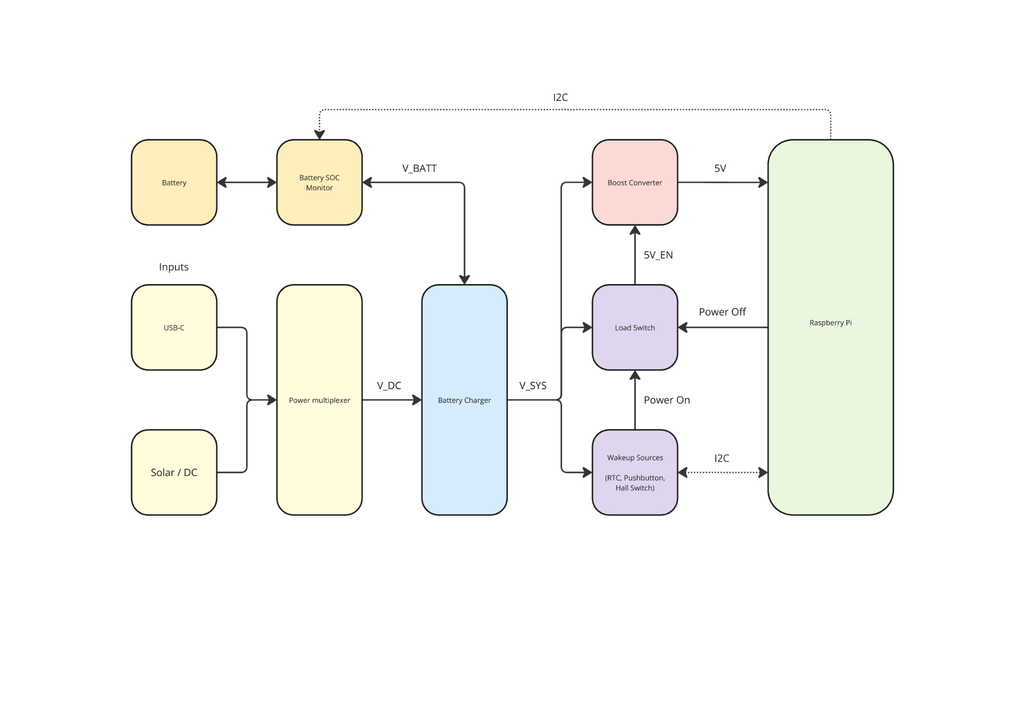
<source format=kicad_sch>
(kicad_sch
	(version 20250114)
	(generator "eeschema")
	(generator_version "9.0")
	(uuid "38993593-6a09-4c66-a16d-4ad77f0215ea")
	(paper "A4")
	(title_block
		(title "${PROJECT_NAME}")
		(date "2024-12-01")
		(comment 1 "Designed by Gus Workman")
		(comment 4 "Block diagram of Soleil")
	)
	(lib_symbols)
	(image
		(at 148.59 88.9)
		(scale 1.49083)
		(uuid "fc9e6c4a-774d-4c5c-a95d-a5f905ebc85a")
		(data "iVBORw0KGgoAAAANSUhEUgAAB3gAAAQrCAYAAABuCn0bAAAKqmlDQ1BJQ0MgUHJvZmlsZQAASImV"
			"lwdUk9kSgO//pzdaAtIJvQnSCSAl9AAC0kEUQhIglBgSAoodWVyBtaAigoqgqxQFV6XIWhHFtigW"
			"xLogi4CyLhZEReX9wCG4+85777zJmTPfmcydO/eeOzkTAChybKEwDZYDIF2QKQrxcadHRcfQcUOA"
			"BNQAEdgAbTZHLGQGBwcARGbt3+VDN4Cm7F2zqVz//v1/FXkuT8wBAApGOIEr5qQjfArRlxyhKBMA"
			"1AHEr5udKZzidoRpIqRAhHumOGmGR6Y4YZrRYDomLMQDYRoAeDKbLUoCgExH/PQsThKSh+yGsIWA"
			"yxcgLETYJT19ORfh4wgbITGIjzyVn5HwXZ6kv+VMkOZks5OkPHOWacF78sXCNPbK//M6/rekp0lm"
			"9zBAlJws8g1BrAJyZz2py/2lLEgIDJplPnc6fpqTJb7hs8wRe8TMMpft6S9dmxYYMMuJfG+WNE8m"
			"K2yWeWKv0FkWLQ+R7pUo8mDOMls0t68kNVzqT+axpPlzksMiZzmLHxE4y+LUUP+5GA+pXyQJkdbP"
			"E/i4z+3rLT17uvi78/JZ0rWZyWG+0rOz5+rnCZhzOcVR0tq4PE+vuZhwabww0126lzAtWBrPS/OR"
			"+sVZodK1mciDnFsbLL3DFLZf8CyDABAKrJCOYwI7YIF8kIoyeSsypw7isVy4UsRPSs6kM5EO49FZ"
			"Ao75fLqVhZUNAFP9OvMc3vVM9yGkhJ/ziZG36WCHOAlzvlgnAJriAJAZmfMZIpnkUgC4ZM+RiLJm"
			"fNO9hEF+BWQBDagATaALjIAZUqMdcAJuwAv4gSAQBqLBMsABySAdiEA2WA02gHxQCLaBXaAMVICD"
			"oBocAydAMzgDLoIr4Aa4De6Dx6AXDIBXYBR8ABMQBOEgCkSFVCAtSB8yhawgBuQCeUEBUAgUDcVD"
			"SZAAkkCroY1QIVQMlUGVUA30C3Qaughdg7qgh1AfNAy9hT7DKJgM02AN2ABeADNgJuwPh8FL4SQ4"
			"A86B8+AtcClcBR+Fm+CL8A34PtwLv4LHUABFQimhtFFmKAbKAxWEikElokSotagCVAmqClWPakV1"
			"oO6ielEjqE9oLJqKpqPN0E5oX3Q4moPOQK9FF6HL0NXoJnQ7+i66Dz2K/oahYNQxphhHDAsThUnC"
			"ZGPyMSWYw5hGzGXMfcwA5gMWi1XCGmLtsb7YaGwKdhW2CLsP24C9gO3C9mPHcDicCs4U54wLwrFx"
			"mbh83B7cUdx53B3cAO4jnoTXwlvhvfExeAE+F1+Cr8Wfw9/BD+InCHIEfYIjIYjAJawkbCUcIrQS"
			"bhEGCBNEeaIh0ZkYRkwhbiCWEuuJl4lPiO9IJJIOyYG0mMQnrSeVko6TrpL6SJ/ICmQTsgc5liwh"
			"byEfIV8gPyS/o1AoBhQ3Sgwlk7KFUkO5RHlG+ShDlTGXYclwZdbJlMs0ydyReS1LkNWXZcouk82R"
			"LZE9KXtLdkSOIGcg5yHHllsrVy53Wu6B3Jg8Vd5SPkg+Xb5Ivlb+mvyQAk7BQMFLgauQp3BQ4ZJC"
			"PxVF1aV6UDnUjdRD1MvUARqWZkhj0VJohbRjtE7aqKKCoo1ihOIKxXLFs4q9SiglAyWWUprSVqUT"
			"St1Kn+dpzGPO483bPK9+3p1548pqym7KPOUC5Qbl+8qfVegqXiqpKttVmlWeqqJVTVQXq2ar7le9"
			"rDqiRlNzUuOoFaidUHukDqubqIeor1I/qH5TfUxDU8NHQ6ixR+OSxoimkqabZormTs1zmsNaVC0X"
			"Lb7WTq3zWi/pinQmPY1eSm+nj2qra/tqS7QrtTu1J3QMdcJ1cnUadJ7qEnUZuom6O3XbdEf1tPQW"
			"6a3Wq9N7pE/QZ+gn6+/W79AfNzA0iDTYZNBsMGSobMgyzDGsM3xiRDFyNcowqjK6Z4w1ZhinGu8z"
			"vm0Cm9iaJJuUm9wyhU3tTPmm+0y75mPmO8wXzK+a/8CMbMY0yzKrM+szVzIPMM81bzZ/vUBvQcyC"
			"7Qs6FnyzsLVIszhk8dhSwdLPMtey1fKtlYkVx6rc6p41xdrbep11i/UbG1Mbns1+mx5bqu0i2022"
			"bbZf7eztRHb1dsP2evbx9nvtHzBojGBGEeOqA8bB3WGdwxmHT452jpmOJxz/cjJzSnWqdRpaaLiQ"
			"t/DQwn5nHWe2c6VzrwvdJd7lgEuvq7Yr27XK9bmbrhvX7bDbINOYmcI8ynztbuEucm90H/dw9Fjj"
			"ccET5enjWeDZ6aXgFe5V5vXMW8c7ybvOe9TH1meVzwVfjK+/73bfBywNFodVwxr1s/db49fuT/YP"
			"9S/zfx5gEiAKaF0EL/JbtGPRk0D9QEFgcxAIYgXtCHoabBicEfzrYuzi4MXli1+EWIasDukIpYbG"
			"hdaGfghzD9sa9jjcKFwS3hYhGxEbURMxHukZWRzZG7Ugak3UjWjVaH50SwwuJiLmcMzYEq8lu5YM"
			"xNrG5sd2LzVcumLptWWqy9KWnY2TjWPHnYzHxEfG18Z/YQexq9hjCayEvQmjHA/Obs4rrht3J3eY"
			"58wr5g0mOicWJw4lOSftSBpOdk0uSR7he/DL+G9SfFMqUsZTg1KPpE6mRaY1pOPT49NPCxQEqYL2"
			"5ZrLVyzvEpoK84W9GY4ZuzJGRf6iw2JIvFTckklDBqObEiPJD5K+LJes8qyP2RHZJ1fIrxCsuLnS"
			"ZOXmlYM53jk/r0Kv4qxqW629esPqvjXMNZVrobUJa9vW6a7LWzew3md99QbihtQNv+Va5Bbnvt8Y"
			"ubE1TyNvfV7/Dz4/1OXL5IvyH2xy2lTxI/pH/o+dm60379n8rYBbcL3QorCk8EsRp+j6T5Y/lf40"
			"uSVxS+dWu637t2G3CbZ1b3fdXl0sX5xT3L9j0Y6mnfSdBTvf74rbda3EpqRiN3G3ZHdvaUBpyx69"
			"Pdv2fClLLrtf7l7esFd97+a94/u4++7sd9tfX6FRUVjx+QD/QE+lT2VTlUFVyUHswayDLw5FHOr4"
			"mfFzzWHVw4WHvx4RHOmtDqlur7GvqalVr91aB9dJ6oaPxh69fczzWEu9WX1lg1JD4XFwXHL85S/x"
			"v3Sf8D/RdpJxsv6U/qm9jdTGgiaoaWXTaHNyc29LdEvXab/Tba1OrY2/mv965Iz2mfKzime3niOe"
			"yzs3eT7n/NgF4YWRi0kX+9vi2h5firp0r31xe+dl/8tXr3hfudTB7Dh/1fnqmWuO105fZ1xvvmF3"
			"o+mm7c3G32x/a+y062y6ZX+r5bbD7dauhV3n7rjeuXjX8+6Ve6x7N+4H3u/qDu/ueRD7oLeH2zP0"
			"MO3hm0dZjyYer3+CeVLwVO5pyTP1Z1W/G//e0GvXe7bPs+/m89Dnj/s5/a/+EP/xZSDvBeVFyaDW"
			"YM2Q1dCZYe/h2y+XvBx4JXw1MZL/p/yfe18bvT71l9tfN0ejRgfeiN5Mvi16p/LuyHub921jwWPP"
			"PqR/mBgv+KjysfoT41PH58jPgxPZX3BfSr8af2395v/tyWT65KSQLWJPjwIoROHERADeHgGAEg0A"
			"9TYAxCUz8/S0QDP/AaYJ/CeembmnBZlJahATth6AgAsAHETUAGFZNwCCEQ1zA7C1tVRnZ9/pOX1K"
			"AswAyOBYuDt4Pd1dKQT/kJkZ/ru6/2nBVFYb8E/7LydQA4WozvmRAAAAVmVYSWZNTQAqAAAACAAB"
			"h2kABAAAAAEAAAAaAAAAAAADkoYABwAAABIAAABEoAIABAAAAAEAAAd4oAMABAAAAAEAAAQrAAAA"
			"AEFTQ0lJAAAAU2NyZWVuc2hvdMZdI+YAAAHYaVRYdFhNTDpjb20uYWRvYmUueG1wAAAAAAA8eDp4"
			"bXBtZXRhIHhtbG5zOng9ImFkb2JlOm5zOm1ldGEvIiB4OnhtcHRrPSJYTVAgQ29yZSA2LjAuMCI+"
			"CiAgIDxyZGY6UkRGIHhtbG5zOnJkZj0iaHR0cDovL3d3dy53My5vcmcvMTk5OS8wMi8yMi1yZGYt"
			"c3ludGF4LW5zIyI+CiAgICAgIDxyZGY6RGVzY3JpcHRpb24gcmRmOmFib3V0PSIiCiAgICAgICAg"
			"ICAgIHhtbG5zOmV4aWY9Imh0dHA6Ly9ucy5hZG9iZS5jb20vZXhpZi8xLjAvIj4KICAgICAgICAg"
			"PGV4aWY6UGl4ZWxZRGltZW5zaW9uPjEwNjc8L2V4aWY6UGl4ZWxZRGltZW5zaW9uPgogICAgICAg"
			"ICA8ZXhpZjpQaXhlbFhEaW1lbnNpb24+MTkxMjwvZXhpZjpQaXhlbFhEaW1lbnNpb24+CiAgICAg"
			"ICAgIDxleGlmOlVzZXJDb21tZW50PlNjcmVlbnNob3Q8L2V4aWY6VXNlckNvbW1lbnQ+CiAgICAg"
			"IDwvcmRmOkRlc2NyaXB0aW9uPgogICA8L3JkZjpSREY+CjwveDp4bXBtZXRhPgrEiMWkAABAAElE"
			"QVR4Aezd36skWX4g9uzZQU/So0FWu5EeFjENg6atqma6Ci/oRdgYZO/gUktgNHQL3IUGNHRXyWDN"
			"vkiYnYFFVdMIM1C1xj3MINhtFRbGAj/oRQJTVaK71q1BMIPehKat9cP8A3pp329Wf7PPjRuZGZkZ"
			"kREn4hNwb0ZGnjg/PicyMjK+eSJe+ORiWpkIECBAgAABAgQIECBAgAABAgQIECBAgAABAgQIECBA"
			"YPICn5t8DVWQAAECBAgQIECAAAECBAgQIECAAAECBAgQIECAAAECBNYCArw2BAIECBAgQIAAAQIE"
			"CBAgQIAAAQIECBAgQIAAAQIECFQiIMBbSUepJgECBAgQIECAAAECBAgQIECAAAECBAgQIECAAAEC"
			"BAR4bQMECBAgQIAAAQIECBAgQIAAAQIECBAgQIAAAQIECBCoRECAt5KOUk0CBAgQIECAAAECBAgQ"
			"IECAAAECBAgQIECAAAECBAgI8NoGCBAgQIAAAQIECBAgQIAAAQIECBAgQIAAAQIECBAgUImAAG8l"
			"HaWaBAgQIECAAAECBAgQIECAAAECBAgQIECAAAECBAgQEOC1DRAgQIAAAQIECBAgQIAAAQIECBAg"
			"QIAAAQIECBAgQKASAQHeSjpKNQkQIECAAAECBAgQIECAAAECBAgQIECAAAECBAgQICDAaxsgQIAA"
			"AQIECBAgQIAAAQIECBAgQIAAAQIECBAgQIBAJQICvJV0lGoSIECAAAECBAgQIECAAAECBAgQIECA"
			"AAECBAgQIEBAgNc2QIAAAQIECBAgQIAAAQIECBAgQIAAAQIECBAgQIAAgUoEBHgr6SjVJECAAAEC"
			"BAgQIECAAAECBAgQIECAAAECBAgQIECAgACvbYAAAQIECBAgQIAAAQIECBAgQIAAAQIECBAgQIAA"
			"AQKVCAjwVtJRqkmAAAECBAgQIECAAAECBAgQIECAAAECBAgQIECAAAEBXtsAAQIECBAgQIAAAQIE"
			"CBAgQIAAAQIECBAgQIAAAQIEKhEQ4K2ko1STAAECBAgQIECAAAECBAgQIECAAAECBAgQIECAAAEC"
			"Ary2AQIECBAgQIAAAQIECBAgQIAAAQIECBAgQIAAAQIECFQiIMBbSUepJgECBAgQIECAAAECBAgQ"
			"IECAAAECBAgQIECAAAECBAR4bQMECBAgQIAAAQIECBAgQIAAAQIECBAgQIAAAQIECBCoRECAt5KO"
			"Uk0CBAgQIECAAAECBAgQIECAAAECBAgQIECAAAECBAgI8NoGCBAgQIAAAQIECBAgQIAAAQIECBAg"
			"QIAAAQIECBAgUImAAG8lHaWaBAgQIECAAAECBAgQIECAAAECBAgQIECAAAECBAgQEOC1DRAgQIAA"
			"AQIECBAgQIAAAQIECBAgQIAAAQIECBAgQKASAQHeSjpKNQkQIECAAAECBAgQIECAAAECBAgQIECA"
			"AAECBAgQICDAaxsgQIAAAQIECBAgQIAAAQIECBAgQIAAAQIECBAgQIBAJQICvJV0lGoSIECAAAEC"
			"BAgQIECAAAECBAgQIECAAAECBAgQIEBAgNc2QIAAAQIECBAgQIAAAQIECBAgQIAAAQIECBAgQIAA"
			"gUoEBHgr6SjVJECAAAECBAgQIECAAAECBAgQIECAAAECBAgQIECAgACvbYAAAQIECBAgQIAAAQIE"
			"CBAgQIAAAQIECBAgQIAAAQKVCAjwVtJRqkmAAAECBAgQIECAAAECBAgQIECAAAECBAgQIECAAAEB"
			"XtsAAQIECBAgQIAAAQIECBAgQIAAAQIECBAgQIAAAQIEKhEQ4K2ko1STAAECBAgQIECAAAECBAgQ"
			"IECAAAECBAgQIECAAAECAry2AQIECBAgQIAAAQIECBAgQIAAAQIECBAgQIAAAQIECFQiIMBbSUep"
			"JgECBAgQIECAAAECBAgQIECAAAECBAgQIECAAAECBAR4bQMECBAgQIAAAQIECBAgQIAAAQIECBAg"
			"QIAAAQIECBCoRECAt5KOUk0CBAgQIECAAAECBAgQIECAAAECBAgQIECAAAECBAgI8NoGCBAgQIAA"
			"AQIECBAgQIAAAQIECBAgQIAAAQIECBAgUImAAG8lHaWaBAgQIECAAAECBAgQIECAAAECBAgQIECA"
			"AAECBAgQEOC1DRAgQIAAAQIECBAgQIAAAQIECBAgQIAAAQIECBAgQKASAQHeSjpKNQkQIECAAAEC"
			"BAgQIECAAAECBAgQIECAAAECBAgQICDAaxsgQIAAAQIECBAgQIAAAQIECBAgQIAAAQIECBAgQIBA"
			"JQICvJV0lGoSIECAAAECBAgQIECAAAECBAgQIECAAAECBAgQIEDg8wgIECBAgAABAgQIECBAgAAB"
			"An0L3Lp1a3Xjxo3V3bt3r2R979699bInT56s4i/SxRRpc369YMu/5vqRLNfrmseWrC0mQIAAAQIE"
			"CBAgQIDA5AVe+ORimnwtVZAAAQIECBAgQIAAAQIECBCoSuDFF19cB10fPXp0qd4RnL1///56WQZl"
			"40kEemO6c+dOa1A4Xos0sX6mjWWZR7ksyszlkcZEgAABAgQIECBAgACBOQkI8M6pN7WFAAECBAgQ"
			"IECAAAECBAhMRKAtwBtB2BjZ2xbELQO/H3/88ZVW5LrxQqx/8+bNK0HcSPP48eOtAeIrmVpAgAAB"
			"AgQIECBAgACBCgUEeCvsNFUmQIAAAQIECBAgQIAAAQJTF2gL8EadIwi7bXRtBnnbAsARGI51216b"
			"uoX6ESBAgAABAgQIECBAoE+Bz/WZmbwIECBAgAABAgQIECBAgAABArsEtgV3d60Tgd0MDLfd03fX"
			"ul4jQIAAAQIECBAgQIDA3AQEeOfWo9pDgAABAgQIECBAgAABAgQqF4jLL5dTjOyNSXC3VDFPgAAB"
			"AgQIECBAgMBSBQR4l9rz2k2AAAECBAgQIECAAAECBCYmEKN026Zcfszo37b8LCNAgAABAgQIECBA"
			"gEDNAgK8NfeeuhMgQIAAAQIECBAgQIAAgZkIlJdhFsidSadqBgECBAgQIECAAAECgwgI8A7CKlMC"
			"BAgQIECAAAECBAgQIECgq0AEd2/durVO/ujRo0ur5ejdSws9IUCAAAECBAgQIECAwIIFBHgX3Pma"
			"ToAAAQIECBAgQIAAAQIExhbYFdyNuhnNO3YPKZ8AAQIECBAgQIAAgakJCPBOrUfUhwABAgQIECBA"
			"gAABAgQILEjg3r1769bGyF3B3AV1vKYSIECAAAECBAgQIHC0gADv0XRWJECAAAECBAgQIECAAAEC"
			"BE4RiMsyxwjeO3fu7AzuZuA3g8GnlGldAgQIECBAgAABAgQI1C4gwFt7D6o/AQIECBAgQIAAAQIE"
			"CBCoUKAM7t69e3dnCzLAuzORFwkQIECAAAECBAgQILAQAQHehXS0ZhIgQIAAAQIECBAgQIAAgakI"
			"HBLcjTpnAPj+/fsro3in0ovqQYAAAQIECBAgQIDAWAICvGPJK5cAAQIECBAgQIAAAQIECCxQ4NDg"
			"bhLFZZxj2hfkjUs+mwgQIECAAAECBAgQIDBngRc+uZjm3EBtI0CAAAECBAgQIECAAAECBM4v8OKL"
			"L67vq/vo0aNN4RncjQX7Lrsco3abaWL0bgR4y/UzTQR24y+el2WuE/tHgAABAgQIECBAgACBGQl8"
			"fkZt0RQCBAgQIECAAAECBAgQIECgEoFjRtpG0PfmzZvryzTn+vkYzY7gbgZ8K2FQTQIECBAgQIAA"
			"AQIECBwsYATvwWRWIECAAAECBAgQIECAAAECBAgQIECAAAECBAgQIECAwDgC7sE7jrtSCRAgQIAA"
			"AQIECBAgQIAAAQIECBAgQIAAAQIECBAgcLCAAO/BZFYgQIAAAQIECBAgQIAAAQIECBAgQIAAAQIE"
			"CBAgQIDAOAICvOO4K5UAAQIECBAgQIAAAQIECBAgQIAAAQIECBAgQIAAAQIHCwjwHkxmBQIECBAg"
			"QIAAAQIECBAgQIAAAQIECBAgQIAAAQIECIwjIMA7jrtSCRAgQIAAAQIECBAgQIAAAQIECBAgQIAA"
			"AQIECBAgcLCAAO/BZFYgQIAAAQIECBAgQIAAAQIECBAgQIAAAQIECBAgQIDAOAICvOO4K5UAAQIE"
			"CBAgQIAAAQIECBAgQIAAAQIECBAgQIAAAQIHCwjwHkxmBQIECBAgQIAAAQIECBAgQIAAAQIECBAg"
			"QIAAAQIECIwjIMA7jrtSCRAgQIAAAQIECBAgQIAAAQIECBAgQIAAAQIECBAgcLCAAO/BZFYgQIAA"
			"AQIECBAgQIAAAQIECBAgQIAAAQIECBAgQIDAOAICvOO4K5UAAQIECBAgQIAAAQIECBAgQIAAAQIE"
			"CBAgQIAAAQIHCwjwHkxmBQIECBAgQIAAAQIECBAgQIAAAQIECBAgQIAAAQIECIwjIMA7jrtSCRAg"
			"QIAAAQIECBAgQIAAAQIECBAgQIAAAQIECBAgcLCAAO/BZFYgQIAAAQIECBAgQIAAAQIECBAgQIAA"
			"AQIECBAgQIDAOAICvOO4K5UAAQIECBAgQIAAAQIECBAgQIAAAQIECBAgQIAAAQIHCwjwHkxmBQIE"
			"CBAgQIAAAQIECBAgQIAAAQIECBAgQIAAAQIECIwjIMA7jrtSCRAgQIAAAQIECBAgQIAAAQIECBAg"
			"QIAAAQIECBAgcLDAP/uDi+ngtaxAgAABAgQILE7g2bNnqz//8z9ft/vnfu7nLrX/4cOHq3g9prbX"
			"4vVYvu21X/u1X7uUXzyJdWJqrqMel+15jOexy37Xa6e8XyLfa9eurd8b+e+UsmLdmJrvs6hj/G17"
			"b06lHm11H8NDPULg+TTEvvvY7TRq1Ny2bR/97TOn0i+xzUU/N/t6336s7+1DPZ7vA+J/2uuX5yY8"
			"Lu939nnEvsWxzmfbTsw1928+yy5vUzx4xPsk9i0xzfH9Em0b+zN1jesfAQLTE/jERIAAAQIECBAo"
			"BD788MNP4q85XZxo+ST/ytdjPpfHYzl1fe3Bgwflap+89dZbmzybr5Vl9VGPyD/zbJY1ZD0i73Ia"
			"qx6HtHlID/X4ZP2+O2Zb1C/H7T/K998Q+6qu/TJWPbq2edd+/dj3bR/77rL+NdYj3+vxOKaHelze"
			"f/Do12MqxzpTqcex+6rmeqdup838dn1e7XpNPfp9vwzRL2MdY0S55fYxVj3KY4WoTzl1fa2Pfula"
			"1q46HluPMY8xyv3HmPUot0X1uPze7OpRvnfMEyAwLQGXaJ5ezF2NCBAgQIDAaALx6+fbt2+v//IX"
			"sKdUJvLL6eKLVc6uH8vXyvl4sUxbzl/K4IAnZf678ivTDV2PXdU/Zz12lbXrtV2Ou9pWvlbmX843"
			"7Xe9NmY9yraMWY/S55z1aJZVWz3K+pZ92Zwv05Xzze30WI9mns3y83mZrpw/th676ptltj2WZZfz"
			"h9SjzHep9SgNyvlze5Rll/O76lH2e9d0kXeZtpwvy23O70p3zno061U+V49SY7W5osvlpVeflW7x"
			"atnX5fzVNbstaea/ba1murLscn7b+vuWl/mX87Femf+u18p0+8rb9nqZfzlfSz3KOp/To+k5Vj2a"
			"be5ajzJdsy3l8zJdOd/cPmqrx676lu1vzpcG5fyxHmPWo2zbUutRGpTzuzzKfu+abt/2UZZdznfN"
			"v2u6Y+tR1qk5Hx7Xr19fnycqbZrpPCdA4PwCLtF8fnMlEiBAgACByQrEJZjLA/by8qzxheIf//Ef"
			"15dsLZfHpYLitXwsv3jEfL4W65SXS4rlUVYsb7tjRFtZAZf5xaN68Ci3ga7bx8Wvya9si7ldHbKd"
			"xvZ8ynbaVz2i7mPUo81ePT7bvc+5X/K91tx3R5tzv36O7WMq9cg2j+1xrnpEP8df7AMP2Wf2sX1E"
			"Hjmdsx55jJOPfdQj2nHKPjPbf6qHevxBEm4e59AvfR1jnLp99FWP2N5P6Zdj6xHrldNY9TjHZ2q0"
			"bd9+fYn1GPuzPba/6Jux63GuY4z8nI3HtvftueoR5l3eE0P3yznrkfa5r42yc/rDP/zD9T44Xst0"
			"+ZpHAgTGFXghBhSPWwWlEyBAgAABAlMRiC9MOXI3vlCVB/VTqaN6ECBAgAABAgQIECBAgAABAgQI"
			"DC8Q54jyPNHF5cKdJxqeXAkEOgsI8HamkpAAAQIECMxPIA7S81eh82udFhEgQIAAAQIECBAgQIAA"
			"AQIECJwiEIMBYjII4BRF6xLoX0CAt39TORIgQIAAgSoEyl9hxmjd5iXIqmiEShIgQIAAAQIECBAg"
			"QIAAAQIECBAgQGBhAp9bWHs1lwABAgQIEPhUIH+BCYQAAQIECBAgQIAAAQIECBAgQIBAF4EYMHD9"
			"+vXNpZu7rCMNAQL9Cwjw9m8qRwIECBAgUIVAXlonHo3eraLLVJIAAQIECBAgQIAAAQIECBAgMJpA"
			"DBbIe/Lm42iVUTCBhQu4RPPCNwDNJ0CAAAECBAgQIECAAAECBAgQIECAAAECBAh0EYjRuzHFgIEH"
			"Dx50WUUaAgQGEBDgHQBVlgQIECBAgAABAgQIECBAgAABAgQIECBAgACBuQnkLb/yynBza5/2EKhF"
			"QIC3lp5STwIECBAgQIAAAQIECBAgQIAAAQIECBAgQIAAAQIEFi/gHryL3wQAECBAgMASBeI+Kbdv"
			"317lry6XaKDNBAgQIECAAAECBAgQIECAAAECBAgQqFFAgLfGXlNnAgQIECBwgkAEdSPAG48CvCdA"
			"WpUAAQIECBAgQIAAAQIECBAgsFCBPLe00OZrNoHRBT4/eg1UgAABAgQIEDirQBnULefPWgmFESBA"
			"gAABAgQIECBAgAABAgQIVClQXhXuww8/rLINKk2gdgH34K29B9WfAAECBAgcIZCjd996660j1rYK"
			"AQIECBAgQIAAAQIECBAgQIDAUgWuX7++afqDBw9W165d2zw3Q4DAeQRcovk8zkohQIAAAQKTEogD"
			"b8HdSXWJyhAgQIAAAQIECBAgQIAAAQIEqhDIc0rxKLhbRZep5AwFjOCdYadqEgECBAgQIECAAAEC"
			"BAgQIECAAAECBAgQIECAAAEC8xQwgnee/apVBAgQIECAAAECBAgQIECAAAECBAgQIECAAAECBAjM"
			"UECAd4adqkkECBAgQGCXQNx/N+6VEn8xbyJAgAABAgQIECBAgAABAgQIECBAgACBegQEeOvpKzUl"
			"QIAAAQK9CJRB3XK+l8xlQoAAAQIECBAgQIAAAQIECBAgMHuBhw8fGjgw+17WwCkLfH7KlVM3AgQI"
			"ECBAYFiBa9euDVuA3AkQIECAAAECBAgQIECAAAECBGYlcPv27U1w98GDByvnl2bVvRpTiYAAbyUd"
			"pZoECBAgQKAvgbfeemtz4O0AvC9V+RAgQIAAAQIECBAgQIAAAQIECBAgQOA8Ai98cjGdpyilECBA"
			"gAABAgQIECBAgAABAgQIECBAgAABAgQI1CwQt/yKSzTHwIEYSGAiQOD8AgK85zdXIgECBAgQIECA"
			"AAECBAgQIECAAAECBAgQIECAAAECBI4S+NxRa1mJAAECBAgQqFogfmkZfyYCBAgQIECAAAECBAgQ"
			"IECAAAECBAgQqEvAPXjr6i+1JUCAAAECJwtEYPf27dvrfOIyOi6lczKpDAgQIECAAAECBAgQIECA"
			"AAECBAgQIHA2AQHes1EriAABAgQITEPAyN1p9INaECBAgAABAgQIECBAgAABAgRqFIj778b5Jffg"
			"rbH31HkuAi7RPJee1A4CBAgQIHCEQByImwgQIECAAAECBAgQIECAAAECBAh0FYjgbvxloLfretIR"
			"INCfgBG8/VnKiQABAgQIVCHgssxVdJNKEiBAgAABAgQIECBAgAABAgQIECBAoFXghU8uptZXLCRA"
			"gAABAgQIECBAgAABAgQIECBAgAABAgQIECDQEIjRuzHFQAITAQLnFxDgPb+5EgkQIECAAAECBAgQ"
			"IECAAAECBAgQIECAAAECBAgQIHCUgHvwHsVmJQIECBAgULeAe6TU3X9qT4AAAQIECBAgQIAAAQIE"
			"CBAgQIDAcgXcg3e5fa/lBAgQILBQgWfPnq3Ky+i4lM5CNwTNJkCAAAECBAgQIECAAAECBAgQIECg"
			"SgEjeKvsNpUmQIAAAQLHC0SAN6dyPpd5JECAAAECBAgQIECAAAECBAgQILBNIAYOXL9+fXX79u1t"
			"SSwnQGBgAQHegYFlT4AAAQIEpiZw7dq1VfzFZPTu1HpHfQgQIECAAAECBAgQIECAAAEC0xbIK8PF"
			"wAGDB6bdV2o3XwGXaJ5v32oZAQIECBBoFYjg7oMHD1pfs5AAAQIECBAgQIAAAQIECBAgQIDALoEY"
			"MJBB3l3pvEaAwHACL3xyMQ2XvZwJECBAgAABAgQIECBAgAABAgQIECBAgAABAgTmJBAjd/MKcXNq"
			"l7YQqEVAgLeWnlJPAgQIECBAgAABAgQIECBAgAABAgQIECBAgAABAgQWL+AevIvfBAAQIECAwBIF"
			"4jI67pGyxJ7XZgIECBAgQIAAAQIECBAgQIAAAQIEahdwD97ae1D9CRAgQIDAgQK3b9/eBHfjninx"
			"ZyJAgAABAgQIECBAgAABAgQIECDQVcAlmrtKSUdgGAEjeIdxlSsBAgQIEJisQHl/FKN4J9tNKkaA"
			"AAECBAgQIECAAAECBAgQmKRAXBkuBhBcv359kvVTKQJLEHAP3iX0sjYSIECAAIGGQByER6DX6N0G"
			"jKcECBAgQIAAAQIECBAgQIAAAQI7BcrA7oMHD9bnmHau4EUCBHoXEODtnVSGBAgQIECAAAECBAgQ"
			"IECAAAECBAgQIECAAIF5CsQI3viL6cMPP5xnI7WKwMQFBHgn3kGqR4AAAQIECBAgQIAAAQIECBAg"
			"QIAAAQIECBAgQIAAgRRwD96U8EiAAAECBAgQIECAAAECBAgQIECAAAECBAgQIECAAIGJCwjwTryD"
			"VI8AAQIECAwhEJfRifvwmggQIECAAAECBAgQIECAAAECBAgQIECgLgEB3rr6S20JECBAgMDJAhHY"
			"jQDvs2fPNvdLOTlTGRAgQIAAAQIECBAgQIAAAQIECCxGIM8tLabBGkpgYgICvBPrENUhQIAAAQKn"
			"CETQNv52TdeuXdu8XM5vFjZm9uXXSO4pAQIECBAgQIAAAQIECBAgQIDAjAVy8ICrw824kzVt8gKf"
			"n3wNVZAAAQIECBDoJBAH1RmMjcDtW2+9tWoL4ObySNv2ehQWr8Vf/Bozpkj34MGD9bx/BAgQIECA"
			"AAECBAgQIECAAAECyxXI808hsOv80nKFtJzA8AIvfHIxDV+MEggQIECAAIEhBeJguu1Xk7sCvW31"
			"yYBuPpZpIjAcfyYCBAgQIECAAAECBAgQIECAAIHlCsR5o/hzrmi524CWjy8gwDt+H6gBAQIECBA4"
			"WSAPrLdltC/Qu2/9yDdG8G4b8butXMsJECBAgAABAgQIECBAgAABAgQIECBAoF8BAd5+PeVGgAAB"
			"AgRGE+gSpI3K5SWaY768DHM83za5RPM2GcsJECBAgAABAgQIECBAgAABAgQIECBwXgH34D2vt9II"
			"ECBAgMBgAl1H10Yg+NDJpZkPFZOeAAECBAgQIECAAAECBAgQIECAAAECwwh8bphs5UqAAAECBAic"
			"WyAvw9x3ueWI377zlh8BAgQIECBAgAABAgQIECBAgEB9AjGAIK4MZyJAYBwBl2gex12pBAgQIEBg"
			"MIHr16/3lrdLM/dGKSMCBAgQIECAAAECBAgQIECAwCwEbt++vQnuPnjwYNX1qnKzaLxGEJiIgBG8"
			"E+kI1SBAgAABAn0J9Hk55T7z6qt98iFAgAABAgQIECBAgAABAgQIECBAgMCSBQR4l9z72k6AAAEC"
			"sxSIoGwfgdn49aVfYM5yE9EoAgQIECBAgAABAgQIECBAgMDRAnHeKc4Z5ePRGVmRAIGjBVyi+Wg6"
			"KxIgQIAAgWkLnHqpZpfYmXb/qh0BAgQIECBAgAABAgQIECBAgAABAssUMIJ3mf2u1QQIECCwAIFT"
			"RvH6BeYCNhBNJECAAAECBAgQIECAAAECBAgQIECgSgEjeKvsNpUmQIAAAQLdBI4ZxRuX2InRuyYC"
			"BAgQIECAAAECBAgQIECAAAECBAgQmJ6AEbzT6xM1IkCAAAECvQkcM4r3mHV6q7CMCBAgQIAAAQIE"
			"CBAgQIAAAQIEJi3w8OHD1e3bt1fxaCJAYBwBAd5x3JVKgAABAgTOIhDB2kMCtjF6N/5MBAgQIECA"
			"AAECBAgQIECAAAECBNoEnj17toq/CPDGo4kAgfMLCPCe31yJBAgQIEDgrAKHBHhdmvmsXaMwAgQI"
			"ECBAgAABAgQIECBAgAABAgQIHCwgwHswmRUIECBAgEB9Al2CvF3S1NdyNSZAgAABAgQIECBAgAAB"
			"AgQIEOhTIAYIxHmk+HMluD5l5UWgu8ALn1xM3ZNLSYAAAQIECNQqEPdG2XbZnDgYN3q31p5VbwIE"
			"CBAgQIAAAQIECBAgQIAAAQIEliRgBO+SeltbCRAgQGDRArt+UWn07qI3DY0nQIAAAQIECBAgQIAA"
			"AQIECBAgQKAiAQHeijpLVQkQIECAwCkCeemcZh4up9MU8ZwAAQIECBAgQIAAAQIECBAgQIAAAQLT"
			"FRDgnW7fqBkBAgQIEOhdoG2kbtuy3guWIQECBAgQIECAAAECBAgQIECAwCwEHj58uLp+/foqbgdm"
			"IkBgHAH34B3HffBSnzx5MngZChhf4MaNG+NXQg0IzERgSfvNuA9v3os3Ltu869LNM+neTTPsNzcU"
			"ZggQIECAAAECvQks6Vi6N7QZZOTYegadqAkEZizgs2nYzv3d3/3dTQFvvPHGos4tbRp+xhmfuWfE"
			"rqgoAd6KOqtZ1fiQevz48XpxzPvQagot63nu5O/evbtueD5floLWEtgtYL+522dpr+Z+0n5zaT2v"
			"vQQIECBAgMApAvfu3Vuv7jzEKYrzWjeOq+Pv5s2b64blcfa8Wqk1BAhMTcA5nnF75Kd/+qdXP/Mz"
			"P7OuxE9+8pPVP/3TP41boQWVnp+zzmctqNO3NFWAdwvMFBf7EjXFXpl2ncqdfc5Pu8ZqR6BfAfvN"
			"fj2XkFvuK+MgOeeX0G5tJECAAAECBAhsE4hjasHcbTqWbxOIY2knnrfpWE6AwDECzvEcozbsOj/1"
			"Uz8lsDsscefc8xyWz97OZLNIKMBbQTfGh9f9+/crqKkqTl0gv2DlDn/q9VU/AscK2G8eK2e9poD9"
			"ZlPEcwIECBAgQGAJAnkS3bmIJfT28G10TD28sRIIzFEgPov8wGiOPatN5xLIGIBBDOcSP385Arzn"
			"N+9U4iFfpm68+oXVjVdfXuf72sV8Trksn3ucl8CTD354qUFPP/jRKpY9uXjcN/lytU/I6zUK2G/W"
			"2GvnrbP95nm9lUaAAAECBAjUJxDH1F2Cuq+98kur11750rqB+Xjj0+f1tVqNjxF48tHfbFZ797vf"
			"W88//egHm2VtM85FtKlYRoBAU6DrZ1Gud/3Lr6yuffmX109jvpxe/XR5ucw8gZoEPvjr/3Cluh/+"
			"9UerZxfL47Hr5DO4q1Rd6QR4J9Zf+z7AymDuO1/7ysRqrzpTEcggxre/82frKm0L+tqxT6XH1OMU"
			"gX37zTvFvtJ+8xTpea9rvznv/tU6AgQIECBAYLfAvmPqt9/4rXUGEcwVyN1tufRXI/D7dPO3PeB7"
			"586dzSWcl26m/QQIrFbxORTTvh8ZNYO5Ari2nqULZAC4a9BXPGBeW4wA70T6My43ER9k8dg2RYBC"
			"YKJNxrIuAhG4iGCvQG8XLWlqEbDfrKWn6qyn/Wad/abWBAgQIECAwGECXQK777zx1cMylZpAIfDt"
			"i9G9zwO+V4O9TjIXUGYJLFRg3+dQBnTjUTB3oRuJZh8skEHfB3/8v+0c5etz+GDaya0gwDuBLtn1"
			"QSawO4EOmlkVdgUt/IJ2Zp094+Zs22/mVQ78IGbGnT9C0+w3R0BXJAECBAgQIDC4wLZj6hytK7A7"
			"eBcsqoAY2RuXcm67jLNzEYvaFDSWwFpg22dQ8tz++m+vBHVTwyOB0wQi4Lsr2CvQe5rvmGsL8I6p"
			"f1F224eZAMXInbKQ4rcFLOzQF7IBVNzMW7duXbnagf1mxR1aUdXtNyvqLFUlQIAAAQIEtgq0nYeI"
			"xBHYFdTdyuaFngS2BXqdi+gJWDYEJi6w7TMoqx2B3d+5+DMRINC/gEBv/6Zj5yjAO1IPbPswM2J3"
			"pA5ZcLFx6eb7n96rt2TwC9pSw/wUBOw3p9AL6hAC9pu2AwIECBAgQKBWgW3H1IK7tfZovfWOSze/"
			"+93vX2mAcxFXSCwgMBuBbZ9BEdSNSWB3Nl2tIRMX2Bfo9Vk88Q4sqifAW2Cca7btwyxGn8UlRW+8"
			"+vK5qqEcAhuBbaPS7Mw3RGZGFrDfHLkDFH9FwH7zCokFBAgQIECAwMQF2o6pBXYn3mkzr9620bzO"
			"Rcy84zVvcQJtnz+BYLTu4jYFDZ6gwLZgb1xZ49GjRxOssSqVAv/sDy6mcoH5YQXaPtBi1O79f/3W"
			"6qUX/5NhC5c7gS0Cse39+r/8F6sXLl5/8sGPNqmePHmynr958+ZmmRkC5xaw3zy3uPK6CNhvdlGS"
			"hgABAgQIEJiKQNsxteDuVHpnufV46Wd/dvXr/9V/uQYo783rXMRytwktn59A2+dP3Fv3D//NN1b/"
			"7X/3X8+vwVpEoDKBF/+z/3T131y8Fz+5qPezv/5/NrX/8Y9/vLp///4q4gIvvfTSZrmZaQkYwXvG"
			"/mj7QHv/vd83aveMfaCo/QIxKu31N791KaFfz17i8OSMAvabZ8RW1NEC9ptH01mRAAECBAgQOINA"
			"85j6tVd+afXv3713hpIVQaC7QNtoXuciuvtJSWBqAs3PnqyfUbsp4ZHA9ASM5p1en+yrkRG8+4R6"
			"er3tQ01wtydc2fQqEKPS4pLhf/p//N+bfP16dkNh5owC9ptnxFbUSQL2myfxWZkAAQIECBAYUKB5"
			"TC24OyC2rE8SyNG8Tz/6m9WP/+P/t87LuYiTSK1MYDSB5mdPVMSo3dG6Q8EEOgsYzduZajIJBXjP"
			"0BVtH2qCu2eAV8TRAoIVR9NZsScB+82eIGVzNgH7zbNRK4gAAQIECBDoKNA8phbc7Qgn2agCcclm"
			"Qd5Ru0DhBI4WiB9lvPbaa6v8cUZmFKN2/+d/869WETwyESAwfYFXv/yfr65dXEr9Hz/+x9X/+/F/"
			"3FT4/fffX8+7neOGZPQZAd6Bu6D5hSqKE9wdGF32vQgIVvTCKJMjBOw3j0CzyiQE7Dcn0Q0qQYAA"
			"AQIECFwINI+pBXdtFjUJCPLW1FvqSuC5QAR1b926dYnDqN1LHJ4QqEogR/N++Nf/4VKQN3/AIcg7"
			"je50D94B+6Htg01wd0BwWQ8i4N6Sg7DKdIuA/eYWGIurEmjbbz569Gh148aNqtqhsgQIECBAgECd"
			"As1jasHdOvtRrVern/+VX73E4J68lzg8ITAZgebnTlTMvXYn0z0qQuBkgbg37//w33/9Uj4+ky9x"
			"jPZEgHdA+vjVUnzA5SS4mxIeaxNoC1Z8/PHHtTVDfSsQsN+soJNUsZNAc78Zwd0I8poIECBAgAAB"
			"AkMLvPjii5eK+Pu//ItLzz0hUIvAk4v78f7m2793qbrORVzi8ITA6AKCu6N3gQoQOIuAIO9ZmA8u"
			"xCWaDybrtkJcDulP//RPN4nvfO0rq1//l/9i89wMgZoE4rKjL1xU+MkHP7pUbZdiuMThyYkC9psn"
			"Alp9UgLN/eaPf/zjdf3sNyfVTSpDgAABAgRmJxA/mMzjjmjcv3v3j1Yv/ezPzq6dGrQMgdx2n370"
			"g0sNdkx9icMTAqMJCO6ORq9gAmcXiEs2x315/8///f/alJ2DG30ub0jOPiPAOwB5bNjvvPPOJucb"
			"r35hdf9fv7V5boZAjQI3Xn35UpDXDrzGXpxune03p9s3ana8gP3m8XbWJECAAAECBA4XiGPq+/fv"
			"b1aMSzO/88ZXN8/NEKhR4MYrX1pXO4O8zkXU2IvqPEeBeC8277nrssxz7GltIvCZgCDvZxZTmXOJ"
			"5gF6wiVGB0CV5WQEXvri5RMELo80ma6puiL2m1V3n8rvEbDf3APkZQIECBAgQKAXgfLSzO672wup"
			"TCYk0Lwfr3MRE+ocVVmcgODu4rpcgwlcEnC55kscoz4xgrdn/uYlRt13t2dg2Y0u4FLNo3fB7Cpg"
			"vzm7LtWghoD9ZgPEUwIECBAgQKB3gealmf/of/ofXZq5d2UZji2Qo3izHi4JmRIeCZxPQHD3fNZK"
			"IjBVASN5p9MzRvD23BflL2bj0szvv/eNnkuQHYHxBb79nT9b3b/4y8kvZ1PC4zEC9pvHqFmnNgH7"
			"zdp6TH0JECBAgEA9As2T7W+/8VsuzVxP96npAQLf/u73Vu9+9/ubNZyL2FCYIXA2geYV2FyW+Wz0"
			"CiIwOQEjecfvks+NX4X51CC+VJXTO1/7SvnUPIHZCDS37RiBaSJwjEBz22luW8fkaR0CUxRobtvN"
			"bX+KdVYnAgQIECBAoA6Bx48fX6qo++5e4vBkRgLNbdsx9Yw6V1OqEIj3XHn+W3C3im5TSQKDCbz6"
			"5V9e/ds/+eNL+d+/f//Sc0+GFRDg7dG3PLCM0bs3Xn25x9xlRWBaAneKHzDYcU+rb2qqTfnFwH6z"
			"pp5T12ME7DePUbMOAQIECBAgsE+g/D4W9941EZizQIxQz6nc9nOZRwIEhhGI8zfle+76l19Z/c7X"
			"f3uYwuRKgEA1AhHkjR97lFMZJyuXm+9fQIC3J9P4kCsDFc2ROj0VIxsCkxWw455s10y2Yvabk+0a"
			"FTuTgP3mmaAVQ4AAAQIEZixQnoeIZr79xldn3FpNI3BVwDH1VRNLCAwh0HyvNQM6Q5QpTwIE6hCI"
			"H3uU+4T4MUhzn1FHS+qrpQBvT31WbrBGofWEKptJC/gRw6S7p4rK2W9W0U0q2aOA/WaPmLIiQIAA"
			"AQIE1gLlMXWM3r3xypfIEJi1QFym2Uj1WXexxk1QID5ryh8URSAnRu2ZCBAgkALNEf3liP9M47F/"
			"AQHeHkyNQusBURZVCrjcaJXdNolK229OohtUYgQB+80R0BVJgAABAgRmKtA8pjZ6d6YdrVlXBF4r"
			"fsjgBPIVHgsI9CoQnzXl+8ylmXvllRmBWQmUo3ijYeUPEWfV0Ak1RoC3h85obqjuvdsDqiyqEGiO"
			"Rmu+F6pohEqOItDcVuw3R+kGhY4gYL85AroiCRAgQIDATAXKY2qjd2fayZrVKhCjeMupfC+Uy80T"
			"IHC6QPP99b/+yf9yeqZyIEBglgIu1Xz+bhXg7dk8Ls9sIrAkgXI0Wvyqz0TgUAH7zUPFpK9dwH6z"
			"9h5UfwIECBAgMD2BckTj9GqnRgT6F3j7jd/aZOpcxIbCDIFeBSK4W76//u2f/HGv+cuMAIH5CbhU"
			"83n7VIC3B+/yg645MqeH7GVBYNICrxU/aijfC5OutMqNLlBuK/abo3eHCpxZwH7zzOCKI0CAAAEC"
			"MxUoj6kFeGfayZq1VaDc5sv3wtYVvECAwEEC8b5qXprZfXcPIpSYwGIFXKr5fF0vwHuitYPIEwGt"
			"Xr1A89K63hPVd+ngDbCNDE6sgIkL2G9OvINUjwABAgQIVCDQPKa+UdyTtILqqyKBkwWa23zzPXFy"
			"ATIgsHABl2Ze+Aag+QROEHCp5hPwDlxVgPdAsH3Jmydt96X3OoG5CTx+/HhuTdKengWa24j9Zs/A"
			"sqtOoPmeqK4BKkyAAAECBAicXaA8foj775oILF2gfE8s3UL7CZwqED+YKH804dLMp4pan8DyBJqX"
			"al6ewHlaLMB7onP5ayb3kTwR0+rVCpT3k6y2ESp+NoHyS4L95tnYFTQxAdv+xDpEdQgQIECAQGUC"
			"5TF1ZVVXXQK9CfhxQ2+UMiJwSaA83339y6+sXJr5Eo8nBAh0FCgv1Vxe8r3j6pJ1EBDg7YDUNYlR"
			"aF2lpJuzgJ31nHu3/7bZb/ZvKsc6BMpt336zjj5TSwIECBAgMCWBMsD79htfnVLV1IXA2QTK+/A6"
			"pj4bu4JmLhCfL+VnTBmgmXnTNY8AgZ4FmqN4yx+P9FzUYrMT4D2x68sPvNde/cKJuVmdQJ0Ctv06"
			"+22sWttvjiWvXAIECBAgQIAAgTkIlMfTc2iPNhAgQIDAdASaARijd6fTN2pCoEaB8kcifozVfw8K"
			"8J5g2vxSVY7GOSFbqxKoTqC57TffG9U1SIUHE2huG81tZ7CCZUxgYgLvfO0rl2rUfG9cetETAgQI"
			"ECBAgMAOgRuvfGnHq14iMF+Bdxqj1x1Tz7evtex8AuX7KC7PbCJAgMApAkbxnqK3f10B3v1GUhAg"
			"QIAAAQIECBAgQIAAAQIECBAgQIAAgdkKlMHdaGQ58m62jdYwAgQGFyj3JUbx9sstwNuvp9wIELgQ"
			"ePz4MQcCBAgQOEDAfvMALEkJECBAgMDCBRw3LHwD0HwCBAgMJFBenjlG77o880DQsiWwcIFyX7Nw"
			"ipObL8B7AqEvVSfgWZUAgUUK2G8usts1mgABAgQIECBAYCCB1175pYFyli2B+gR836yvz9R4OgIx"
			"erccwVuOuJtOLdWEAIEaBZqXaa6xDVOtswBvTz1z49Uv9JSTbAjUKeA9UGe/jVlr28yY+sqegoD3"
			"wBR6QR0IECBAgAABAgRqFvAjh5p7T92nJFCOqDN6d0o9oy4E5iFQ/mjEZZr761MB3v4s5USAAAEC"
			"BAgQIECAAAECBAgQIECAAAECBKoRMHq3mq5SUQLVCjRH8ZY/Kqm2UROouADvBDpBFQgQIECAAAEC"
			"BAgQIECAAAECBAgQIECAwNgC7r07dg8on8A8BcpRvOUl4efZ2vO0SoD3PM5KIUCAAAECBAgQIECA"
			"AAECBAgQIECAAAECkxIoR9LF5ZlNBAgQGFpAgLcfYQHefhzlQoAAAQIECBAgQIAAAQIECBAgQIAA"
			"AQIECBAgQIBAQ6B5mWZB3gbQEU8FeI9AswoBAgQIECBAgAABAgQIECBAgAABAgQIEKhdoAyylJdQ"
			"rb1d6k+AwLQFHj9+PO0KVlA7Ad4KOkkVCRAgQIAAAQIECBAgQIAAAQIECBAgQIBAnwJlcLfPfOVF"
			"gACBNgGXgW9TOX6ZAO/xdtYkQIAAAQIECBAgQIAAAQIECBAgQIAAAQKzEHj1y788i3ZoBAEC0xS4"
			"Vuxj/MDk9D4S4D3dUA4ECBAgQIAAAQIECBAgQIAAAQIECBAgQKAqgXv37m3qa2TdhsIMAQJnEBDg"
			"PR1ZgPd0QzkQIECAAAECBAgQIECAAAECBAgQIECAAAECBAgQILBFoPlDEkHeLVAdFwvwdoSSjAAB"
			"AgQIECBAgAABAgQIECBAgAABAgQIzEWgDK7c/vpvz6VZ2kGAwEQFmpeBf/z48URrWke1BHjr6Ce1"
			"JECAAAECBAgQIECAAAECBAgQIECAAAECvQiUwd1eMpQJAQIEOgg0R/F2WEWSLQICvFtgLCZAgAAB"
			"AgQIECBAgAABAgQIECBAgAABAksQaI6sW0KbtZEAgfMLXPvyL28K9UOTDcVRMwK8R7FZiQABAgQI"
			"ECBAgAABAgQIECBAgAABAgQI1ClQXhrViLo6+1CtCdQuIMB7Wg8K8J7mZ20CBAgQIECAAAECBAgQ"
			"IECAAAECBAgQIECAAAECBPYI+EHJHqADXhbgPQBLUgIECBAgQIAAAQIECBAgQIAAAQIECBAgULuA"
			"kXO196D6EyCwdAEB3qVvAdpPgAABAgQIECBAgAABAgQIECBAgAABAgQIECBAgEA1AgK81XSVihIg"
			"QIAAAQIECBAgQIAAAQIECBAgQIAAgX4Frn35l/vNUG4ECBDoKOBqAh2hWpIJ8LagWESAAAECBAgQ"
			"IECAAAECBAgQIECAAAECBAgQIECAQH8Cr/pBSW+Yn+8tJxkRIECAAAECBAgQmLhA/DL08ePHq5s3"
			"b65u3Lixt7b37t1bp7l79+7etGWCLKdclvNRdkxdys91oh676ryrvMyjfIy8wuGQaVf5h+QjLQEC"
			"BAgQIECAQD0CeTy8rcZ5nJzHo12PGTPfXH9b/pYTIECAAAEC7QICvO0ulhIgQIAAAQIECMxQIIKq"
			"t27dWt2/f3/18ccf721hpIvpmBNPuW6zkFwedYl89wV642RZrBN/2+ocwdrMt1le2/PIM6Z8bEvT"
			"tmxfXdvWsYwAAQIECBAgQKBOgTwO3VX7DOgee5yd6+8qw2sECBAgQIDAVQEB3qsmlhAgQIAAAQIE"
			"CMxY4M6dO+tgaIwa2BW4zeDnKUHNWLetjCg78o9gc9SnLU12QaSNfCL9tjrHibH4K6cM+m6rQ5k2"
			"53OdqFMzv1McMn+PBAgQIECAAAEC9QnsOp4sjxGPOc4u169PRo0JECBAgMB4AgK849krmQABAgQI"
			"ECBAYMICEUyNaVfwtUv1205aPXr0aB2s3TfqNoK68Rd5xF+kb6tPWxlRt0if63apa1622UiKLlrS"
			"ECBAgAABAgSWIRDHn9uON48R6Os4+5iyrUOAAAECBOYi8Lm5NEQ7CBAgQIAAAQIECHQRyABpl+Bq"
			"5NfnyayyfjlCNgK426by5FfWI5dtW8dyAgQIECBAgAABAn0I5I//uuY1lePsrvWVjgABAgQI1Cwg"
			"wFtz76k7AQIECBAgQIDAUQJx+biYtgVLM+iaQdWjCulhpXL0bp4w6yFbWRAgQIAAAQIECBAYRKCW"
			"4+xBGi9TAgQIECBwRgEB3jNiK4oAAQIECBAgQKAOgQz8DhlU3VdGBplLsQg47xt5XKY3T4AAAQIE"
			"CBAgQOBYgbbj0X157btKzb5j4H35e50AAQIECBB4LiDAa0sgQIAAAQIECBBYnEAGbtuCpXEiqxw5"
			"eypO5hePcUIr/l588cV1GTHCYdso4baTX5k2Xzu1btYnQIAAAQIECBAgsE/g1q1b6+PXOIaNv3ge"
			"f21THq/GsW/blMszXVsaywgQIECAAIH9Ap/fn0QKAgQIECBAgAABAvMTiOBqBHgjWJoB32jlofca"
			"2yUTJ7C2nfx69OjR1uBurBd/ceKrPPkV9Yw6x19Z51118BoBAgQIECBAgACBYwTyODQfI48M0MZj"
			"BHvbjmm3HWfnumV+x9TLOgQIECBAgMBqJcBrKyBAgAABAgQIECBQCOSJpz4CqHHyqi2fCCpn4Lft"
			"pFgGmdvW3XbCrGiCWQIECBAgQIAAAQInC7Qdi2amcTwbPzqM49ZmwDbWa/tRYl6FZle+mb9HAgQI"
			"ECBAYLeASzTv9vEqAQIECBAgQIDATAXyxFKcfMopgrvxFyepmieqMs2hj5lX+RhB3QjUxpSB3jLf"
			"DDLHa3kpvHws61uuY54AAQIECBAgQIDAuQTajqXLsvNYOo9rhzjOLsszT4AAAQIEliYgwLu0Htde"
			"AgQIECBAgACBjUAGWXM0QT7mCatNwgFmyjLyxFcUkye/Yr4MCpfz8ZpAbyiYCBAgQIAAAQIExhJo"
			"BnHLeuRreWWafC2X53OPBAgQIECAwHECArzHuVmLAAECBAgQIEBgBgIZZC0DrNGsc514aisng8wx"
			"ynfbXzMwPYOu0AQCBAgQIECAAIEZCeRxdv4oMY9xb968OaNWagoBAgQIEBhPQIB3PHslEyBAgAAB"
			"AgQITEAggqw5ajYe24KuQ1WzGViOcrIOu+qRJ8ba1h+qrvIlQIAAAQIECBAg0Caw7bi1/FFil2Pc"
			"trwtI0CAAAECBNoFBHjbXSwlQIAAAQIECBBYiECekMpRBTnaYOjmZ3lRftYhA7b5fFsdcp1In+ts"
			"S2s5AQIECBAgQIAAgUMF9h1nxrFspNl33Brl5vHquY6zD22r9AQIECBAoEaBz9dYaXUmQIAAAQIE"
			"CBAg0JdAnGiKS8fliacuJ6m6lh15ZiC3XCcvVRfLyhNdmTZH6JbrNOejnpF/3Neszzo3y/GcAAEC"
			"BAgQIEBgmQK3bt1aH2fGsWYen8axZxyDxl8sj1uKbJuGPM7eVqblBAgQIEBgKQICvEvpae0kQIAA"
			"AQIECBDYKhCXj4ug6xCB0jKYW1YgyiyDu+WJsi71yBNmkX+ZT1mGeQIECBAgQIAAAQLHCMTxaPzl"
			"MWrzmLZ5LLutjCGPs7eVaTkBAgQIEFiCgADvEnpZGwkQIECAAAECBHYKRIC0zyBpnAz7+OOPd5bZ"
			"fPGYdXaVcUx+fTs02+g5AQIECBAgQIBAPQI5OjeCvOUUx5ldJ8eXXaWkI0CAAAEChwkI8B7mJTUB"
			"AgQIECBAgAABAgQIECBAgAABAgQWI3BIQHcxKBpKgAABAgRGFhDgHbkDFE+AAAECBAgQIDB9gbg3"
			"bnPkQlut4+RXnyOB28qwjAABAgQIECBAgAABAgQIECBAYNkCArzL7n+tJ0CAAAECBAgQ6CBw8+bN"
			"DqlWq67pOmUmEQECBAgQIECAAAECBAgQIECAAIEWAQHeFhSLCBAgQIAAAQIECJQCMTLXpelKEfME"
			"CBAgQIAAAQIECBAgQIAAAQJjCXxurIKVS4AAAQIECBAgQIAAAQIECBAgQIAAAQIECBAgQIAAAQKH"
			"CQjwHuYlNQECBAgQIECAAAECBAgQIECAAAECBAgQIECAAAECBEYTcInm0egVTIAAAQJzEvj2d/7s"
			"SnNee/ULqxuvvnxl+ZwWRLuffPDDdZOirdvanD6Z9p2vfWWvTXOdXfnPyVRbCBAgQIAAAQIECBAg"
			"QIAAAQIECBAgsEvACN5dOl4jQIAAAQIdBSJwef/TYGfMx18EKF/64lfXjx2z2STLQOhmwaczGfRs"
			"Lj/382xblBuB1/jLNpd1iWVhEDaZNh5z/bZ2xrLX3/zmlXXa8l9n6h8BAgQIECBAgAABAgQIECBA"
			"gAABAgQWJGAE74I6W1MJECBAYFiBOxejUmNkajlFIDOCm83lZZq2+XUg92vPg6fl6xHkfO2D8UcG"
			"Rz1uXIxQLtv1zupy26Pe0Y5I9/5739g0I9PFa6+/+a3VP/zt9zav5TrxWC7PdS4l9IQAAQIECBAg"
			"QIAAAQIECBAgQIAAAQILFBDgXWCnazIBAgQIjCsQwdGnH/xoc2nj5uWKI/D55OL11cXj01cvHi+m"
			"SNNc3rwccrweU+TfzDOWx+uZT6aLkbcxxfLmFOmbZWSaqF8EtHdNUY9I9/57v9+aLMqM4HfWKxLt"
			"W6c1IwsJECBAgAABAgQIECBAgAABAgQIECCwIAGXaF5QZ2sqgRoFnj17VmO1Z1VnfXBad0bAMkaw"
			"llMGYvPSxjGKNZeV6TL4Wi6L+VweQeKcYv28DHIGceMyx+WUwdRMF/lEADeXl2mj3pmuXJ7zzTbl"
			"8vIx6hTpsr7lazkfQeIoK6cu62Raj+0C3rPtLpYSIECAAIExBXw+j6mvbAIECBAgQIAAAQLzEzCC"
			"d359qkUEZiHw8OHDVfzFdO3atdWDBw9m0a7aGnH79u1VnIyKPnjrrbfWj7W14Zz1XQcqv3O5xAyi"
			"lkvLyxXn8gim5ijaHNnaHD27bXkGY2OkbAZTb7z38ub+v5lvlBXllJc+jmVtwdoIHu8KzkaeEZiO"
			"smM+y438Dp3Wo5U/XanLyOBD819KevvNpfS0dhIgQIBATQJxLB3H1DnFMXX8mQgQIECAwCEC5eeJ"
			"czSHyElLgACB+QoYwTvfvtUyAtUKlEGKaEQcxGawt9pGVVjxcI+/mPKLRAZ8K2zOWaocwckIeDb/"
			"9hUegdxTpm2jXiNAG3Upp7ZgbgRnm6N1m+uVecR8rJOXXo5A70tf/OpFwPfyiOHwOCXw2yzT8+0C"
			"9pvbbbxCgAABAgTGFMjj6axDfGY7pk4NjwQIECDQVaA8L5bnaMplXfORjgABAgTmI2AE73z6UksI"
			"VC/QDFCUDYpfJ5rOK9A8GRWl55cIIw/a+yIuN1yOlo1UEXyNAGg5ajaWPQ8Cf3aJ5fYcuy+NYGoE"
			"WZtTM6DbrF+kj2UR4I16xXzWLQO4zTzzeQRvJZaKYQAAQABJREFUY6RwTLFOtDOCvDlCuVl2ruex"
			"PwH7zf4s5USAAAECBM4l4Jj6XNLKIUCAwLwF4vtgfKa44tq8+1nrCBAgsE3ACN5tMpYTIHA2gTgg"
			"vX79+s5RugK8Z+uOTUG7Lh0XfWbkwYZq50wGVHNEbARRI5gawdEI+sbfvkDqzgI+fTGCy5lf+ZjB"
			"1n15lPfCjTpGcPaQ0beR9nkez0cxR3mxLNu9rfx4vQwEx/y+dbbltaTl9ptL6m1tJUCAAIGaBfYd"
			"U8f3oLYfVtbcZnUnQIAAgf4Ftp0Xyx8NlbcD6L90ORIgQIDAFAUEeKfYK+pEYEECEaSIv13TtoPY"
			"Xet4rR+BXSekfInoZtwMVkZwt22kb7fc2lN1CaS2r/nZ0rhMdIwCjikeMzD9WYr9c23rRF4RMG6b"
			"wqZZ1vO2fBYkbltv6cvsN5e+BWg/AQIECNQmsOuYOtoSJ+X9eLK2XlVfAgQInFdg32dJnKPZN3ji"
			"vDVWGgECBAgMLSDAO7Sw/AkQaBXoMvosV9x3EJvpPPYv0MXel4jd7hncjMDltinTNF9/+mnAtcvy"
			"XYHU5vptz6N+MXo276O7q77PA7OX7+0beWY7ct0I+EYwO4LazUB3PI/0zZHCsc7zenzryjpRRjOf"
			"WLaUyX5zKT2tnQQIECAwN4Gux9QR5N3349e52WgPAQIECHQX6PJ5Ep8jfjTU3VRKAgQI1CzgHrw1"
			"9566E6hQIIKBcbAZj12mGL1rBG8XqeHSxBeILieasl8j/VL7bB34fPN54DMCrjmVl2BuBjwjXV7a"
			"ONPHYzNdXmq5bXmOnG0GUiPvKDsDrmX+bfOR7vnlo7/Q9vKlZXG/3QjE5pTtjfqVU9QtXNrSR9qs"
			"e7lOtDUCzdvW6dqeMs+a5/O9Zb9Zcy+qOwECBAgsXcAxdb1bwJOP/mZd+RuvfKneRqg5AQKzEOj6"
			"WRLfHSPIG+njz0SAAAEC8xQQ4J1nv06mVTE6K4IF5ZQBgeejtLaPaCvXMT8PgQhSdAkUlq11IFpq"
			"TH9+yV8imoHKdz7trmYwMtLF5ZBzdG4GbmNZOTXT5Wv7lke6zDvSluXvC/ZmHWK9XVPkmUHrLCuW"
			"bVsv2pgjbzN9s27N8o5Zp5nHHJ7bb86hF7WBAAECBAgcJpDH1PGjyfg+VMuPJyMQ+ptv/96Vxr72"
			"yi+t3n7jq6uaAqTf/u73Vu9+9/tX2vL2G7+1eueiLSYCBAiMJRCfC13PreX3yQcPHlTzWTKWq3IJ"
			"ECBQo4AAb429VmGdMxCQVY/Ab4zM+oe//V4u6vQYAYJYNwMiudK25fm6x3EF8oDy0FrEiYxaTmYc"
			"2raa0h/y5SHblX2+pC8RZSA1HbY9Rtpm+ubzWLct3b7l+Xo8Nqe2Mso0EXxtXjK5fL2cz7zysXyt"
			"bT7T5WNbmuayTJuPzdfn/DzfQ4e20X7zUDHpCRAgQIDAeQTimDoCt/HXdcpAb6wbf7VM/+7dP7pU"
			"1XcvgqUR+I3lYwV5I/j89OKvS3A2g7tlMDdH8V5qWGVPog3RF//+3XuV1Vx1CRAoBY45RxOjeeO7"
			"YqzrPFupaZ4AAQJ1C7gHb939V03t4+R8+ZcB2gjW9jH1lU8fdZHHZYFjgxSRS00nMS63en7Pju2L"
			"+BLh3i91bA/xQ5m44sK2Ubh1tGIetbTfnEc/agUBAgQIEGgKHHtSPY4NajqmjiBu+ZcBxQiwtk0R"
			"eOwSQO2SbluaCGx2mWL9GLlbBndjvbI9zXy2ldlMF88PSdu2fi7rmk+ZrotBmT7Lanvsmq5tXcsI"
			"EDhd4JhzNPmjofhMMREgQIDAPASM4J1HP1bbirwcaDQgR+HmfRxjWXl/xgji5uWeX/ri80sixcjg"
			"GHGW65TLc8RXuV4zz3heBocz/7zHZVl+pI0p7gsZUwap10/8uyJwSoAiMzv0F+65nsdpCeSXiGO+"
			"gEyrJfOsTewDY/8b+9HY5+W+c56tnXar7Den3T9qNy+BZpCl+XxerdUaAvMXiOPNmPJxji2ewzH1"
			"a4172OZI2eyvbZdy7pKumSbyzCDtz//Kr66LePrRDzaXXf77v/yLLPbSYwRBox5dRvpGkLN5Seos"
			"MzPNNLG8ecnnHNGcdW+rU9S9zDPTZv5R1wygx7J4PacsL9Yv65keWX6ul+njedd8xxqRnW1sPsb7"
			"RPCqqVLnc8dmu/vtlM+7eI/E+s7R7Db2KgECBGoQEOCtoZdmWMcMqpaBhOeXBo37On5j3eIIOMRl"
			"nGOKEWU5qiyWZ5p4LfKIZTGVy+N5Bi4yUNvMM9LEVAZ2s5xYHunfWe2+F2WkM10WiAPFv/u7v7u8"
			"8IhnvpgdgTbhVaI/f/EXf3HCNVxm1eKHNvEX9wwu98nL1Biv1fab49krmUAIxEnEPMnlhKJtgkAd"
			"AvldIR/rqPXptazxmDqDjmUwMAOVzSBjBCLLQGeXdBFEjeBkmVcsyyny+423714ELb+0N3AbQeAI"
			"iO6bysBtBoNzWaybyzKfGL3cbFe2NdJG/aOt5XrZhgyMx+tlPllec73IKwK0pUfkGwYxlQHheH5K"
			"vrH+lKa+jqmn1CZ1ITCEQLxX4soQv/ALvzBE9vIkQIAAgTMJCPCeCXrpxeSo13CIUWJxj8fm/XfL"
			"wGqki0BDpDtlisBtjPLNoEU85ujcZnlluigzAh6xfgR5c/2Yj/o37yl8Sh2tS4AAgTEFcv82Zh2U"
			"TYAAgbEF8iRX1CODvQK9Y/eK8glcFchgbj5eTWHJFARyhGjWJYKNZXAzljcDsrGsLdDZJV1e+rkM"
			"IJfzkXeXqRlQ3bVOlBntKgOyUWaO1C2XRz5vXwRYd02xXrYj0+Vo4mxLWuTr+8rL9TJ922O0eYh8"
			"28qyjAABAgQIECBAoF8BAd5+PeW2RaAMpsYosRhZG0Hf5ojbWD2CqDHFiN5Tpswn8ijn2/KMQHIz"
			"yBHPY3mOLI71ot5tadvyXPKyOCHaxwjeJRtqOwECyxKw31xWf2vttAUy2BvvywcPHky7smpHYEEC"
			"EdTtEtid+o8zYh9zyhTti6vi/NVf/dUp2Qy6bowcLacIVEbQN0eUZiC1TJPzZaCza7oIpkZwNC9n"
			"HCNeuwQ3s8x8PGSdZjA288ggddS9zK+cj7TPR+V+P1dbP49Aa7lejCZOy7SIctvKLteLwHOzvE1B"
			"W2aGyndLcYMunvo+oO/Gn7pP6bs+8qtHIN4rP/nJT+qpsJoSIECAwBUBAd4rJBYMIXAlePrey6u4"
			"X24ETDP4G/MxYrYMoD4f7fvySVWKfJtTlBFB32a9rqZ7eV2nrKPRu02h7c/jhGicgDnly8aHH364"
			"vQCvnFUgT3YfW2hc9jL+7t27N+mTUce2z3oE+hCw3+xDUR4EDheIz7i2Y5b87BPkPdzUGgT6FtgW"
			"3I2T0/GXl1jvu9y+88v9yrH5lsfUx+ZxjvWawcUb795bXwY4Ar0xn1MzXS5vPnZJF5cdjiBnlBGB"
			"0ghyNi9F3Mx32/MIdnYpMy+dvC2fQ5ZneVl2BnRzeebVFtyNtp46DZXvqfU6dP14j9y9+/xS1Ieu"
			"Kz2BmgT6+jy5detWTc1WVwIECBBoCAjwNkA8PZ9ABlnjHrcRbG1eTjlqsm/kbZfato0S7rJepInA"
			"btQrgsRxyeaY9gWF14n8W59oiROi206adiGKEzm1nKzp0p6a00RfHDvliahj17cegaUIxAlq+82l"
			"9LZ2Tkkg33tRp+ZxS548E+SdUo+py9IE2oK7tR5fHntMnUHseKx5ihGp5VSOOs3lbYHGrukiGBoB"
			"5Az0Nu9Nm2XseoxgaVsdmutEcLctXQZmm+m7PC8v75yXZ26ud2zQuplP8/lQ+TbL8ZwAgX4Ejv08"
			"ic/P+Cyp/fOkH0W5ECBAoH6Bz9XfBC2Yg8DzyyBfvUxyjJg9dspAbNsI3kPyjHv2xhT5RFDadJhA"
			"HDTGSdFjArXHHrAeVkOpuwjECe5Dp+jzGIV9TN8fWpb0BOYkYL85p97UltoE8v1XnvTKoG9tbVFf"
			"AnMQaHv/xbFljceX0ZZjj6nj+1S5X6qxbyMYmiNNc1RqW4A0gsB5v9qu6ZoesV4EYGMk76HT88Dt"
			"D9Yjjvet2wxYR/psU9Z9Xx7l63nf3ggSlw6RJvOLoHWf01D59llHeREgcFnglM+T+Pys/fPksoZn"
			"BAgQWLaAEbzL7v+ztb4ciZv31m1e7jiel5dN3haYLdNl+gjmxkjbfJ4Ni+BsLI/Rtxnwzbrk80y7"
			"7THWff3Nb61ffv+939+WzPI9AnkQGUHbQ05sRPoaT+Ds4ajq5UMD7dFf+qyqLlbZiQrYb060Y1Rr"
			"EQIRTLl9+/bmmMXxyCK6XSMnKNA8Dq35OPOQ70DRFTW3tRzFmgHPCFjm/WSjfTlaNebzUscZBM6g"
			"47Z0Obo105XlxbIIgmZekUdMGfDNsnLd569+9j+DrBEcjjwy2Bwpnuf5/P6+ed/f33j77iZNvB7r"
			"RduOnZ67fG8dDG/WcbvZ8zrtKzMN0ivzPzXffeV6nQCBfgWan437cq/582Rf27xOgACBpQsI8C59"
			"CzhT+zNAmsVF4DWCpRlkzXvclukiTY6ezfUiXQRoM10GXNuWR96ZbwSLX//geZA28op8s+zMe9tj"
			"pMuRu13X2ZbX0pfnqJg4uREnTbtMTqh2URo2zSEno3xxOL4vuvz4pEua42vwfM0oI36Ik/vPU/Oz"
			"/mkC9pun+VmbwCkCEeS9fv36JgvHJBsKMwTOJlAeh8ZnYhxr1jodckK+5mPqGKUbAdhyisDi3//l"
			"X5SLVhEgfR5wfH7P3HgxAo3NSwVvS5eB2Mw0yixH1EZeZZqYjwDsb779e+tVIticAc7MIx/LMjN9"
			"vBZtywBxPI+6RoA308TrzXJzvXhsTjmiubk8npeB5Xy9rFeOTs48yraUdcx143Gbwan5lmWYJ0Bg"
			"WIH4XCw/G3eVFp+btX927mqf1wgQIEBgtRLgtRUMKhABgq5Bgq5pt91Td9vydb4X9/ndNu17PdcT"
			"3E2J0x/jADMu3RsnObqc6HBC9XTzY3Po+uWh5pNQx9r0uV78CCWuNhDTP/zt5RNiZTnlj1uG2idF"
			"cDfqUu67o37l87JO5s8jYL95HmelEGgKxOdbHqt0PZnWzMNzAgSOE2i+52oO7jbbsk2k9mPqCDLG"
			"PXC7Tl3T70u37/WsTzN4nMvbHvvKc1s+25ZHsHXXtG29XGff+tsMTs03y/dIgMCwAnlcuq+U2j9P"
			"9rXP6wQIECDwXMA9eG0JBPYIxGi2uCx0XKrZ1K9AHHB2uZ9U1xMi/dZObiGw78tD/hq05hNuU+np"
			"vFLA9svT/3BzNYEh6xyB3GaQOYPPQ5Yr724CXfeb3XKTigCBQwQcjxyiJS2B0wXK49A45oy/Wqey"
			"LW1tiM/3+AGsY+o2HcsIECBAIATiWHTf8ajPE9sKAQIEliUgwLus/tbaAwQisLu+tPPF/XcPuaTz"
			"AUVIeiEQJ2oiyLvrZEYcwO47KQKzf4F9Xx6iz/b1Xf+1mneOzcvSl63dN4o2Xs+/vJRzuf7zH6v8"
			"cL1oV7pIUK4faXNZmcd64adpu+a3L13m6XG3QJf9Zuwz7Td3O3qVQBeB5vGJ91UXNWkI9COw7yR2"
			"P6UMn0uXY+rmvmb4WimBAAECBGoT2Pe5GJ8lPk9q61X1JUCAwGkCAryn+Vl7xgIRiIhRaxFwcWnS"
			"4Ts6DkLjV+s1/zJ/eKXzlrDty0P2lS8O/fZHXimgbbTs88Dqj7beO/z1N7+5ucRzpI1LOWdgNmsZ"
			"z+Pyyy998avrAG6ki2XxvJxiWa4bj5EuplweeeQUy/Ky0Zlf1KWccr14jLZlfmUa88cJxHuwy1UQ"
			"jsvdWgQIpED5ebftszHTeiRAoB+B5nutfB/2U8L5cmm2JUuONhm1mxoeCRAgQGCfgM+TfUJeJ0CA"
			"wPIE3IN3eX2uxR0Ftt3Tt+Pqkh0pEMGKOGiNETLlwavA75GgPa8WJ6JqPsHWM0fv2eV9dSMYWv6w"
			"JJ7nJZybhWZANS+r/M7FPccjiJqB1zKfCLC+/97vXwoUR4C3WV6WEeu+9sEXVk8uAsbNfWKUUeYX"
			"5cYU9WnmF8HrmLKO6yf+9SKQo3ntN3vhlAkBAgQITFRgTt8F4lg62jOnNk10s1EtAgQIzEogPjfK"
			"82TOz8yqezWGAAECRwkI8B7FZiUCBIYUiIPWCPRmkNcJkCG1t+edgdz4AhF9kM+3r+GVPgTiqgER"
			"OC0DsxEgjcBs29T2WgSKI58IwmbgNdaNIHEGkTOvWNZMl6/tesyg89X8Xr5S/8inbM+ufL12nID9"
			"5nFu1iJAgAABAkMLZEA3vts4ph5aW/4ECBCYr0B8nmSA1+fJfPtZywgQIHCIgADvIVrSEiBwVgEB"
			"xbNytxamD1pZBl0YgdAI8OYo2Ai+tgVmoxLx2q4pR87uSnPsa5F32z2DX7sIGMf0vN4vb7JvBoI3"
			"L5jpVcB7tldOmRG4IpAn1a68YAEBAgR2COQPsXYk8RIBAgQIENgrEIMhTAQIECBAIAXcgzclPBIg"
			"QIAAgYkIlIHT5yNlPwuUTqSKqkGAAAECBAgQIECAAAECBAgQIECAAAECIwkI8I4Er1gCBAgQILBL"
			"IEbxxijYGCmbo2Kb6XNU7NNP73Fbvp4jf8tlfc5vuydwlpF1y+ceCRAgQIAAAQIECBAgQIAAAQIE"
			"CBAgQKAfAQHefhzlQoAAAQIEehPI+9W+/ua3tl6eOQvLe+3m83yMwHCfQdbm5aAj7whCN6e8N29z"
			"uecECBAgQIAAAQIECBAgQIAAAQIECBAg0I+Ae/D24ygXAgQIECDQq0AEbiOAmsHebZnH60/e/OHq"
			"9Te/uQnoxnoxwnbfutvyLJdnkDgCt09ffT6aOJaty70YYVyWG+tFYPn9936/zMI8AQIECBAgQIAA"
			"AQIECBAgQIAAAQIECPQoIMDbI6asCBAgQIDAMQJxCebyvruRRwZnM8Ca+TbTxfL33/vG+nLOeb/e"
			"SJPr53rxvO1Szs3lbZeDjoBt5J2jeLNOzXKjrH/42+9lkevHtrZdSuAJAQIECBAgQIAAAQIECBAg"
			"QIAAAQIECBwkIMB7EJfEBAgQIECgf4EImGbQtMy9GaSN19qWxfJ1Hu+9HLOt07YymsubzyOzXXnv"
			"em2z7kX7TAQIECBAgAABAgQIECBAgAABAgQIECDQj4B78PbjKBcCBAgQIECAAAECBAgQIECAAAEC"
			"BAgQIECAAAECBAgMLiDAOzixAggQIECAAAECBAgQIECAAAECBAgQIECAAAECBAgQINCPgABvP45y"
			"IUCAAAECBAgQIECAAAECBAgQIECAAAECBAgQIECAwOACAryDEyuAAAECBAgQIECAAAECBAgQIECA"
			"AAECBAgQIECAAAEC/QgI8PbjKBcCBAgQIECAAAECBAgQIECAAAECBAgQIECAAAECBAgMLiDAOzix"
			"AggQIECAAAECBAgQIECAAAECBAgQIECAAAECBAgQINCPgABvP45yIUCAAAECBAgQIECAAAECBAgQ"
			"IECAAAECBAgQIECAwOACAryDEyuAAAECBAgQIECAAAECBAgQIECAAAECBAgQIECAAAEC/QgI8Pbj"
			"KBcCBAgQIECAAAECBAgQIECAAAECBAgQIECAAAECBAgMLiDAOzixAggQIECAAAECBAgQIECAAAEC"
			"BAgQIECAAAECBAgQINCPgABvP45yIUCAAAECBAgQIECAAAECBAgQIECAAAECBAgQIECAwOACAryD"
			"EyuAAAECBAgQIECAAAECBAgQIECAAAECBAgQIECAAAEC/QgI8PbjKBcCBAgQIECAAAECBAgQIECA"
			"AAECBAgQIECAAAECBAgMLiDAOzixAggQIECAAAECBAgQIECAAAECBAgQIECAAAECBAgQINCPgABv"
			"P45yIUCAAAECBAgQIECAAAECBAgQIECAAAECBAgQIECAwOACAryDEyuAAAECBAgQIECAAAECBAgQ"
			"IECAAAECBAgQIECAAAEC/QgI8PbjKBcCBAgQIECAAAECBAgQIECAAAECBAgQIECAAAECBAgMLiDA"
			"OzixAggQIECAAAECBAgQIECAAAECBAgQIECAAAECBAgQINCPgABvP45yIUCAAAECBAgQIECAAAEC"
			"BAgQIECAAAECBAgQIECAwOACAryDEyuAAAECBAgQIECAAAECBAgQIECAAAECBAgQIECAAAEC/QgI"
			"8PbjKBcCBAgQIECAAAECBAgQIECAAAECBAgQIECAAAECBAgMLiDAOzixAggQIECAAAECBAgQIECA"
			"AAECBAgQIECAAAECBAgQINCPgABvP45yIUCAAAECBAgQIECAAAECBAgQIECAAAECBAgQIECAwOAC"
			"AryDEyuAAAECBAgQIECAAAECBAgQIECAAAECBAgQIECAAAEC/QgI8PbjKBcCBAgQIECAAAECBAgQ"
			"IECAAAECBAgQIECAAAECBAgMLiDAOzixAggQIECAAAECBAgQIECAAAECBAgQIECAAAECBAgQINCP"
			"gABvP45yIUCAAAECBAgQIECAAAECBAgQIECAAAECBAgQIECAwOACAryDEyuAAAECBAgQIECAAAEC"
			"BAgQIECAAAECBAgQIECAAAEC/QgI8PbjKBcCBAgQIECAAAECBAgQIECAAAECBAgQIECAAAECBAgM"
			"LiDAOzixAggQIECAAAECBAgQIECAAAECBAgQIECAAAECBAgQINCPgABvP45yIUCAAAECBAgQIECA"
			"AAECBAgQIECAAAECBAgQIECAwOACAryDEyuAAAECBAgQIECAAAECBAgQIECAAAECBAgQIECAAAEC"
			"/QgI8PbjKBcCBAgQIECAAAECBAgQIECAAAECBAgQIECAAAECBAgMLiDAOzixAggQIECAAAECBAgQ"
			"IECAAAECBAgQIECAAAECBAgQINCPgABvP45yIUCAAAECBAgQIECAAAECBAgQIECAAAECBAgQIECA"
			"wOACAryDEyuAAAECBAgQIECAAAECBAgQIECAAAECBAgQIECAAAEC/QgI8PbjKBcCBAgQIECAAAEC"
			"BAgQIECAAAECBAgQIECAAAECBAgMLiDAOzixAggQIECAAAECBAgQIECAAAECBAgQIECAAAECBAgQ"
			"INCPgABvP45yIUCAAAECBAgQIECAAAECBAgQIECAAAECBAgQIECAwOACAryDEyuAAAECBAgQIECA"
			"AAECBAgQIECAAAECBAgQIECAAAEC/QgI8PbjKBcCBAgQIECAAAECBAgQIECAAAECBM4o8PSjH5yx"
			"NEURIECAAAECBKYjIMDbU188+eBHPeUkGwJ1CngP1NlvY9baNjOmvrKnIFC+B27evDmFKqkDAQIE"
			"CBAgUJmA4FZlHaa6gwo4ph6UV+YECBAgQIDAxAQEeE/oEAeOJ+BZddYC3huz7l6NI0CAAAECBAgQ"
			"IECAAAECBAgQIECAAAECBEYUEOAdEV/RBAgQWJqA4P/Selx7CRAgQIAAAQIE+hZwTN23qPwIECBA"
			"gAABAgQI1CcgwNtjnz354Ic95iYrAvUI2Pbr6aup1dS2M7UeUZ9zCdj2zyWtHAIECBAgMH+BJx/9"
			"zfwbqYUEWgRs+y0oFhEgQIAAAQKLERDgPaGrb9y4cWntp+7De8nDk+UKNN8by5XQ8qZAc9uw32wK"
			"eb5UgeZ7Y6kO2k2AAAECBAjsF2geNzwV4N2PJsUiBJrvjUU0WiMJECBAgACBxQoI8J7Y9Q4eTwS0"
			"+iwEvv2dP9u0w3tiQ2Fmi4BtZAuMxYsSsN9cVHdrLAECBAgQ6F3AMXXvpDKsUODd735vU2vviQ2F"
			"GQIECBAgQGAhAgK8J3Z0eQDpcosnYlqdAIFFCNhvLqKbNZIAAQIECBAgQGBAgfKY2gjeAaFlXY1A"
			"+Z6optIqSoAAAQIECBA4QUCA9wS85qpPXKK5SeL5QgTKbf/u3bsLabVm9iFQbjt95CcPArUIlNu+"
			"/WYtvaaeBAgQIEBgmgJPP/rBNCumVgQGFii3/Zs3bw5cmuwJECBAgAABAtMSEOA9sT+aJ2WN4j0R"
			"1OrVCdjmq+uy0Svc/OJtGxq9S1TgzAK2+TODK44AAQIECMxQ4MoxtfvwzrCXNWmXwBPb/C4erxEg"
			"QIAAAQILEBDg7bmTnxrF27Oo7GoTcFmk2nrs/PVtbiP2m+fvAyVOS6D5nphW7dSGAAECBAgQmKJA"
			"8/jBZZqn2EvqNKRAc5tvvieGLFveBAgQIECAAIEpCAjw9tAL5UGkUTk9gMqiKoFvf+fPNvUt3wub"
			"hWYItAjYVlpQLFqMgP3mYrpaQwkQIECAwKAC5TF1M9g1aMEyJzABgXKbL98LE6iaKhAgQIAAAQIE"
			"ziIgwNsDc3kgGffUE+TtAVUWVQjEtu4+klV01eQqWe4371/8SMB+c3JdpEIDCdhvDgQrWwIECBAg"
			"sECB8pg67kXqkrUL3AgW2uTY1sv77zZvn7ZQFs0mQIAAAQIEFiYgwNtDhzcPJF1utAdUWVQhUI5C"
			"iwqXJxiqaIBKjiZgvzkavYJHFrDfHLkDFE+AAAECBGYkcOWY2j1JZ9S7mrJL4N3vfm/zcpyHcC5i"
			"w2GGAAECBAgQWJCAAG9PnX3nzp1NTjEazURgCQLl6F1fqJbQ4/220X6zX0+51SFgv1lHP6klAQIE"
			"CBCoRaA8pn73u9+vpdrqSeBogeboXecijqa0IgECBAgQIFC5gABvTx3Y/OVsc4ROT8XIhsBkBJqX"
			"1G2+ByZTURWZrEBzm7HfnGxXqVhPAs1tvPke6KkY2RAgQIAAAQILEmgeT3y7GNm4IAZNXZBAee/d"
			"aHbzPbAgCk0lQIAAAQIEFi4gwNvjBlD+ctYo3h5hZTVJgTJQ4ZJIk+yiKiplv1lFN6lkTwLlD2Ps"
			"N3tClQ0BAgQIECCwKo+pjeK1QcxdoNzGjd6de29rHwECBAgQILBLQIB3l86Jr5UBsBOzsjqBSQlE"
			"kKK8zKhfzE6qe6qujP1m1d2n8jsE7Dd34HiJAAECBAgQ6FXAKN5eOWU2IYHmtu1cxIQ6R1UIECBA"
			"gACBswsI8PZI3jywNIq3R1xZTUrg9Te/tamPUWgbCjNHCNhvHoFmlSoF7Der7DaVJkCAAAECVQg0"
			"j6nLEY5VNEAlCXQQiHvvltu2cxEd0CQhQIAAAQIEZi0gwNtz95aXRoqsjUbrGVh2owu8/uY3L9Wh"
			"eTLh0oueEOggYL/ZAUmSqgXsN6vuPpUnQIAAAQJVCFw5pnYv3ir6TSW7C7zb2Kadi+huJyUBAgQI"
			"ECAwTwEB3p77NQ4wyy9WMYpXkLdnZNmNJtC8xGhs6+55M1p3zKZg+83ZdKWGtAjYb7agWESAAAEC"
			"BAj0LtA8po6Rjs3L2fZeqAwJnEkgtuWnH/1gU5pzERsKMwQIECBAgMCCBQR4B+j85q8IXap5AGRZ"
			"jiLQvMRoc1sfpVIKnYVAc1uy35xFty6+ERHctd9c/GYAgAABAgQInE2geUxdXs72bJVQEIGeBdou"
			"zdzc1nsuUnYECBAgQIAAgSoEBHgH6qZyFG8UYRTvQNCyPZuAS4yejXqxBdlvLrbrZ9vw5me/E1Gz"
			"7WoNI0CAAAECkxG4ckzduKztZCqqIgQ6Crg0c0coyQgQIECAAIHFCQjwDtTlcRK3/GLlUs0DQcv2"
			"LAIRpHjywY82ZcW27dLMGw4zPQnYb/YEKZtJCNhvTqIbVIIAAQIECCxOoHlM7VLNi9sEZtVgl2ae"
			"VXdqDAECBAgQINCzgABvz6Blds2ROoK8pY75WgQiSFFeLjcCu81tu5a2qOf0BZrblv3m9PtMDa8K"
			"2G9eNbGEAAECBAgQOJ9AHFOXP8gV5D2fvZL6E4jgbnmZceci+rOVEwECBAgQIDAPAQHegfvx0aNH"
			"l0oQrLjE4cnEBZpBiqhuMwA38SaoXoUC9psVdpoqbwTsNzcUZggQIECAAIERBZrf2wR5R+wMRR8s"
			"0AzuRgbNbfrgTK1AgAABAgQIEJiZgADvwB0avzAUrBgYWfaDCLQFKWJbLn8JPkjBMl28gP3m4jeB"
			"agHsN6vtOhUnQIAAAQKzE2g7phbknV03z7JBbcFd5yJm2dUaRYAAAQIECJwoIMB7ImCX1du+WBnJ"
			"20VOmrEEBCnGklduCthvpoTHWgTsN2vpKfUkQIAAAQLLEWg7phbkXU7/19hSwd0ae02dCRAgQIAA"
			"gbEEBHjPJN/2xSqCvK+/+c0z1UAxBLoJCFJ0c5JqeAH7zeGNldCPgP1mP45yIUCAAAECBPoXaDum"
			"jiDvb7x9t//C5EjgBAHB3RPwrEqAAAECBAgsUkCA94zd3vbF6skHP1oHeZ988MMz1kRRBK4KRIDi"
			"pS9+dRU/PCgnl0IqNcyfW8B+89ziyjtEwH7zEC1pCRAgQIAAgbEE2o6pn370g9XP/8qvrp589Ddj"
			"VUu5BNYCEdiNbTF+eFBOzkWUGuYJECBAgAABAlcFBHivmgy6pO2L1fMg77dWcaLYRGAMgbbRZ1EP"
			"X6jG6A1lNgXsN5sink9BwH5zCr2gDgQIECBAgEBXgTymjsdy+s23f89o3hLE/FkF2kbtRgWcizhr"
			"NyiMAAECBAgQqFRAgHeEjosvVB9//PGq+cUqL9lsNO8InbLQIreNPrtz507rNrpQJs2egID95gQ6"
			"QRXWAvabNgQCBAgQIECgVoE4po7AWXzfKyejeUsN8+cQ2DZq17mIc+grgwABAgQIEJiLgADviD0Z"
			"X6zir5xyNG/cm1egt5Qx36dABCi2jT6LL1R377ofU5/e8upPwH6zP0s5HSZgv3mYl9QECBAgQIDA"
			"dAXi+14cVzd/dJ6jeV22ebp9V3vNIrAb939uXo452uVcRO29q/4ECBAgQIDAuQU+f+4ClXdZIEel"
			"3bp1a/XkyZPNixHoffLmt1Y3Xv3C6p2vfeXi8eXNa2YIHCuwLagb+fkydayq9c4tYL95bvFll2e/"
			"uez+13oCBAgQIDBXgRzNe+/evdX9+/c3zYzRvBHojentN35r9dorX1rduPgzEThFYNulmCNP5yJO"
			"kbUuAQIECBAgsGQBAd6J9H78erb5xSqqloHemBfsDQXToQIxEvzpxQ8G4hLg2yZfqLbJWD5lAfvN"
			"KfdO3XWz36y7/9SeAAECBAgQ6C4Qo3lv3ry5Ph9R/ug8cng+yvL7F0HeX7oI9n5VoLc7q5QXAhHU"
			"jalttO76hYt/zkWkhEcCBAgQIECAwOECL3xyMR2+mjWGFIgvVRHsbX65KsuMYG9MMbo3JiN81wyL"
			"/5dBiYCI+fiBwK7Jl6ldOl6rScB+s6bemlZd7Ten1R9qQ2CKAg8fPlzFX04ffvhhznokQGAggWfP"
			"nq1u3769yd37bkMx6EyXY+oI9sYUI3uN7h20O6rKPC7r/fTiL6ZdAd14Pc5DxOTWUGsG/wiMKlBe"
			"UfL213979TsXfyYCBAicQ+CVf/5fbIppu3XI5kUzOwWM4N3JM86LeamkXV+uMnAXl3HOKYO+8VzA"
			"N1Xm/xjBiZhym9jXYl+m9gl5vUYB+80ae228OttvjmevZAIECBAgQGC6Al2OqeMSzjE9f/z+ej6D"
			"vusn/i1KILeHLo32A/MuStIQIECAAAECBLoLCPB2tzp7yi5frspKlQG+cr5MY365Ar5MLbfvl9Ry"
			"+80l9fbwbbXfHN5YCQQIECBAgMD0BPKYOmq264fnWfNDgny5jsflCDimXk5faykBAgQIECBwXgEB"
			"3vN6H1Va88tVZBKXcI4pvmyZCDQFYpuJv5jifko530znOYG5CthvzrVnh2uX/eZwtnImQIAAAQIE"
			"6hVoHlc/fvx4cx7C+Yh6+3WomkcwNybnIYYSli8BAgQIECBA4DMBAd7PLKqYy0BdXJc8p/xSVX7R"
			"ytc8zl8gt4loqS9R8+9vLTxcIN8j9puH2811jdwmon32m3PtZe0iQIAAAQIE+haIY6jyOKo8F5Fl"
			"5bJ87nF+AuU2EK1zPD2/PtYiAgQIECBAoA4BAd46+mlnLfPgOh93JvYiAQIECGxOTNlv2hgIECBA"
			"gAABAgQIHCeQx9L5eFwu9a718OHDVfzF9NZbb63/6m2NmhMgQIAAAQIECNQm8LnaKqy+BAgQIECA"
			"AAECBAgQIECAAAECBMYSePbs2Sa4G3Uog71j1Um5BAgQIECAAAECyxIQ4F1Wf2stAQIECBAgQIAA"
			"AQIECBAgQIDACQI5crfMom1Z+bp5AgQIECBAgAABAn0KCPD2qSkvAgQIECBAgAABAgQIECBAgACB"
			"2QpEIDdG8LZNgrxtKpYRIECAAAECBAgMISDAO4SqPAkQIECAAAECBAgQIECAAAECBGYl0Lw0c7Nx"
			"ArxNEc8JECBAgAABAgSGEhDgHUpWvgQIECBAgAABAgQIECBAgAABArMR6BLA7ZJmNiAaQoAAAQIE"
			"CBAgMJqAAO9o9AomQIAAAQIECBAgQIAAAQIECBCoQSACt9suzVzWP9IJ8pYi5gkQIECAAAEC/z97"
			"99MjSXLeCTqW0x9isQXeBjoN2P9BZs5At8Ee91LLi0ANukfbtSQkalilD7A66cIqDSlCs9W7bAIi"
			"BM1w88ib9iJhVEmh/5LQSZjLQqrV7EEnfYDZfKP6zbK08ojwiHCPcHN/HMiKCHdzc7PHIr0i4pfm"
			"QWAMAQHvGKrqJECAAAECBAgQIECAAAECBAgQmI3APqHtPmVnA6QjBAgQIECAAAECJxUQ8J6U28EI"
			"ECBAgAABAgQIECBAgAABAgRaEnjw4MHezRXy7k1mBwIECBAgQIAAgT0EBLx7YClKgAABAgQIECBA"
			"gAABAgQIECCwHIG4LHOfSzPXIhHwHrJfXY/HBAgQIECAAAECBLoEBLxdKtYRIECAAAECBAgQIECA"
			"AAECBAgsXuCYmbgC3sU/fQAQIECAAAECBEYTEPCORqtiAgQIECBAgAABAgQIECBAgACBVgWOnYUb"
			"+x8TELfqpt0ECBAgQIAAAQLjCwh4xzd2BAIECBAgQIAAAQIECBAgQIAAgYYEYvbtEOHsEHU0xKap"
			"BAgQIECAAAECJxIQ8J4I2mEIECBAgAABAgQIECBAgAABAgTaEBgymB2yrjb0tJIAAQIECBAgQGBs"
			"AQHv2MLqJ0CAAAECBAgQIECAAAECBAgQaEYgZu8O+f25EfAKeZsZfg0lQIAAAQIECDQhIOBtYpg0"
			"kgABAgQIECBAgAABAgQIECBA4BQCY4SxY9R5CgvHIECAAAECBAgQmKaAgHea46JVBAgQIECAAAEC"
			"BAgQIECAAAECJxaIIHbI2btl84W8pYb7BAgQIECAAAECxwgIeI/Rsy8BAgQIECBAgAABAgQIECBA"
			"gMAsBCLY7RPCfvDBB6u33377ts9x/+nTp3fW3W4s7vSpuyjuLgECBAgQIECAAIGNAgLejTQ2ECBA"
			"gAABAgQIECBAgAABAgQILEVg28zdCHXj55NPPlnf1iYZ8u4Kercdo67TYwIECBAgQIAAAQKbBF7b"
			"tMF6AgQIECBAgAABAgQIECBAgAABAksWyNm65YzdbR4Z9OZsYIHuNi3bCBAgQIAAAQIEDhUQ8B4q"
			"Zz8CBAgQIECAAAECBAgQIECAAIHZCGSYG5dSjqA2Hh+61EFvBsR5e2i99iNAgAABAgQIECAQAgJe"
			"zwMCBAgQIECAAAECBAgQIECAAAECNwIZzA6FMXR9Q7VLPQQIECBAgAABAm0L+A7etsdP6wkQIECA"
			"AAECBAgQIECAAAECBAgQIECAAAECBAgQWJCAgHdBg62rBAgQIECAAAECBAgQIECAAAECBAgQIECA"
			"AAECBAi0LSDgbXv8tJ4AAQIECBAgQIAAAQIECBAgQIAAAQIECBAgQIAAgQUJCHgXNNi6SoAAAQIE"
			"CBAgQIAAAQIECBAgQIAAAQIECBAgQIBA2wIC3rbHT+sJECBAgAABAgQIECBAgAABAgQIECBAgAAB"
			"AgQIEFiQgIB3QYOtqwQIECBAgAABAgQIECBAgAABAgQIECBAgAABAgQItC0g4G17/LSeAAECBAgQ"
			"IECAAAECBAgQIECAAAECBAgQIECAAIEFCQh4FzTYukqAAAECBAgQIECAAAECBAgQIECAAAECBAgQ"
			"IECAQNsCAt62x0/rCRAgQIAAAQIECBAgQIAAAQIECBAgQIAAAQIECBBYkICAd0GDrasECBAgQIAA"
			"AQIECBAgQIAAAQIECBAgQIAAAQIECLQtIOBte/y0ngABAgQIECBAgAABAgQIECBAgAABAgQIECBA"
			"gACBBQkIeBc02LpKgAABAgQIECBAgAABAgQIECBAgAABAgQIECBAgEDbAgLetsdP6wkQIECAAAEC"
			"BAgQIECAAAECBAgQIECAAAECBAgQWJCAgHdBg62rBAgQIECAAAECBAgQIECAAAECBAgQIECAAAEC"
			"BAi0LSDgbXv8tJ4AAQIECBAgQIAAAQIECBAgQIAAAQIECBAgQIAAgQUJCHgXNNi6SoAAAQIECBAg"
			"QIAAAQIECBAgQIAAAQIECBAgQIBA2wIC3rbHT+sJECBAgAABAgQIECBAgAABAgQIECBAgAABAgQI"
			"EFiQgIB3QYOtqwQIECBAgAABAgQIECBAgAABAgQIECBAgAABAgQItC0g4G17/LSeAAECBAgQIECA"
			"AAECBAgQIECAAAECBAgQIECAAIEFCQh4FzTYukqAAAECBAgQIECAAAECBAgQIECAAAECBAgQIECA"
			"QNsCAt62x0/rCRAgQIAAAQIECBAgQIAAAQIECBAgQIAAAQIECBBYkICAd0GDrasECBAgQIAAAQIE"
			"CBAgQIAAAQIECBAgQIAAAQIECLQtIOBte/y0ngABAgQIECBAgAABAgQIECBAgAABAgQIECBAgACB"
			"BQkIeBc02LpKgAABAgQIECBAgAABAgQIECBAgAABAgQIECBAgEDbAgLetsdP6wkQIECAAAECBAgQ"
			"IECAAAECBAgQIECAAAECBAgQWJCAgHdBg62rBAgQIECAAAECBAgQIECAAAECBAgQIECAAAECBAi0"
			"LSDgbXv8tJ4AAQIECBAgQIAAAQIECBAgQIAAAQIECBAgQIAAgQUJCHgXNNi6SoAAAQIECBAgQIAA"
			"AQIECBAgQIAAAQIECBAgQIBA2wIC3rbHT+sJECBAgAABAgQIECBAgAABAgQIECBAgAABAgQIEFiQ"
			"gIB3QYOtqwQIECBAgAABAgQIECBAgAABAgQIECBAgAABAgQItC0g4G17/LSeAAECBAgQIECAAAEC"
			"BAgQIECAAAECBAgQIECAAIEFCQh4FzTYukqAAAECBAgQIECAAAECBAgQIECAAAECBAgQIECAQNsC"
			"At62x0/rCRAgQIAAAQIECBAgQIAAAQIECBAgQIAAAQIECBBYkICAd0GDrasECBAgQIAAAQIECBAg"
			"QIAAAQIECBAgQIAAAQIECLQtIOBte/y0ngABAgQIECBAgAABAgQIECBAgAABAgQIECBAgACBBQkI"
			"eBc02LpKgAABAgQIECBAgAABAgQIECBAgAABAgQIECBAgEDbAq+13XytJ0CAAAECBAgQIECAAAEC"
			"BAgQIDAvgevr69WzZ8+2durRo0fr7Vn28vJydXFxsXWf2Pj48eN1mdx/5w5fFsjj7Cpf1lvuU67v"
			"qiPL9u1HVx3WESBAgAABAgSWIiDgXcpI6ycBAgQIECBAgAABAgQIECBAgEAzAk+ePNna1gxMI9S9"
			"f//+Kso/f/586z6xMevN/XfuUBTIfYtVr9yt6y33qbfVO2fZPkF1va/HBAgQIECAAIElCQh4lzTa"
			"+kqAAAECBAgQIECAAAECBAgQINCMwMOHD1cxo3XXEoFozICNn23haGyPZVuZPsfaFdR21RHhrdm5"
			"XTLWESBAgAABAgT2FxDw7m9mDwIECBAgQIAAAQIECBAgQIAAAQKjCeTlmfsGohnwxn7bwttDL89c"
			"d3TbMeqy8TjbF8e/urrqKmIdAQIECBAgQIDAHgJf2aOsogQIECBAgAABAgQIECBAgAABAgQITEwg"
			"Z9TmJY67mlfO8N03oO2qb5910b6YjRxtyJB5n/2VJUCAAAECBAgQuCsg4L3r4REBAgQIECBAgAAB"
			"AgQIECBAgACBswoccinlCFBjmWKAGjOL81LT20Los6I7OAECBAgQIECgIQEBb0ODpakECBAgQIAA"
			"AQIECBAgQIAAAQIEDhHI4Ddn+x5SxzH7xKzhKYfQx/TNvgQIECBAgACBUwv4Dt5TizseAQIECBAg"
			"QIAAAQIECBAgQIAAgR4C9+/fX1/WOItGSBo/XSFtrIvZsfFTbx/y8szbLrO86zuDo12xf87irduZ"
			"/XRLgAABAgQIECCwXUDAu93HVgIECBAgQIAAAQIECBAgQIAAAQInFSi/IzdnvWZIm7dXV1evtCnK"
			"Rngas3XL8HTo2bsZ0L7SgJsVZdu7tke7IrjuCqK7yltHgAABAgQIECDwqoCA91UTawgQIECAAAEC"
			"BAgQIECAAAECBAicTaAMZ+tG5KzeOsSty431eNMM4jjernA3y2wKosdqs3oJECBAgAABAnMT8B28"
			"cxtR/SFAgAABAgQIECBAgAABAgQIEJitQM7c7ZpFm8FwuS1n/Eb42ieA7QOXddW3ffaNMmU7c3Zx"
			"332VI0CAAAECBAgQWK0EvJ4FBAgQIECAAAECBAgQIECAAAECBBoSyKA2wtt6yUs6Z3Catxmq1uXP"
			"9TjbWYbR52qL4xIgQIAAAQIEWhMQ8LY2YtpLgAABAgQIECBAgAABAgQIECBAYIPA5eXlnS0ZAmco"
			"fGfjGR9E4Jwhb4bQZ2yOQxMgQIAAAQIEmhIQ8DY1XBpLgAABAgQIECBAgAABAgQIECCwdIFtoW0G"
			"uTEzdlu5KRjmrOJo67Nnz6bQJG0gQIAAAQIECDQhIOBtYpg0kgABAgQIECBAgAABAgQIECBAgMBq"
			"lbNdc/Zrl0luu3///npzBqldZc+9LtvqUs3nHgnHJ0CAAAECBFoSeK2lxmorAQIECBAgQIAAAQIE"
			"CBAgQIAAgTkLxKzbCGZjJm4ZzMYM1wxB6221R+yXZWNbzuqtyx3yONqXIXPX/mWbu7bX67J82d66"
			"jMcECBAgQIAAAQJ3BQS8dz08IkCAAAECBAgQIECAAAECBAgQIHA2gQhj4yeD3rohMeM1Q9F6W/k4"
			"6xgy3M36t4WxfdqW9eRt7LOtziznlgABAgQIECBA4IWAgNczgQABAgQIECBAgAABAgQIECBAgMCE"
			"BK6urtatye/QzabtE9ZmHbnvsbdx7OfPn+9VzT777Fv3Xg1RmAABAgQIECAwMwEB78wGVHcIECBA"
			"gAABAgQIECBAgAABAgTmIbBPoDuPHusFAQIECBAgQIBAHwEBbx8lZQgQIECAAAECBAgQIECAAAEC"
			"BAjMSCC+R7eeIdzVvQiZD7nscldd1hEgQIAAAQIECAwjIOAdxlEtBAgQIECAAAECBAgQIECAAAEC"
			"BJoRuLy87NXWvuV6VaYQAQIECBAgQIDAIAIC3kEYVUKAAAECBAgQIECAAAECBAgQIECgHYGYmesS"
			"0O2Ml5YSIECAAAECBEqBr5QP3CdAgAABAgQIECBAgAABAgQIECBAgAABAgQIECBAgACB6QoIeKc7"
			"NlpGgAABAgQIECBAgAABAgQIECBAgAABAgQIECBAgACBOwIC3jscHhAgQIAAAQIECBAgQIAAAQIE"
			"CBAgQIAAAQIECBAgQGC6AgLe6Y6NlhEgQIAAAQIECBAgQIAAAQIECBAgQIAAAQIECBAgQOCOgID3"
			"DocHBAgQIECAAAECBAgQIECAAAECBAgQIECAAAECBAgQmK6AgHe6Y6NlBAgQIECAAAECBAgQIECA"
			"AAECBAgQIECAAAECBAgQuCMg4L3D4cGhAo8fP17du3dvFbcWAgQIECBAgAABAgQIECBAgAABAgQI"
			"ECBAgAABAgTGERDwjuOq1kYFIqC+vr5utPWaTYAAAQIECBAgQIAAAQIECBAgQIAAAQIECBAgMHcB"
			"Ae/cR1j/egtEsPvkyZPe5RUkQIAAAQIECBAgQIAAAQIECBAgQIAAAQIECBAgcGoBAe+pxR2PAAEC"
			"BAgQIECAAAECBAgQIECAAAECBAgQIECAAAECBwoIeA+Es1s/gZgVe//+/dvLHud39cb39cZPua2u"
			"Mbbld/oeul9dZzyu2xTrov44Xnk/Hue69YaiXLY/+1CXy/JuCRAgQIAAAQIECBAgQIAAAQIECBAg"
			"QIAAAQIECAwp8NqQlamLQJdABKoRoMZtLA8fPlzfxuMMW2Pdo0eP1uvzn9h2cXFxGwLvs1/W0XX7"
			"7Nmz27bE9mxHHCvub1qiD3kJ57ItWcem/awnQIAAAQIECBAgQIAAAQIECBAgQIAAAQIECBAgMJSA"
			"gHcoSfVsFYjgtCvELUPTrgoiUI3g9fnz53c2536xvQ6G7xTs8SDqv7q6ug2ho75YVy7R/mxLlK2X"
			"bcFwXdZjAgQIECBAgAABAgQIECBAgAABAgQIECBAgAABAocKuETzoXL221ugK4jNdTkztqvSLFNu"
			"i3U5izbC3lMtdfCbx920Pre7JUCAAAECBAgQIECAAAECBAgQIECAAAECBAgQIDCEgIB3CEV17BTY"
			"FoBu2xYV79q+8+ADFMg2RBB9ykB5gKarggABAgQIECBAgAABAgQIECBAgAABAgQIECBAYEYCAt4Z"
			"DeaUu5IB6b5t3Lbf5eXlurpTXR45Ls0c7YmQ9969e7ffDbxvn5QnQIAAAQIECBAgQIAAAQIECBAg"
			"QIAAAQIECBAgcKiAgPdQOfstTiDC3Qh5M+iNYPn+/fuC3sU9E3SYAAECBAgQIECAAAECBAgQIECA"
			"AAECBAgQIHA+AQHv+ewduVGBTUFvo93RbAIECBAgQIAAAQIECBAgQIAAAQIECBAgQIAAgYYEBLwN"
			"DdYSm3ro5Ze37bdt2z7GGfQ+fPhwvZvv5t1HT1kCBAgQIECAAAECBAgQIECAAAECBAgQIECAAIFD"
			"BAS8h6jZ56QCm4LTXP/o0aO92rMr4H327Nle9Z36u4D3apzCBAgQIECAAAECBAgQIECAAAECBAgQ"
			"IECAAAECsxIQ8M5qOOfZmSdPnqzqUDbC3VgXs2jjp1y2zaiN78w9ZIlj1W3IejIQ3jdozv3dEiBA"
			"gAABAgQIECBAgAABAgQIECBAgAABAgQIEOgr8FrfgsoROIdABrgRzGaQWwatXaFqzKiNULgOhjMQ"
			"jgA4ttVL1NW139XV1bpohsPZjliZbcl21nV6TIAAAQIECBAgQIAAAQIECBAgQIAAAQIECBAgQGBI"
			"AQHvkJoLrisvU5y3SRHBZwSq9frcHrcRrOYs2HJ93o/tsX9ekjnD1K5wN/aJ7RHKZvmsJ9qxaZ8s"
			"8/z581UGuVlX3m6qM7bvqjfKWAgQIECAAAECBAgQIECAAAECBAgQIECAAAECBAgcKyDgPVbQ/muB"
			"DF27OHaFn9v2zfoytM3Hu253ld/WppyxWx9jV511eY8JECBAgAABAgQIECBAgAABAgQIECBAgAAB"
			"AgQIDC3gO3iHFlUfAQIECBAgQIAAAQIECBAgQIAAAQIECBAgQIAAAQIERhIQ8I4Eq1oCBAgQIECA"
			"AAECBAgQIECAAAECBAgQIECAAAECBAgMLSDgHVpUfQQIECBAgAABAgQIECBAgAABAgQIECBAgAAB"
			"AgQIEBhJQMA7EqxqCRAgQIAAAQIECBAgQIAAAQIECBAgQIAAAQIECBAgMLTAa0NXqD4CQwlcXV0N"
			"VZV6CBAgQIAAAQIECBAgQIAAAQIECBAgQIAAAQIECMxCQMA7i2GcZycuLi7m2TG9IkCAAAECBAgQ"
			"IECAAAECBAgQIECAAAECBAgQIHCggEs0HwhnNwIECBAgQIAAAQIECBAgQIAAAQIECBAgQIAAAQIE"
			"CJxaQMB7anHHI0CAAAECBAgQIECAAAECBAgQIECAAAECBAgQIECAwIECAt4D4exGgAABAgQIECBA"
			"gAABAgQIECyCdD0AAEAASURBVCBAgAABAgQIECBAgACBUwsIeE8t7ngECBAgQIAAAQIECJxd4MMP"
			"P1y9884765+4f+wSdWSdDx48OLY6+xMgQIAAAQIECBAgQIAAAQIENgoIeDfS2ECAAAECBAgQIECA"
			"wBwFPv3003UYm30rg9nYts+S+2bAG/vW9e9Tn7IECBAgQIAAAQIECBAgQIAAgV0Cr+0qYDsBAgQI"
			"ECBAgAABAgSWIBDBbMy+ffvtt1cffPDB+nZTv8tAt6vMvkFxVx3WESBAgAABAgQIECBAgAABAgS6"
			"BAS8XSrWESBAgAABAgQIECAwW4EMcCOk7VrKoLfevivYzfIREFsIECBAgAABAgQIECBAgAABAmMI"
			"uETzGKrqJECAAAECBAgQIEBg0gJ9AtgIeuuZuJtC4bKzu2b/lmXdJ0CAAAECBAgQIECAAAECBAjs"
			"KyDg3VdMeQIECBAgQIAAAQIEZiHQJ+Tdt6M5O3jf/ZQnQIAAAQIECBAgQIAAAQIECPQVEPD2lVKO"
			"AAECBAgQIECAAIFZCYwx03aM0HhW6DpDgAABAgQIECBAgAABAgQIHC0g4D2aUAUECBAgQIAAAQIE"
			"CLQqEDNuh1qiriHrG6pd6iFAgAABAgQIECBAgAABAgTmJSDgndd46g0BAgQIECBAgAABAnsIxIzb"
			"oWbdDlXPHs1XlAABAgQIECBAgAABAgQIEFiggIB3gYOuywQIECBAgAABAgQIvBQYIpiNOszefWnq"
			"HgECBAgQIECAAAECBAgQIDCegIB3PFs1EyBAgAABAgQIECDQiMAxIW8Eu8fs3wiRZhIgQIAAAQIE"
			"CBAgQIAAAQITERDwTmQgNIMAAQIECBAgQIAAgfMJREB7aEh76H7n660jEyBAgAABAgQIECBAgAAB"
			"Ai0LCHhbHj1tJ0CAAAECBAgQIEBgMIFDLrEc+xyy32CNVhEBAgQIECBAgAABAgQIECCwOAEB7+KG"
			"XIcJECBAgAABAgQIEOgSOORSy0+fPu2qyjoCBAgQIECAAAECBAgQIECAwGgCAt7RaFVMgAABAgQI"
			"ECBAgEBrAvtcbnmfsq05aC8BAgQIECBAgAABAgQIECAwXQEB73THRssIECBAgAABAgQIEDiDQJ/g"
			"9pDZvmfoikMSIECAAAECBAgQIECAAAECMxQQ8M5wUHWJAAECBAgQIECAAIHDBSLg3RXy7tp++NHt"
			"SYAAAQIECBAgQIAAAQIECBDYLiDg3e5jKwECBAgQIECAAAECCxTYFuDGtpjBayFAgAABAgQIECBA"
			"gAABAgQInENAwHsOdcckQIAAAQIECBAgQGDyAptC3k3rJ98hDSRAgAABAgQIECBAgAABAgRmISDg"
			"ncUw6gQBAgQIECBAgAABAkMLdAW5T58+Hfow6iNAgAABAgQIECBAgAABAgQI7CXw2l6lFSZAgAAB"
			"AgQIECBAgMCCBCLQ/fDDD9c9jssyuzTzggZfVwkQIECAAAECBAgQIECAwEQFBLwTHZi+zbq+vl49"
			"e/ZsXTzu51Lez3Vu5ydwcXFxp1OPHj1aP67X3ynkAYGFCzhvLvsJUJ8fnTeX/XzQ+34Cjx8/Xhcs"
			"X1+W9/vVMo9SP//5z1e///u/P4/O9OiFc2YPJEUILFSg6zX1Uv9viKdA/P9w7969RT0byv8jvKZe"
			"1NDrLAECBAgQIDARAQHvRAaibzPKD9iW/Oapr9fcy9XPgfv37992Od9seaN1S+LOQgWcNxc68Bu6"
			"7by5AcZqAl8KOGd6KpQCzpmlhvsElisQ54LyD8vrc8NyZZbd8/J54LOIZT8X9J4AAQIECBA4j4CA"
			"9zzuex01P2h78uTJXvspvGyBfLOVb7Qi8I2wN4PfZevo/dwFnDfnPsLj9M95cxxXtU5fIJ778cG9"
			"15rTH6sptdA5c0qjoS0ExhGI19Txu56/7+McRa1zE8jni88i5jay+kOAAAECBAhMTUDAO7URKdoT"
			"b6b6ftB2cfHm6uIbbxR7v7h7ebPeMk+BZ9ef33bs+hdfrO9fF+tuN355J95kxRusCHgz7K3LeEyg"
			"dQHnzdZHcNz2O2+O66v29gT2+eD+9Xe+sfrazU+9vPHuq+vqMh63KfDFx7+40/BfffKL1S9vfjYt"
			"+VoztudrTX9YuEnLegLTFtjnNfWbr7+7eutr797p0Bs36yzzFvjilx/fdvCzX328+rx4fLvhyzv5"
			"/0N+FnF5eekPz2skjwkQIECAAAECBwj8d//tZjlgP7uMJBAvfHfNoCjD3AhwLy5eDXZHap5qGxC4"
			"vn4R9j7+w5+sW7st9PXhWwMDqok7BZw3dxIpsEPAeXMHkM2zE9j1wX0Z5kaA+/o7F7Mz0KHDBX75"
			"yfV65z/5D/9+fbst9PVa83Dnpe/56aefrh48eHDL8Mknn9zed2ccgfi/IZZtf2Rehrnv/+Z3xmmI"
			"WpsV+OzLkPejn/7xug/bQl//PzQ7zBo+M4GYCBKfqcTy4Lvvr75982MhQIDAKQTe+Of/6vYwV1dX"
			"/vjrVmO/OwLe/bxGLb3rw7aH33tv9ejhe6O2QeXzFIjwIgLfTWHvw4cP15dvnmfv9WrOAs6bcx7d"
			"8/bNefO8/o4+jsCuc+a3/td/t/o33/7eOAdX66wFIvSNwHdT2OuD/FkP/yidE/COwrqx0m3/P2So"
			"K9DdyGfDFoEIfSPw3RT2+ixiC55NBE4gIOA9AbJDECDQKSDg7WTZe6WAd2+y4XfIy9V01RyhbiyC"
			"3S4d6/YV2BZY+OBtX03lzymw7UMo581zjsz8ju28Ob8xXWqPNp03I9SNRbC71GfGsP3eFfT6IH9Y"
			"7znXJuA9zehu+r8hjv5vv/WdVVxq+S2XWz7NYMz8KNuCXp9FzHzwdW/SAgLeSQ+PxhGYtYCAd5jh"
			"FfAO43hwLZveUJmtezCpHXsIbAssfPDWA1CRswo4b56Vf7EHd95c7NA33/FN50yzdZsf2sl3YFPY"
			"Gx/kxyW4LAS2CQh4t+kMs23T/w8R7JqtO4yxWl4ViKA3vr/3x19exrks4bOIUsN9AqcREPCextlR"
			"CBB4VUDA+6rJIWu+cshO9jleIGft1t9vE8Hu87/7SzN2jydWwxaB+N7mq5/9YP1ci+90Lpd4TpYv"
			"8Mpt7hM4p4Dz5jn1Hdt503OgRYFNH94Ld1sczfbaHN/d/PjH/2mVs8SzB/H/+b17926/7y3XuyVA"
			"4DQC8X9D/A7Wn0VEsPtXf/43wt3TDMNijxIzwuMPCOK5Fpf/LhefRZQa7hMgQIAAAQIEdgsIeHcb"
			"DV4i3lB1BWhm7Q5OrcIeAhH05iVts3gGafFctRCYgoDz5hRGQRtSwHkzJdxOVSADtPrD+wja/u9f"
			"/j8uxzzVgZtpu+Ly349//B9Xr7/zjTs9jPdDXmveIfGAwOgC8TtX/98QBzVrd3R6B+gQ+NH3f7J+"
			"7pWbfBZRarhPgAABAgQIENgu8M/+t5tlexFbhxToekMV4drV//XD1WU1k3LI46qLwDaBeO7Fz9/9"
			"/X9d/f3NTy7x5iqWy8vLXOWWwMkFnDdPTu6APQScN3sgKXIWgfxgtD64Wbu1iMenFPjv/4evrv7H"
			"/+l/Xv23m4P+6pNf3B7aa81bCncqgX/4h39Y/fznP79d+8EHH9zed+cwga7X1BHs/ujxT16ZSXnY"
			"EexFYH+BmMUbP//1//t/1z9Zg/8fUsItgXEFfvazn918Dvj364O88/U3V+/e/FgIECBwCoH//Ycf"
			"3R7mm9/85uqrX/3q7WN3+guYwdvf6uiSXW+ozNo9mlUFAwnk5Ufr2bzxF97x3LUQOIeA8+Y51B2z"
			"r4DzZl8p5U4l0BXumrV7Kn3H6SOQs3nLsl5rlhruExhHoOs1tVm741irdX+BuGxz12xe/z/sb2kP"
			"AgQIECBAYFkCAt4TjXfXGyrh7onwHWYvgUcP33vlks3eWO1FqPBAAs6bA0GqZnQB583RiR2gh8Cm"
			"cDcCNQuBKQm8+G7e/3inSV5r3uHwgMCgAl2vqYW7gxKrbCCB+G7eeG6Wi/8fSg33CRAgQIAAAQJ3"
			"BQS8dz1GedT1hkq4Owq1SgcSEFYMBKmagwWcNw+ms+OZBJw3zwTvsGsB4a4nQmsCQt7WRkx7WxXo"
			"ek0t3G11NJfRbiHvMsZZLwkQIECAAIFhBAS8wzhurCU+cIu/OCwX4W6p4f5UBYQVUx2Z+bfLeXP+"
			"YzzXHjpvznVkp90v4e60x0frNgsIeTfb2EJgCIGucPePvv+TVQRoFgJTFhDyTnl0tI0AAQIECBCY"
			"koCAd+TRuH///p0jCHfvcHgwcYFNYcXEm615DQt0BRXOmw0P6AKb7ry5wEE/c5fjA/xyie/cdVnm"
			"UsT9KQsIeac8OtrWskDXH0xGuBvfdWoh0ILAppC3hbZrIwECBAgQIEDgVAIC3hGlhbsj4qr6ZAJd"
			"YUX9YfLJGuNAsxeon1vC3dkP+Sw76Lw5y2GdZKfinBkf4uci3E0Jty0JbAp5W+qDthKYmkD9mlq4"
			"O7UR0p4+Al0hb/3c7lOPMgQIECBAgACBuQoIeEca2foDNyHFSNCqPYlAHVbEZce9sToJ/aIO4ry5"
			"qOGefWedN2c/xGfvYD076/V3vmHm7tlHRQMOFYiQN/5AoVy81iw13CfQX6B+TR3fuWvmbn8/Jacl"
			"UIe8PouY1vhoDQECBAgQIHBeAQHvCP71B24XF2+u4oNeC4GWBerncP3d0i33TdvPL+C8ef4x0ILh"
			"BZw3hzdV40uBOvz6zW/fDcdelnSPQBsCcWnxMuT1IX4b46aV0xKoX1O/eXNJ5gjILARaFqifwz6L"
			"aHk0tZ0AAQIECBAYUkDAO6Tml3XVH7g9+p5wdwRmVZ5BIGail0v9XC+3uU9gH4H6ueS8uY+eslMW"
			"cN6c8ui027Y4Z8aH+LlEKBYzIC0EWheovz/ah/itj6j2n1qgfk39/s3sXQuBOQjETPRyqZ/r5Tb3"
			"CRAgQIAAAQJLERDwDjzS9Qdu8cHuxcUbAx9FdQTOI+CSo+dxn/tRnTfnPsLL7p/z5rLHf4ze17Oz"
			"XJp5DGV1nlOgnMUb7fAh/jlHw7FbEqhfU7s0c0ujp627BFyqeZeQ7QQIECBAgMASBQS8A496OZvC"
			"pZkHxlXdJARccnQSwzCrRpSzc5w3ZzW0OvOlgPOmp8KQAnXY5dLMQ+qqawoCXZdqnkK7tIHA1AXK"
			"19QuzTz10dK+QwRcqvkQNfsQIECAAAECcxYQ8A44uhHulgGvS4wOiKuqSQm45OikhqPpxpTnzOiI"
			"82bTw6nxWwScN7fg2NRboH6t6dLMvekUbEygvlRz/YcNjXVHcwmMLlC/pnZp5tHJHeBMAi7VfCZ4"
			"hyVAgAABAgQmKSDgHXBYyg8eYhaaSzMPiKuqSQnUlxytP1CYVGM1ZtICzpuTHh6NG1CgPm8OWLWq"
			"FiRQnjOj23UItiAKXV2AQHmp5nJm4gK6rosE9hYo/3+I2btv3fxYCMxRoL5U8xz7qE8ECBAgQIAA"
			"gb4CAt6+UjvK1TMqzELbAWbzrATq5/+sOqczownUzxvnzdGoVTxBgQgr/HHMBAdm4k0qnzPx3bsW"
			"AnMWqP+AoQyw5txvfSOwr0D9mtrs3X0FlW9ZwGvqlkdP2wkQIECAAIFjBQS8xwp+uX/9gYPZuwPB"
			"qmayAvV3Sj579myybdWwaQo4b05zXLRqPAHnzfFsl1BzGe5Gf3337hJGXR/N4vUcILBboHxNbfbu"
			"bi8l2heov4vXZxHtj6keECBAgAABAocJCHgPc3tlr/JDt/p79l4pbAWBmQiUz3WXzpvJoJ6wG86b"
			"J8R2qMkIOG9OZiiaa0j5AX7M3n39nYvm+qDBBI4VKH8Pjq3L/gTmIFDP3n3ray7NPIdx1YfdAuV3"
			"8fosYreXEgQIECBAgMA8BQS8A4xrGVJEdZc3379rIbAEgXo2mg/dljDqw/Sxfq7Uz6VhjqIWAtMT"
			"qJ/r9e/C9FqsRVMQqD/AN3t3CqOiDacQqC/TfIpjOgaBlgTqmYv1zMaW+qKtBPYRqJ/rXlPvo6cs"
			"AQIECBAgMBcBAe8AI1m+kLy4CXddnnkAVFU0I1DORqv/2KGZTmjoyQXK50qcNy0EliTgvLmk0R6m"
			"r+UH+GbvDmOqlnYEXKa5nbHS0tMLlK+p4/LMFgJLEihn8Za/C0sy0FcCBAgQIEBg2QIC3gHGv3wh"
			"+eh77w1QoyoItClQ/i602QOtPpVA+Vxx3jyVuuNMUaD8XZhi+7RpGgKeJ9MYB604j0A9i9fvw3nG"
			"wVGnKVD+Prz/re9Ms5FaReAEAuXvwgkO5xAECBAgQIAAgUkICHiPHAYvIo8EtHvzAvXlRv1OND+k"
			"o3fAc2R0YgeYuIDz5sQHaILNK8+bLs88wQHSpJMKlDPaT3pgByMwMYHy/4aJNU1zCJxE4I1q1rrf"
			"iZOwOwgBAgQIECAwIQEB78CD4fLMA4OqrjkBH7o1N2Rnb7Dz5tmHQAPOLOC8eeYBmPjhfVg58QHS"
			"vJMIlJdpPskBHYRAgwJvVWFXg13QZAJ7CdTPea+p9+JTmAABAgQIEJiBgID3yEGsv3/3yOrsTqBJ"
			"Ad+h2uSwna3Rzptno3fgCQk4b05oMBpryuvvXDTWYs0lMKyAP3oY1lNt7QqUr6l9/26746jlxwl4"
			"7h/nZ28CBAgQIECgbQEBb9vjp/UEJiFw8Y03btvhQ7dbCnd6CJTPnR7FFSEwG4Hyue+8OZthHaUj"
			"5Qf4r7/zjVGOoVICLQk4Z7Y0Wtp6KoG3vvbuqQ7lOAQmJVA+9/3/MKmh0RgCBAgQIEDgBAIC3iOR"
			"yxeQj7733pG12Z1A+wLl70T7vdGDMQTK58jlxZtjHEKdBJoSKH8nmmq4xhIgQOBEAv/m29+7cyTn"
			"zTscHixUoPw9qL+LdKEkur1wgfJ3YuEUuk+AAAECBAgsREDAe8RAe/F4BJ5dZyVQh3R+N2Y1vIN2"
			"xnNjUE6VNSzgvNnw4J246eV58ze//e9OfHSHIzBNAd+zOM1x0arTCZT/N8RR6+8iPV1LHInAeQXq"
			"P26ofzfO2zpHJ0CAAAECBAiMKyDgHdD34uLlZWoHrFZVBCYv4Lk/+SGabAM9dyY7NBo2soDn/sjA"
			"qidAYHYCLlE+uyHVIQIECBwt4I8bjiZUAQECBAgQINCwgIC34cHTdAJTFTCrYqojo10ECBAgQIAA"
			"AQIECBAgQIAAAQIECBAgQIBA6wIC3iNGUIh1BJ5dCRBYpIDz5iKHXad7CPjd6IG0wCIuM7jAQdfl"
			"XgJ+N3oxKTRjgfJ1w5uvvzvjnuoagf0Eyt+N/fZUmgABAgQIECDQnoCAd6Axu7h4c6CaVEOgTQG/"
			"A22O2zlb7TlzTn3HnoKA34EpjEJbbXj9nYu2Gqy1BAYU+No73xiwNlURIECAAAECBAgQIECAAIG2"
			"BQS8bY+f1hMgQIAAAQIECBAgQIAAAQIECBBYpIBZ7Iscdp0mQIAAAQIEbgQEvJ4GBAgQIECAAAEC"
			"BAgQIECAAAECBAgQIECAAAECBAgQaERAwNvIQGkmAQIECBAgQIAAAQIECBAgQIAAAQIECBAgQIAA"
			"AQIEBLyeAwQIECBAgAABAgQIECBAgAABAgQIECBAgAABAgQIEGhEQMDbyEBpJgECBAgQIECAAAEC"
			"BAgQIECAAAECBAgQIECAAAECBAS8ngMECBAgQIAAAQIECBAgQIAAAQIECBAgQIAAAQIECBBoREDA"
			"28hAaSYBAgQIECBAgAABAgQIECBAgAABAgQIECBAgAABAgQEvJ4DBAgQIECAAAECBAgQIECAAAEC"
			"BAgQIECAAAECBAgQaERAwNvIQGkmAQIECBAgQIAAAQIECBAgQIAAAQIECBAgQIAAAQIEBLyeAwQI"
			"ECBAgAABAgQIECBAgAABAgQIECBAgAABAgQIEGhEQMDbyEBpJgECBAgQIECAAAECBAgQIECAAAEC"
			"BAgQIECAAAECBAS8ngMECBAgQIAAAQIECBAgQIAAAQIECBAgQIAAAQIECBBoREDA28hAaSYBAgQI"
			"ECBAgAABAgQIECBAgAABAgQIECBAgAABAgQEvJ4DBAgQIECAAAECBAgQIECAAAECBAgQIECAAAEC"
			"BAgQaETgtUbaqZkECBAgQIAAAQIECBAgQIAAAQIECBAgQGAUgcePH6+ur6/XdT969Gh1cXFxe5zY"
			"Fsum7bcF3SFAgAABAicSEPCeCNphCBAgQIAAAQIECBAgQIAAAQIECBAgsE0gg8S6zOXl5Z3Asd6+"
			"9MfplgFseERA28ct9rl///4dwqjv6upqvS7uP3nyZOP2Oxs8IECAAAECJxIQ8J4I2mEIECBAgAAB"
			"AgQIECBAgAABAgQIECCwTaAOErNsrn/48OEqZpdaXgh0ha9pE8FtuO0yy3C4q1zWEXVG4FvO6s3j"
			"uCVAgAABAucQEPCeQ90xCRAgQIAAAQIECBAgQIAAAQIECBAgsEEgZ4/m5mfPnq3Dygx6hbyrVRnu"
			"bgpns0wEtbVp2Mb6+IngdptpbBfu5rPRLQECBAhMQUDAO4VR0AYCBAgQIECAAAECBAgQIECAAAEC"
			"BAh8KVCHifE4LjcclxKOkLfPpYfnjNlnZm2YRagbZlE+wt5tIW6XVwTrsdTj0VXWOgIECBAgcEoB"
			"Ae8ptR2LAAECBAgQIECAAAECBAgQIECAAAECBwhEyBgzVSPgjeCxK3SMIDNDyTjEpiA4ysXSVUes"
			"37Z927a83HHUEcum48e2qKc8fu67bZ/YL5YsGx5lHS+23v03Qt579+6t3eqAt7TKfsXeWWe5rryf"
			"2+8eySMCBAgQIHA6AQHv6awdiQABAgQIECBAgAABAgQIECBAgAABAqMIROiZl3DOA8TjCCMj2CxD"
			"yZjVGsvz58+z6O1tznjdtD2OE2FnBKdlnZuOv+nyyXGcqCNC1rLdWfdtgzruZNgaYXCfJYPxaGNY"
			"xP5pEPuXj6NP8VO2Ke7n4z6hcp82KUOAAAECBI4REPAeo2dfAgQIECBAgAABAgQIECBAgAABAgQI"
			"nEhgU7CZoWwdpmboGtvLMLcOPMvm5zFiXdwvQ9xyXbm+6/ixbx4/9qtnz8a62B7loj0Z1pb1Rpl6"
			"yfZFuV1l633Lx2W4HPXU7Yv2ZPhcbj/mmOXx3SdAgAABAscIfOWYne1LgAABAgQIECBAgAABAgQI"
			"ECBAgAABAuMLRLBZhpt5xFxfhpC5LULLCE9jiTB115L1R/gZS3kJ43ic2+N+Lnn8OlyO9mQ9Ofs1"
			"98nb2Df3i/JjhacZHmf781i5PtqT68rbbGfXutzmlgABAgQInENAwHsOdcckQIAAAQIECBAgQIAA"
			"AQIECBAgQIBAD4EIJSOczUsKZ2Cbu2ZwW89Aze25vgxZu9ZF+awr9y33Kbfn/uW6MizN/eM225vh"
			"arktgtOyrnLbpvt16LypnPUECBAgQGDOAi7RPOfR1TcCBAgQIECAAAECBAgQIECAAAECBJoTuHfv"
			"Xmebc7ZruTGD0whLNy2xLcrFT5bLdfU+sT5+4lgR8Jb7ZNmsIx7n8ev7WTa3RzBb7pfbD70dsq5D"
			"22A/AgQIECBwLgEB77nkHZcAAQIECBAgQIAAAQIECBAgQIAAAQIdAjnrNTfF7NhjAs3YN4PWrDPX"
			"xazdmEUb2+OnPk4Gs5u2Z305wzgf97mtj9Vnn7DI4LlPeWUIECBAgMAcBQS8cxxVfSJAgAABAgQI"
			"ECBAgAABAgQIECBAoFmBfS9bvKujdbgb5TMozX3z8sx57LjtClJze+4XtxHUdq2vy5SPD72foXBX"
			"nzbVmX3LfTeVs54AAQIECLQiIOBtZaS0kwABAgQIECBAgAABAgQIECBAgAABAgMJZNgZIW6Gs7Eu"
			"18dh8jLNcT9D0rhfL10zf+syYzzO2cd96970PcF991eOAAECBAhMReArU2mIdhAgQIAAAQIECBAg"
			"QIAAAQIECBAgQIDAfgJ5OeddAWzUWoa38Tj3zcsvx7quJeuuA+Aom3Vkma79h16Xx+xTb7QrA+i6"
			"/332V4YAAQIECExRQMA7xVHRJgIECBAgQIAAAQIECBAgQIAAAQIECOwhEDNxu5YMXreFolkmZ/Jm"
			"PeXjXZdE3rU96xziNtoVYW30OdveVW9sS5eyL11lrSNAgAABAi0JuERzS6OlrQQIECBAgAABAgQI"
			"ECBAgAABAgQIECgEMriMIPP+/fu3l1t+9uzZulSsjzA0yxW7rtfF9gxnu2a4ZpAa+22qI7ZFPffu"
			"3btzrLINz58/j2KDLVdXV+v+lu2P9uUx40CxLZYIt7v6tt7oHwIECBAg0KCAgLfBQdNkAgQIECBA"
			"gAABAgQIECBAgAABAgQIpEAGrxFoRshbLhFu5vZyfd6P4DMvYZzrytvcHus2haRZf4atXW0o6xzq"
			"foS85SzdruPG9+5uavdQ7VAPAQIECBA4tYCA99TijkeAAAECBAgQIECAAAECBAgQIECAAIEOgWNm"
			"uUbIGj85Gzeq7xNsRki6bcl6t5WJbVmuPH6s72pDrDumr1FvLvscN/fJ213tyLqzvFsCBAgQIDAV"
			"AQHvVEZCOwgQIECAAAECBAgQIECAAAECBAgQIHCkQFegemSVe+1+ruOf67h74ShMgAABAgQGEvjK"
			"QPWohgABAgQIECBAgAABAgQIECBAgAABAgQIECBAgAABAgRGFhDwjgysegIECBAgQIAAAQIECBAg"
			"QIAAAQIECBAgQIAAAQIECAwlIOAdSlI9BAgQIECAAAECBAgQIECAAAECBAgQIECAAAECBAgQGFlA"
			"wDsysOoJECBAgAABAgQIECBAgAABAgQIECBAgAABAgQIECAwlICAdyhJ9RAgQIAAAQIECBAgQIAA"
			"AQIECBAgQIAAAQIECBAgQGBkAQHvyMCqJ0CAAAECBAgQIECAAAECBAgQIECAAAECBAgQIECAwFAC"
			"At6hJNVDgAABAgQIECBAgAABAgQIECBAgAABAgQIECBAgACBkQUEvCMDq54AAQIECBAgQIAAAQIE"
			"CBAgQIAAAQIECBAgQIAAAQJDCbw2VEXqIUCAAAECBAgQIECAAAECBAgQIECAAAECBAgQ6C/w8V9/"
			"9krhd7/+1ivrTrnijX/+r1b/x5/+cHXuduzb5z6WUeaTv/5i9e3vvr9v9coTmJSAgHdSw6ExBAgQ"
			"IECAAAECBAgQIECAAAECBAgQIECAwBIEImz8X37ju6909Z2vv7F6cBNAthawvtKRE65Iy7CLJULc"
			"WGrLWP/0hx8JeNc6/mlZwCWaWx49bSdAgAABAgQIECBAgAABAgQIECBAgAABAgSaFvjiv/znVf7E"
			"zNlYuoLfpjt5osZHMP5//umP1p5dljFzN6wtBFoXMIO39RHUfgIECBAgQIAAAQIECBAgQIAAAQIE"
			"CBAgQGAWAjFr95Ovf3E7A7Xs1H+4mXmaS8xM7Zrhu61MzHKNffIyxVHXpnryOFnftnK7yuRx63K5"
			"Po6V2yKALddnO+I21sfS1e/1huqf0rKss7xf7eIhgWYEzOBtZqg0lAABAgQIECBAgAABAgQIECBA"
			"gAABAgQIEJi7QISpsWSgGffje3E//TLgjNuY4ZuhaJbtKpN1xG3uE7dRR1c9UVcscRnjqC+WTeWi"
			"zvKY5T7rHW/+iTbGZZHjNrZHXbnE41j/W7/x27ftKduZ5fI22p2XXs51u27TMstlO/KxWwKtCpjB"
			"2+rIaTcBAgQIECBAgAABAgQIECAweYEPP/xwFT9vv/326oMPPljfTr7RGkhgwQL5Oxu/r/FjIUCA"
			"wDkEIvisZ8zG5YZfzlx9/zYwjRmvseQ+cXniF8uL9V8+uL2JgLW8RHEGnlnPbcGbOy/LvTxebM+y"
			"ccy4JHI+Xq1elIs6X6570bYo97K+l0d5tY7Vus6XJV7cy6C6DmzrcvXjDIRf2tUlPCbQpoAZvG2O"
			"m1YTIECAAAECBAgQIECAAAECExf49NNP1+FuNDPuP3jw4PbxxJuueQQWJxDB7jvvvHP7O5pB7+Ig"
			"dJgAgbMIRCCaPzEjNkLJCETLpQ4o66Dz7bi0881+GYSW+5b363oziI3jl0tXufKYcZw4Xrku94/Q"
			"tl7yOPX62L9rW11HPI6ytUNdXxqkZwbIdTmPCbQuYAZv6yOo/QQIECBAgAABAgQIECBAgMAkBSLU"
			"rZcIjWK92by1jMcEziMgyD2Pu6MSINAtkJcv7prpmoFqlqlriJA0tsVljCMIjYB2VxiadXSFtLmt"
			"vn1x/JfhcwSoT1evBrrlftvqj2C6XqIvUW+EtBn+RnAbs5h3LdG+NIq6wyHr2LWv7QRaEhDwtjRa"
			"2kqAAAECBAgQIECAAAECBAg0IxAhboRH9ZKzeeOyzU+fPq03e0yAwIkEdoW78TtqIUCAwCkEXgaQ"
			"76+/07YMNuP48ThnoubM2gg846dc4vLMEQRH2Qx6X16yuSx5/P08dranrPFB+eDA+1Fvhsk5K7lP"
			"YB379Sl3YLPsRmAyAi7RPJmh0BACBAgQIECAAAECBAgQIEBgbgLbvsMzgt7ykrBz67v+EJiqQAS7"
			"u373ItwV8E51BLWLwLwFIqCMgLZc4nHMgo0gOMLL+Nk0Kza2Ragbs10jhI1weNeSYW1ZrmtduT2P"
			"n+2pb8uyh9yPvkYbMrDO4x1Sl30IzFFAwDvHUdUnAgQIECBAgAABAgQIECBAoBmBCJvi+3m7Lunc"
			"TCc0lEADAvm7Fre7lm1/nLFrX9sJECBwjEAEmxFm1sFsfSnjOgSuj5khcF6uOLfXwW0eZ1eAmpeI"
			"zhm7UX8suX/WP+RtHCvaGz953CHrVxeBlgVcornl0dN2AgQIECBAgAABAgQIECBAYNICmy7TXDc6"
			"L9sc5QVLtc5pH3/0J3+8ev83v3Pagw54tM9++fG6trdef3fAWtuvKkLdPsFu9NTs3fbHWw8ItC4Q"
			"YW4GuBH4ds3qjTJlWPtbv/Hb626XQXBs7/re2iib5eI4UX8GtmkXwfBv/cZnd8pFCFyWy3ZF2awv"
			"9o/HQ10aOmcvl8fNNrolsGQBAe+SR/8Mfb++/mL1+A9/srr62Q86j/74yU/W6x89fO92e+zz7Prz"
			"1fUvXn6fwKPvvbe6uHjjtsz9b/7u7f28E2ViKcvltk23efxtx9q0r/UECBAgQIAAAQIECBAgQKBL"
			"oG/IG/tmCBXfzbu0y8NGMPnFzc+5w9Uf//SPV2/chKPbAtIIgWP57FcvwtS4//63vrN1nyizbfnt"
			"33vxOcaPvv/is5FtZbdtC8No11uvH1fPtmO0tC1/p/Zpsz+y2EdLWQIEjhGI0LJrZmrO4s0ANx9H"
			"2JlBaqwrl6gnyueM3Sj3xX/5z2WR9f3Y7+O/fmMdIEeZ2K+rrhflXnyf76ZyUSZC3zxutq3s07aZ"
			"wWW5Vxp6syLqzwC6a3u5bpNlWSbub2tPXdZjAlMWEPBOeXRm2rbrm7B201IGq1Emwt373/zu6mEE"
			"ut94EehGmXVIfPEyJI46o0wuWSbWX/3sh71C3gh3n9yEz3msy4s318epj5XHcEuAAAECBAgQIECA"
			"AAECBPoI7BPwZn1xyeYIeGPfpQS9GUze/bg6RaZzG+FuhMD/NgLdr727DoM/unkc7d8WCu/qQdRV"
			"L63PJq77c8rHMSs+fvrO2s22mb2bEm4JEDiVQB2u5nEjsCxnra4f/+mLyyJnmXLfl+W3/08al1ru"
			"qivrjNusd1e5KLvruC+3R+m7S2zbtkRb91my3dv22daebfvZRmBqAgLeqY2I9twRiHD14iZoLWf0"
			"3ilQPIhAtp6te++rv76e/VuvL3Zb381wtw6Dr4oQud7HYwIECBAgQIAAAQIECBAg0FfgkJDXZZv7"
			"6p62XMyOffNmhm8503iI2bJlfdGjmNEcQXK9/rS9bfNoh8zazZ6avZsSbgkQIHB+AZdnPv8YaMF0"
			"BQS80x0bLRtAIMLhelZwXW3MEr6duVtc9rku5/F+AvFBxByXpfzl/BzHTp8IECBAgAABAgSWITDV"
			"9yLHvJeIsCr6JXh68RyOWa0Rsn5+E4Cug9aOSyP3vYRyV127flPiuDF7d9PSdanpWBezfGOWbhnY"
			"ZjtjXblflo9j5KWbu/aNADiWLoesL8rE9nr/9Y4z++eYYLekmOp5pGyj+wQIEJirQMzajWA3L0/d"
			"9R3Cc+27fhHYR0DAu4+WsicXiMsyR/gaIeyuWbibGpeXdt60Pdf3mSWcZd1uF4g3VH/2Z3+2vdAM"
			"tsYHNPkByzEf1syAQhcIECBAgAABAgQInFwgApj4ifcfS1iir3HZ5l/7tV9bQnc39jHCzgxY4ztv"
			"Y/mdm3URuJbBaVaQZSJcjXJ/9ed/k5tWEa7mpZazXJTZtcSxYr9N39Mbl2qO7WV74vjR7voyzBFU"
			"57HrS1RH2dgnt2e7IrjNPkdboh2xb7nEfh+tXgTKf3Tznb7ZpihTtqvcp/X78Tvyt3/7t0d3I37P"
			"LASWIPCP//iPS+imPhYCcWniXd95WxQ/291o5ydf/2L9XcN9Lrl8toY6MIEzCwh4zzwADr9dIELX"
			"mIEb38O7vlRzfBfvhlm268s5X7/4nt6oNWfl7gpun918T2/UbSGwr0B+wBL7CXv31VOeAAECBAgQ"
			"IECAwGECQ83QO+zo9jqnQASbEVxGYFl+120GrmVwWd6PNscllP/lv/4X61mysW/UFSHsprq29TPq"
			"jmA2QtaumbOxPeqOALlsR93O7M/qW68e7bZ/P4223/1u3giL18e9OU4udZlYH8Fwrs/bdaCcO7kl"
			"QIAAgcUJtBKYttLOxT2BdHhSAl+ZVGs0hkCHwNXPfrCK78aNJYLe+9/83fWM3rpoOVM3QuG8PHPM"
			"/rUQGFsgw974S9+lzCAY21T9BAgQIECAAAECBEqBeJ39zjvveL1doizsfsxCXV9quAo8M0TNyx13"
			"sUSY2rVk8Jnbsq58vOn2Rzchc4TDsUTQGzOLy2NEO3PJIDdm2sZStrOrP7nfttt6JnBd9tB663o8"
			"JkCAAAECBAgQmKaAGbzTHBetqgRi1u7VxQ/WwW7M1I2g9/nf/eWdUpc3s3Dr2b2Pn7wsG0Fv7JdL"
			"BMARHsdyfTOL1zKcQMxmffTo0XAVTrSm+IApgt16yYA3L99cb/eYAAECBAgQIECAAIH9BOI1dr7O"
			"rvfM190tfG3KsZd+jb7+0z/90+ov/uIvaoZFPI7Zp32XvPxylC/D1ty/vqRxrt/nNsLhmBkcAW59"
			"CegIYMvLNGfgGrN4c4l9Dlm6LvV8SD1z2yc/i9j0Xr1vf58+fdq3qHIEmhb4gz/4g5vPRK+b7oPG"
			"EyBAYMkCAt4lj36Dfc+g995Xf30V4e2uyy+XXVzv++VM4HJ93j/me36zDrcvBOJNVQsfrhw7Xvmm"
			"L0Le+g1kfviUHzYdeyz7EyBAgAABAgQIEFiqQLy2ztfXaZCvs/M210/5tu7DPm2NfmZfHz9+vM+u"
			"syoboWmfkDfD3QhTyxm5cYnmMZYMestLQK9n695cXjmWCHLL79HN4DcvN/2ilH+HEIjPIuK9etd5"
			"o2/98R4/f9/67qMcAQIECBAgQODUAi7RfGrxhR8vZ9hGOLtpeXTzPbu7lr7fmRuzessljl/+xLYM"
			"ieO7eC0EDhHIN5D1G8Bj3lAe0g77ECBAgAABAgQIEJijQB2MZthZv/6eet/rfvRpb/Txk08+ETYV"
			"WBGK1kteGjkvgRwhcMyYLcPdLJP7Ztl8nLd1uVy/721e+jnC5rLN2aa8THOW26f+rhnJ++y/hLLx"
			"uxNB7yF/fH7I7+oSTPWRAAECBAgQmJaAgHda47GI1jy8CXCf3Fxmuf5u3Ah960slR5lN5erwtsbL"
			"yzP3CYOzTS/acPc7e+vj18fxmEAK5AdN+Thuuy7hXG53nwABAgQIECBAgACB/gJdr7n7732+koe8"
			"L2i1r2Mq1+FoHitmyOYlkHNd/R219eWQM1jNoDX3q8vl+vK2KwTOerLeKB8ziDNs3rS+rHfT/aw7"
			"t+fln+v1ud3tC4H8Y+y8+tY+LkLefbSUJUCAAAECBM4h4BLN51Bf+DFjxuz1L+5+H26SXN1cQjln"
			"+ca6+jtzMwCOQLYsV5fN+qJcztDNdV23USYC4/h+3wify2X9Xb033/9rIdBHID6EiSXfDB7yQU6f"
			"4yhDgAABAgQIECBAYGkCLQee+f6gz5i13M8+/dtVJma7dl1K+a/+/G/Wu/7R93+yvuTxj28utxyh"
			"bpSvL8Ucl0P+nd977/ZyzlmmPvamusoZt/U+8Tjq7lqivnrZdOxN68v9IxSOvsUlnfPS1D+6OUYG"
			"3bE+fnKJ45dBcq5f+m0EvTETPr4D23v0pT8b9J8AAQIECMxHQMA7n7FsqidXP/vBKzNz68A2OvT8"
			"7/7ybrmOYDfKRTBcL1311WXKx1H+6ibIrWfs7ltPWaf7yxSID2TKD3Difga/yxTRawIECBAgQIAA"
			"AQLHC7T6mjoCpT6hUoRQ0cdDLil7vO40aojLJv/R66+GpGXrIsB866bM7Szab61eCTWjTATCWeat"
			"77+7ruKNmzC4DEDrum7LrY/xYp/y2Hm/rDvXlfXmughiM4zNdXG7aX30v750dJTNdeUxso7bPt7s"
			"m0tXPbFt0/rcb+63MZM3fhfjPfqu38l8T9/qeWfuY6l/BAgQIECAwGol4PUsOJtA3+C0T7k+Zfp2"
			"dMi6+h5TufkJxJvAfEO4643j/HqvRwQIECBAgAABAgSGFWg59Mz3BdtE4v2DIOnVoHabWRl2bipX"
			"l6kf5371+vpxlitv+5Qpy/e5v6nOTeujzq5tXes2le3TrjmViXNJBL3xe9nnd3NOfdcXAgQIECBA"
			"YF4CvoN3XuOpNwQITFBAwDvBQdEkAgQIECBAgACBpgRaDT/jvcC29wPRr7h0bKv9a+pJpLEECoH4"
			"nYugd9sfjwiACzB3CRAgQIAAgckJCHgnNyQaRIDAHATqD2i8MZzDqOoDAQIECBAgQIDAuQS2hTDn"
			"alOf4+4Kd+v3DX3qVIYAgWEEcjbvtqDXe/lhrNVCgAABAgQIDC8g4B3eVI0ECBBYC7T6IZThI0CA"
			"AAECBAgQIDAlgbm9ro5Q16zdKT3DtGXpAhn0dv3BxdzOP0sfa/0nQIAAAQJzEhDwzmk09YUAAQIE"
			"CBAgQIAAAQIECBCYjEAERhkQCXYnMywaQqBTIH5Hy9m85e9v5w5WEiBAgAABAgTOKPDaGY/t0AQI"
			"ECBAgAABAgQIECBAgACBWQtEYGQhQKANgZzN20ZrtZIAAQIECBBYsoAZvEsefX0nQOBkAtu+e+tk"
			"jXAgAgQIECBAgAABAg0K5AzYBpuuyQQIECBAgAABAgQIEBhFQMA7CqtKCRAgQIAAAQIECBAgQIAA"
			"AQIECBAgQIAAAQIECBAgMLyAgHd4UzUSIECAAAECBAgQIECAAAECBAgQIECAAAECBAgQIEBgFAEB"
			"7yisKiVAgAABAgQIECBAgAABAgQIECBAgAABAgQIECBAgMDwAgLe4U3VSIAAAQIECBAgQIAAAQIE"
			"CBAgQIAAAQIECBAgQIAAgVEEBLyjsKqUAAECBAgQIECAAAECBAgQIECAAAECBAgQIECAAAECwwsI"
			"eIc3VSMBAgQIECBAgAABAgQIECBAgAABAgQIECBAgAABAgRGERDwjsKqUgIECBAgQIAAAQIECBAg"
			"QIAAAQIECBAgQIAAAQIECAwvIOAd3lSNBAgQIECAAAECBAgQIECAAAECBAgQIECAAAECBAgQGEVA"
			"wDsKq0oJECBAgAABAgQIECBAgAABAgQIECBAgAABAgQIECAwvICAd3hTNRIgQIAAAQIECBAgQIAA"
			"AQIECBAgQIAAAQIECBAgQGAUAQHvKKwqJUCAAAECBAgQIECAAAECBAgQIECAAAECBAgQIECAwPAC"
			"At7hTdVIgAABAgQIECBAgAABAgQIECBAgAABAgQIECBAgACBUQQEvKOwqpQAAQIECBAgQIAAAQIE"
			"CBAgQIAAAQIECBAgQIAAAQLDCwh4hzdVIwECBAgQIECAAAECBAgQIECAAAECBAgQIECAAAECBEYR"
			"EPCOwqpSAgQIECBAgAABAgQIECBAgAABAgQIECBAgAABAgQIDC8g4B3eVI0ECBAgQIAAAQIECBAg"
			"QIAAAQIECBAgQIAAAQIECBAYRUDAOwqrSgkQIECAAAECBAgQIECAAAECBAgQIECAAAECBAgQIDC8"
			"gIB3eFM1EiBAgAABAgQIECBAgAABAgQIECBAgAABAgQIECBAYBQBAe8orColQIAAAQIECBAgQIAA"
			"AQIECBAgQIAAAQIECBAgQIDA8AIC3uFN1UiAAAECBAgQIECAAAECBAgQIECAAAECBAgQIECAAIFR"
			"BAS8o7CqlAABAgQIECBAgAABAgQIECBAgAABAgQIECBAgAABAsMLCHiHN1UjAQIECBAgQIAAAQIE"
			"CBAgQIAAAQIECBAgQIAAAQIERhEQ8I7CqlICBAgQIECAAAECBAgQIECAAAECBAgQIECAAAECBAgM"
			"LyDgHd5UjQQIECBAgAABAgQIECBAgAABAgQIECBAgAABAgQIEBhFQMA7CqtKCRAgQIAAAQIECBAg"
			"QIAAAQIECBAgQIAAAQIECBAgMLyAgHd4UzUSIECAAAECBAgQIECAAAECBAgQIECAAAECBAgQIEBg"
			"FAEB7yisKiVAgAABAgQIECBAgAABAgQIECBAgAABAgQIECBAgMDwAgLe4U3VSIAAAQIECBAgQIAA"
			"AQIECBAgQIAAAQIECBAgQIAAgVEEBLyjsKqUAAECBAgQIECAAAECBAgQIECAAAECBAgQIECAAAEC"
			"wwsIeIc3VSMBAgQIECBAgAABAgQIECBAgAABAgQIECBAgAABAgRGERDwjsKqUgIECBAgQIAAAQIE"
			"CBAgQIAAAQIECBAgQIAAAQIECAwvIOAd3lSNBAgQIECAAAECBAgQIECAAAECBAgQIECAAAECBAgQ"
			"GEVAwDsKq0oJECBAgAABAgQIECBAgAABAgQIECBAgAABAgQIECAwvICAd3hTNRIgQIAAAQIECBAg"
			"QIAAAQIECBAgQIAAAQIECBAgQGAUAQHvKKwqJUCAAAECBAgQIECAAAECBAgQIECAAAECBAgQIECA"
			"wPACAt7hTdVIgAABAgQIECBAgAABAgQIECBAgAABAgQIECBAgACBUQQEvKOwqpQAAQIECBAgQIAA"
			"AQIECBAgQIAAAQIECBAgQIAAAQLDCwh4hzdVIwECBAgQIECAAAECBAgQIECAAAECBAgQIECAAAEC"
			"BEYREPCOwqpSAgQIECBAgAABAgQIECBAgAABAgQIECBAgAABAgQIDC8g4B3eVI0ECBAgQIAAAQIE"
			"CBAgQIAAAQIECBAgQIAAAQIECBAYRUDAOwqrSgkQIECAAAECBAgQIECAAAECBAgQIECAAAECBAgQ"
			"IDC8gIB3eFM1EiBAgAABAgQIECBAgAABAgQIECBAgAABAgQIECBAYBQBAe8orColQIAAAQIECBAg"
			"QIAAAQIECBAgQIAAAQIECBAgQIDA8AIC3uFN1UiAAAECBAgQIECAAAECBAgQIECAAAECBAgQIECA"
			"AIFRBAS8o7CqlAABAgQIECBAgAABAgQIECBAgAABAgQIECBAgAABAsMLCHiHN1UjAQIECBAgQIAA"
			"AQIECBAgQIAAAQIECBAgQIAAAQIERhEQ8A7Een39+UA1qYZAmwJ+B9ocN60mQIAAAQIECBAgQIAA"
			"AQKtCnz+y49vm355eXl73x0CBAgQIECAwNwFBLxzH2H9I3AGAW+qzoDukAQIECBAgAABAgQILE6g"
			"DLcW13kdJkCAAAECBAgQILBgAQHvEYMvxDoCz64ECBAgQIAAAQIECBAgQIDA3gI+i9ibzA4ECBAg"
			"QIAAAQIEZicg4B1wSK+vvxiwNlURaEfAc7+dsdJSAgQIECBAgAABAgQIECAwB4HPisszz6E/+kCA"
			"AAECBAgQ2EdAwLuPVlX24uLizppnvof3jocHyxWofzeWK6HnBAgQIECAAAECBAgQGFagfr/10Z/8"
			"8bAHUBuBRgXq341Gu6HZBAgQIECAAIFeAgLeXkybC3nxuNnGluUIlH/c4HdiOeOupwQIECBAgAAB"
			"AgQInEfA+67zuDvqtAQ++unLP27wOzGtsdEaAgQIECBAYHwBAe+RxuULyOtfuETzkZx2b1TAc7/R"
			"gdNsAgQIECBAgAABAgSaFCg/i/jsVx832QeNJkCAAAECBAgQIEDgcAEB7+F2r+x57RLNr5hYsQyB"
			"8rn/6NGjZXRaLwkQIECAAAECBAgQIDABgc99D+kERkETziFQPvd9FnGOEXBMAgQIECBA4JwCAt4j"
			"9S8vL4+swe4E2ha4vjZzve0R1HoCBAgQIECAAAECBFoT8FlEayOmvUMLfOYPG4YmVR8BAgQIECDQ"
			"mICA98gBKy+LFFU9fvKTI2u0O4G2BerfibZ7o/UECBAgQIAAAQIECBCYnkD9vuujP3n5XaTTa60W"
			"ERhfoP6dGP+IjkCAAAECBAgQOK+AgHcAfy8iB0BURbMCj//w5R81+F1odhg1nAABAgQIECBAgACB"
			"xgS8/2pswDR3UIGPfvryjxr8LgxKqzICBAgQIECgEQEB7wADVb6QfFKEXQNUrQoCkxcov3+3/F2Y"
			"fMM1kAABAgQIECBAgAABAg0LlO+/flyEXQ13SdMJ9BKIyzP7/t1eVAoRIECAAAECMxYQ8A4wuI8e"
			"PbpTi8s03+HwYMYC9XPd90DNeLB1jQABAgQIECBAgACBSQnUn0W4TPOkhkdjRhT4ovr+3fKPHUY8"
			"rKoJECBAgAABApMSEPAONBwPHz68rcks3lsKd2YucP2LL257GG+ovKm65XCHAAECBAgQIECAAAEC"
			"owuUn0WYxTs6twNMRKB8rvscYiKDohkECBAgQIDAyQUEvCOR1zMbRzqMagmcTeD6+otVeXnm+q/H"
			"z9YwByZAgAABAgQIECBAgMBCBcziXejAL6jbcXnmcvFZRKnhPgECBAgQILAkAQHvQKMdLyj91eBA"
			"mKppQuBx8X3TZu82MWQaSYAAAQIECBAgQIDAzAR8FjGzAdWdnQIfFd837bOInVwKECBAgAABAjMW"
			"EPAOOLhlwBuXaY4ZjhYCcxQwe3eOo6pPBAgQIECAAAECBAi0KFB+FhGXrq1nOLbYJ20m0CUQz+3P"
			"ixm8Zu92KVlHgAABAgQILEVAwDvgSNcvLMsZjgMeRlUEzi5QP7fLDxTO3jgNIECAAAECBAgQIECA"
			"wIIE6s8iyhmOC2LQ1QUIlM9ts3cXMOC6SIAAAQIECGwVEPBu5dl/48OHD293iu8n9V28txzuzEQg"
			"ntPld++Wz/mZdFE3CBAgQIAAAQIECBAg0JRA+b4sZjj6Lt6mhk9jewjEc7qcvesPzXugKUKAAAEC"
			"BAjMWkDAO/Dwxl/Olm+sXKp5YGDVnVUgLs0cz+lc4g1V/dfiuc0tAQIECBAgQIAAAQIECJxGoP4s"
			"wqWaT+PuKKcRiEszx3M6F59FpIRbAgQIECBAYMkCAt4RRr8OvOrL2Y5wSFUSOIlA/Vyun+snaYSD"
			"ECBAgAABAgQIECBAgMArAvX7s/Jytq8UtoJAQwL1c7l+rjfUFU0lQIAAAQIECAwmIOAdjPJuReUs"
			"XpdqvmvjUZsCXZdmdkmkNsdSqwkQIECAAAECBAgQmKdA+VmESzXPc4yX1qv60szxHPdZxNKeBfpL"
			"gAABAgQIdAkIeLtUBlgXf01YvrGKy9r6Pt4BYFVxFgGXZj4Lu4MSIECAAAECBAgQIEBgL4H6s4i4"
			"rK3v492LUOEJCcRz16WZJzQgmkKAAAECBAhMSkDAO+Jw1JeMEfKOiK3q0QQi3L3/ze/eqb9+bt/Z"
			"6AEBAgQIECBAgAABAgQInE2gfr8m5D3bUDjwEQJ1uBtVXV1dHVGjXQkQIECAAAEC8xIQ8I48nuUs"
			"3jiUkHdkcNUPKtAV7roc0qDEKiNAgAABAgQIECBAgMDgAvVnERHyfvbLjwd08u5UAABAAElEQVQ/"
			"jgoJjCEg3B1DVZ0ECBAgQIDA3AQEvCOPaH15pDhchLwRnFkITFlgU7hb/zX4lPugbQQIECBAgAAB"
			"AgQIEFiiQNdnEb/ze+8JeZf4ZGisz13hrj80b2wQNZcAAQIECBA4iYCA9wTMXW+s4pK3Qt4T4DvE"
			"QQLxfdH1ZZnjDZVw9yBOOxEgQIAAAQIECBAgQODkAl2fRQh5Tz4MDriHwKZw12cReyAqSoAAAQIE"
			"CCxGQMB7oqHuemMVAVoEaRYCUxKI52TMMi8X4W6p4T4BAgQIECBAgAABAgTaEOj6LCJC3gjSLASm"
			"JCDcndJoaAsBAgQIECDQgoCA94Sj1PXGKoK0+9/83RO2wqEIbBYQ7m62sYUAAQIECBAgQIAAAQIt"
			"CnR9FhHfyfvbN0GvhcAUBIS7UxgFbSBAgAABAgRaExDwnnjEut5YXV9/vrr31V93yeYTj4XDvRSI"
			"YDeeg2buvjRxjwABAgQIECBAgAABAnMR6Pos4vNffrz6l//6X/he3rkMcoP9iGA3noPxBwfl4ipi"
			"pYb7BAgQIECAAIFuAQFvt8uoa+ON1dXV1eri4uLOceKSzWbz3iHx4AQCXbN247DeUJ0A3yEIECBA"
			"gAABAgQIECBwIoFNn0XEJZvN5j3RIDjMrUDXrN34nCw+L4vnqoUAAQIECBAgQGC7gIB3u89oW/NF"
			"a4Ro5RKzeSPkjdDNQmBMgW2zdp8/f+4N1Zj46iZAgAABAgQIECBAgMAZBDZ9FpGzeSN0sxAYU2Db"
			"rN2uyRBjtkXdBAgQIECAAIGWBQS8Zx69rr+gjZA3LpUbl8yNsPf6+oszt9Lh5yIQz6VNwW700azd"
			"uYy0fhAgQIAAAQIECBAgQGCzQNdnEVE6LpUbl8yNGb2f3VzC2UJgCIEIdTcFu1G/zyKGUFYHAQIE"
			"CBAgsDSB15bW4Sn2N/+C9vHjx6snT57caeJ6Ru9N4Htx8ebq0ffeu7l94852Dwj0EcgZ4fV37Oa+"
			"3kylhFsCBAgQIECAAAECBAgsQ2DbZxExo/d3fvne6s3X3129/63vrN66ubUQ2FcgQt3PfvXxKp5P"
			"XYvPIrpUrCNAgAABAgQI9BMQ8PZzOkmp+Avay8vLVQS919fXd46ZQW+sjLD34htvrC5vbl88Fvqu"
			"IfxzK5CBbqzYFOrGtngzFYvvt1kz+IcAAQIECBAgQIAAAQKLE9j2WUQGvYESYW8sEfjGIvRdM/jn"
			"S4GY8f3Fl0HutlA3ivsswtOGAAECBAgQIHC8gID3eMNBa8i/oI2A99mzZ6/M6I2DRdibl3HOg2fo"
			"m48z/M3Hbucp8OzmuZDL9S++WD8v8vG2W38lu03HNgIECBAgQIAAAQIECCxLoM9nETkLM2b25hKh"
			"71tfezm79w0zfZNmtrcZ4mYHd4W5WS5ufRZRarhPgAABAgQIEDhOQMB7nN9oe8ebq/iJv6SNsLdr"
			"Vm958Ax9c922WZtZxu2yBMrn1LJ6rrcECBAgQIAAAQIECBAg0EegfN/Y57OICH0z+F3X/9M+R1Fm"
			"SQJm6y5ptPWVAAECBAgQOKWAgPeU2gceK95gXV1drYPeqCLC3ljqyzivV/qHwJcC+cY8Hsalv+Ox"
			"hQABAgQIECBAgAABAgQI9BHwWUQfJWVqAZ9F1CIeEyBAgAABAgTGERDwjuM6Sq0Z0EXYm0uGvBn6"
			"xvpcl2Xczlsgnxd5K8yd93jrHQECBAgQIECAAAECBE4pkO81fRZxSvXpHyufF3nrs4jpj5kWEiBA"
			"gAABAvMSEPA2Pp75Qrp8o9V4lzSfAAECBAgQIECAAAECBAgQmLCAzyJWqw8//HD16aefrkfp7bff"
			"Xn3wwQcTHjFNI0CAAAECBAgQmJuAgHduI6o/BAgQIECAAAECBAgQIECAAAECowlEsBsBby7xWMCb"
			"Gm4JECBAgAABAgROIfCVUxzEMQgQIECAAAECBAgQIECAAAECBAjMQaAMd7M/Xetym1sCBAgQIECA"
			"AAECQwsIeIcWVR8BAgQIECBAgAABAgQIECBAgMAsBWK2bl6auexgBLxC3lLEfQIECBAgQIAAgTEF"
			"BLxj6qqbAAECBAgQIECAAAECBAgQIEBgNgIPHjzY2BcB70YaGwgQIECAAAECBAYWEPAODKo6AgQI"
			"ECBAgAABAgQIECBAgACB+Qn0CXD7lJmfjB4RIECAAAECBAicWkDAe2pxxyNAgAABAgQIECBAgAAB"
			"AgQIEGhKIC7L3Ce8jTJdl3BuqrMaS4AAAQIECBAgMHkBAe/kh0gDCRAgQIAAAQIECBAgQIAAAQIE"
			"zinQJ9zN9gl4U8ItAQIECBAgQIDAWAIC3rFk1UuAAAECBAgQIECAAAECBAgQINC8wL6zcqP8PoFw"
			"80A6QIAAAQIECBAgcHIBAe/JyR2QAAECBAgQIECAAAECBAgQIECgFYFDwtpD9mnFQzsJECBAgAAB"
			"AgTOLyDgPf8YaAEBAgQIECBAgAABAgQIECBAgMAEBR48eHBwq4S8B9PZkQABAgQIECBAYIeAgHcH"
			"kM0ECBAgQIAAAQIECBAgQIAAAQLLE4jv0j3m+3Qj4BXyLu95o8cECBAgQIAAgVMICHhPoewYBAgQ"
			"IECAAAECBAgQIECAAAECTQkMEc4eExA3haWxBAgQIECAAAECJxUQ8J6U28EIECBAgAABAgQIECBA"
			"gAABAgSmLhDh7hDhbNQxRFA8dS/tI0CAAAECBAgQOK2AgPe03o5GgAABAgQIECBAgAABAgQIECAw"
			"YYGhQ1kB74QHW9MIECBAgAABAo0KCHgbHTjNJkCAAAECBAgQIECAAAECBAgQGF5gjEB2jDqH77ka"
			"CRAgQIAAAQIEWhEQ8LYyUtpJgAABAgQIECBAgAABAgQIECAwqkDM3h3i0sx1IyPgFfLWKh4TIECA"
			"AAECBAgcKiDgPVTOfgQIECBAgAABAgQIECBAgAABArMS6BPCfvDBB3f6/Pbbb6/iZ9fSp+5dddhO"
			"gAABAgQIECBAIAQEvJ4HBAgQIECAAAECBAgQIECAAAECixfYNXs3gt2nT5+u4rYOdGN9/NTra1Qh"
			"by3iMQECBAgQIECAwCECrx2yk30IECBAgAABAgQIECBAgAABAgQIzElg06WZI9CtZ+129TvC3Qh5"
			"MyjuCnN3BcBd9VpHgAABAgQIECBAoBYwg7cW8ZgAAQIECBAgQIAAAQIECBAgQGBxAvXM3Hj8ySef"
			"9Ap3S6wIcXPfclZvXX+5j/sECBAgQIAAAQIE9hEwg3cfLWUJECBAgAABAgQIECBAgAABAgRmKxCB"
			"7JBLzuodsk51ESBAgAABAgQIEDCD13OAAAECBAgQIECAAAECBAgQIECAAAECBAgQIECAAAECjQgI"
			"eBsZKM0kQIAAAQIECBAgQIAAAQIECBAgQIAAAQIECBAgQICAgNdzgAABAgQIECBAgAABAgQIECBA"
			"gAABAgQIECBAgAABAo0I+A7eRgZKMwkQIECAAAECYwtcX1+vD3FxcbHzUPuUrSvLfev18bjPsbv2"
			"izqfPXt2u+ny8nJ9/9D6bityhwCBxQvkOavP+WSfsptgHz9+fGdTnM/KY+cxolC5/s5OXz7Isl3l"
			"yuM4Z3bpWUeAAAECBAgQIECAAIHpCgh4pzs2WkaAAAECBAgQOJlAhAD3799fhwVXV1c7jxtlY3n+"
			"/PnOsmWBPE65rr4fQcSjR492BhexXwQUT548qau4XRd19enPKxVYQYAAgRuBPGf1PZccem4M7F3n"
			"s4cPH67PjfHHLHHei8ddwW0O3Ka2dx2nPI/GOXNbvVm/WwIECBAgQIAAAQIECBA4n4CA93z2jkyA"
			"AAECBAgQmIxAfpgfgcCuJcvkPrvKd22PfSPEzSUCi6w3Q4kMM7JMfRtBSu4TZXMGWpYrZ6flOrcE"
			"CBDYRyDPc3GuiZ983FVHno+2lenaL9aVoWt9PsvzY57j8tyZoWw+ruvOc2C5Pc+b0cb4yTqzDXF7"
			"SPvrY3tMgAABAgQIECBAgAABAuMKCHjH9VU7AQIECBAgQKAZgQgVIjCIUKAMBOoOdIUGdZk+j8sQ"
			"obyfQce28KIMKTbN0N20vk/blCFAgEAK5LkxgtbyXJXb8/aYc2OGw12zZ7cdM86TXefrMpDO/ct1"
			"XefHrnXZN7cECBAgQIAAAQIECBAgMC2Br0yrOVpDgAABAgQIECBwLoEMCTJY3dSODCIyNNhU7tD1"
			"0Y4IVGLpakuGFLFdIBEKFgIExhQ4xblx3/NqeZ7MYLk0yHXZ9nKb+wQIECBAgAABAgQIECDQvoCA"
			"t/0x1AMCBAgQIECAwGACGdpm2FBXnOuzXL19qMfbwosMLjIEHuqY6iFAgMAmgTzf5DmwLpfrxz43"
			"lsfN8Lb+Q5hoS/xEW7ra07WurNd9AgQIECBAgAABAgQIEJi+gIB3+mOkhQQIECBAgACBkwnkB/9x"
			"KdKuJcPVDBa6yoy9LoOU8rsjxz6m+gkQIBACY50bM0DOc2xf7a79so76PJ3n9wiE8zza9zjKESBA"
			"gAABAgQIECBAgMC0BAS80xoPrSFAgAABAgQInFUgA4F6Rlg0atessKEbngFu2ZYylMiwYujjqo8A"
			"AQK1QJ9zY+xz6HmpPN/ld4zXbeh6XLcrwt04T0bw29WWDITjGPscp+vY1hEgQIAAAQIECBAgQIDA"
			"+QQEvOezd2QCBAgQIECAwCQFMgDIWWDnamRXOJFt2bYty7glQIDAkAK7zo3HnJdi3/hO8biNgDYD"
			"2D7n4bJd+QcxGfzW/Y/1+d3l5XHKP56p9/GYAAECBAgQIECAAAECBKYnIOCd3phoEQECBAgQIEBg"
			"kgIZNGwKDibZaI0iQIDAyAJDnRsz5C2D3ghs7927t8pjdHUlz8kZ7mbg21U21sVxnj9/3hkoC3o3"
			"qVlPgAABAgQIECBAgACBaQkIeKc1HlpDgAABAgQIEDi7QB0WRIPiQ//4iWAgfk6xZNDQdbzcdop2"
			"OAYBAgRC4FTnxjjnRcgbIWyGtRHebgt5s1zsm+3cNWp5nDJQdtnmXWq2EyBAgAABAgQIECBAYBoC"
			"At5pjINWECBAgAABAgQmJZBhQQYKeds3OBirM11h71jHUi8BAgRqgfrc+OzZs3WRsc6NUW8eM2fo"
			"1m2Kx/kdvl3bdq3LoDePk33atZ/tBAgQIECAAAECBAgQIHA+AQHv+ewdmQABAgQIECBAYIvAplA5"
			"Q97cvqUKmwgQIDCqwCmuJhAhb573xuxMhtSn6NOY/VA3AQIECBAgQIAAAQIEliAg4F3CKOsjAQIE"
			"CBAgQGBPgfygP2aMxYf98RMBwylChmhqhLebjplt2Dabbc/uKk6AAIFeAuc+N/Zq5IGFBLsHwtmN"
			"AAECBAgQIECAAAECZxAQ8J4B3SEJECBAgAABAi0I1JfrzGBj7LZHuJvhbdcxY12GvPF9kRYCBAic"
			"UiDPjXkVga7z1JDtKf/IZsh667pcmrkW8ZgAAQIECBAgQIAAAQLTFXhtuk3TMgIECBAgQIAAgXMK"
			"xHc6RtCaYWuGqkO1KWeLlaFCHiuOESHKpmNGoBLhbtRx7969dbkyZCnrLNcP1Xb1ECCwXIE4p8S5"
			"Ks9hm85TfYWink1hcZzL8rx47Lksr4xQ15Pny6GO07ffyhEgQIAAAQIECBAgQIDA4QIC3sPt7EmA"
			"AAECBAgQmLVAhBbxE+HDsQFGDRV1bpp9G8FuHUDU+0d7nj9/fhvybqrv/2fvXn4lye77wF9x9D8M"
			"5VZjNgOvBPZD3RCrNBC0GA0ws5pFmbZhkHI3bbVJSKTYpaUxmI0xi2EVXwKlFsBumFx4pl0YYDyA"
			"DZCzEQFWkehmPwiuvBuQFOS1d95o7jerfrfOPRWZN98ZkfEJ4N6MjDhxHp+TNzJv/PKc2He9+3p4"
			"ToDAPAX2fW7MOSzLqvPiPs5ny86VKTvn3nyxZx/lJD8LAQIECBAgQIAAAQIECBxOQID3cLZyJkCA"
			"AAECBAhMXqACrfu64J98Hjx4MOiyTRnJqwIjNQqtMheoKAmPBAjsW2Cf58ac+/KFlaFz2brnsVXn"
			"1mp76pz8sjhflopHAgQIECBAgAABAgQITFNAgHea/abWBAgQIECAAIGjCGwTdL2pYvvOs/Krx5vK"
			"t58AAQK7ChzifFN51uOmdVznuEpTj5uWIT0BAgQIECBAgAABAgQIjENAgHcc/aAWBAgQIECAAIFJ"
			"CtQ9HW+qfIIJNeLtprT2EyBAYOoCzo1T70H1J0CAAAECBAgQIECAwLgFPjHu6qkdAQIECBAgQIDA"
			"OQjUtKDn0BZtIECAwL4EnBv3JSkfAgQIECBAgAABAgQIzEvACN559bfWEiBAgAABAgT2KmBU7l45"
			"ZUaAwJkIODeeSUdqBgECBAgQIECAAAECBEYqYATvSDtGtQgQIECAAAECBAgQIECAAAECBAgQIECA"
			"AAECBAgQINALCPD2Ip4TIECAAAECBAgQIECAAAECBAgQIECAAAECBAgQIEBgpAICvCPtGNUiQIAA"
			"AQIECBAgQIAAAQIECBAgQIAAAQIECBAgQIBALyDA24t4ToAAAQIECBAgQIAAAQIECBAgQIAAAQIE"
			"CBAgQIAAgZEKCPCOtGNUiwABAgQIECBAgAABAgQIECBAgAABAgQIECBAgAABAr2AAG8v4jkBAgQI"
			"ECBAgAABAgQIECBAgAABAgQIECBAgAABAgRGKiDAO9KOUS0CBAgQIECAAAECBAgQIECAAAECBAgQ"
			"IECAAAECBAj0AgK8vYjnBAgQ2JPAb//2b+8pp9Nm89Of/vS0FVA6AQIEJiSQc6bz5oQ6TFUJECBA"
			"gAABAgQIECBAgAABAhMU+PUJ1lmVCRAgQOAIAglQvPHGG1cl/dEf/dFFfiwECBAgMCyQc2YFd50z"
			"h41sJUCAwDoCdS5dJ600BAgQIECAAAECBAgQmKOAEbxz7HVtJkCAwBoC/YW1v/qrv1oEfPvta2Ql"
			"CQECBM5eIOfG9vyYc+Yrr7xybdvZI2ggAQIECBAgQIAAAQIECBAgQIDAUQQEeI/CrBACBOYu0F70"
			"n7JF2pERau3I3im3R90JECBwaIE6Z57L+8ChveRPgACBCPTnzHO59YneJUCAAAECBAgQIECAwL4E"
			"BHj3JSkfAgQIdAL9dMYZzTWlpa9/W/dcdDMyrRWxToDA3AUSfFh23qwvx0ztfWDufar9BAicRiDn"
			"TAHe09grdXwCjx49uuh/xlfL8dUoZvfu3Vv8lN/4aqlGBAgQIECAAIHdBNyDdzc/RxMgQGClQC72"
			"1wX9/kLVygNHsrOt/1CVMjKtghpGVgwJ2UaAAIGnAnk/yHtBzq3OmU9drBEgQGCVgPPlKh37zlkg"
			"Acr79+8PNvHWrVsX+bl79+7g/rluHDJrDWP24MGDufJoNwECBAgQIHBmAgK8Z9ahmkOAwHgFzjHA"
			"G+20K4HeBCzyYyFAgMBcBW76Ukxc6pzpyzFzfZVoNwECNwnUlyMrnc+XJeFxrgIVzK3214jUehSw"
			"fCzTBnfffPPNxcbbt28vHh8+fHg1EvrOnTuCvPVi8kiAAAECBAhMWsAUzZPuPpUnQGDsAv0Fqf6C"
			"1djrn/r1bVhW57Qtgd4pBrKXtcn2i8sLIR9d3PnMlxePN3kk7TbLvfvvXOTHQuAcBNY9Z1agd4rv"
			"C+fQT/tqw8fvP7qonzbPbLv7+X/YbrJOgMAaAjkn9p8ljeBdA06SsxaokboZrZufBHR/9atfLUbw"
			"1lTEZw2wRuPa4G58yqqC4+WWwG/MEuS1ECBAgAABAgSmLiDAO/UeVH8CBEYv0F7sz0Wrc76YXwGL"
			"MQZ6E6R87vnfu/azbuBy9C+yA1fw0aMPnymhD+Y+DgR/aatA7aMff3SRHwuBcxBoz/nrtCfvCWM8"
			"Z65T9wQx//sX/ptnfhLYzL5tlmXHLdu+TRn7OOZf/8XXFu2++/l/dBnIffwTi2zP8tF7P740+PE+"
			"ipIHgdkIDH1OFtydTfdr6BYCCVpmaacgHsqmRvrm8RRLlb9p2ZscVwYJ7iaou2yJWQV5ExReZ9mk"
			"HuvkJw0BAgQIECBAYF8CArz7kpQPAQIElgjkYn97cWro4tWSQ0exOfXfNGBRgd6xBbNv3Xrp4sG7"
			"37z6CfCdz2wXlBxF55yoEhlt+7AL+t669eLC9e6br52oVoolMB6Bbc+ZCfROcfnsv/jTi3vf+T+u"
			"ftKGBD0r2LlJm3Lc0LJs+1DaQ29LAPt7f/n1i7T7//34/1v8VPtffPXThy5e/gTOUmDo83E+P7/1"
			"1ltn2V6NIrAPgVWBzOSfAOZzzz23GK2aEav10wd6K92ygGfyyM/Q/uRVZfRtqnyr3GV55LhKk/X+"
			"uL6+SdMutb9G67b7Vq3XcZWm2pLys546VdtqfcigjvdIgAABAgQIEDi2gADvscWVR4DALAVycaoP"
			"8r7yyiuTHbW1bifmYt3YRqYlEFk/D979xuX6S0tHj2ZUaj9Sdd22r0pX+a6T9zppqqyhtFVWpdnH"
			"47LRtnFdtmxbj22P6+uxbj7rpuvz95xAK7BpgLeOzZdj8t4wti/HVP2WPSao+cIrt65+7n3n/7xc"
			"Xx7ozGjcoRG5Q9tS5rLtbX2W5dmmqbzWya8/rp4naJ2RuQno/uEXvlKbr9oeh6FlnfqtkyZ5L0u3"
			"bHtbn3XSrCqjzcs6gV0FKqg7dN4T3N1V1/FzFqhAZUa1ZrRqfmpkawUu20Bl3ac2+/plaFufJs9r"
			"NHHWV5WfOrVlJ327ZF9b79R9nUB28mjr0ObZr1e6ZW3L9gR0U25rl3xuqn9flucECBAgQIAAgUMK"
			"/PohM5c3AQIECDwVSJC3D3bWSNekqgBwPT49ctpr1cZtAx6Hbv2tT7/4TIA3I1Tvf+3pPWETBL77"
			"ldcWgeHUJ1M9v3n5vB2t+ni65w8vfvWLH15VOcHCjBDOqOEKflbei8Dy5SjYoXxSpyxVh/b4q8wv"
			"V1Jmnzb7k+ftyzqn7HZp86l6tPVN2qpzv73ySdsfp/vwqn6VNvvaMlK/uGW0b7Ulx/ZtXmTY/ar6"
			"1ea+D7I/S9sHdUxbh9q2LJ9qb44pr5T14NY36pCjPObvZGpBvaPATLiQnMvTr9sseS3k2H/6T//p"
			"NoeP5pifNVMUJ7D43b/4+iI4muBvgqR5TDA4S/bXKN1MdZwl+z91+ZPRsllqe0bOVnA1AdfanzQ5"
			"5nNf+NNFwDXPK98EZCv/x/k+nj658knaLG36oWBtysrxQ/se5/D0d9LdVL+k7tNkW9vGPE/bM1r4"
			"8fTXj+ue51nq+JSX5eP3H4+CzvMh32xPmqEy4pTppcu0ylhkPKJfzpkj6owtqpL+W3V+FNzdAtUh"
			"sxSoAGUfAK0AaoKTFcwMUIK8FbxMoLL21fGVX4vZ5tUeU2lqfz3PY20bKj/7kk+WKn/x5PJXys9P"
			"f1zt3+dj2lzlVfsr/6E6xK7qPuRQx3okQIAAAQIECBxTQID3mNrKIkBg9gJDQd5CqQtd9Vjbz+Ux"
			"AYu///f//uia049GTVAySwUts54gYYJ/tS0BynZ5POrzw8sg7kuLtG3QMdsquNvnXcHF5NUekzol"
			"cFvltWX1633aCmgmoNoen7ITaK269Pms+zx5Jq/Ur63zsuPjFq+qS9Uv6ZcdH5fUvw0E932QYyvY"
			"nPX2mGpju63K6vOpet/ryqvtx3rM3/1//I//8VjFKWcCAnlN/Jf/8l8mUNNnq5iAY41yrb0JiH7q"
			"lYx8fRzQzfa6Z22CrNlfQdihoGICjv32BGOzvQ1UpuwEcvu0CS736XJsH+BNugRAhwK4KS9LAsjr"
			"LDFIgLqtSwK0CaC2+WcE9B9+4XGwNvlWwLavW7zShtYw+WVpy6h0dXwFrYfan2MrXdZjl3Rtftk+"
			"xsWXYsbYK7vXKV8IHOuXAndvnRwI7E+ggo3JsQ2UtkHLdnuVnGBmAqgJUiaPSjO0LcckvzYA2h7T"
			"7q80N5Wf0cIV4K06tY/Jp+rUbl+1njL3vQzVIdtW1X3fdZAfAQIECBAgQOAmAVM03yRkPwECBPYs"
			"cG4jdPfMc7TsEvxLsO/RZdAzo0yzZFv7vCrTBgdrWzsiNdsWgdwnI28rTYKGtQzlnUBkgph9kDnH"
			"VJl1/KrHNm2tZ0RquyQg29e53X+o9bhUnVJG1pe1ueoQt6Hjsj99VkvySZsWfTlwzLr5JL91A9ZV"
			"tkcCBJ4KJCiYoGL9ZORugrVtEDOp20BinieQ2I7yzbZNlgrGtvnWegVjK78EZWtfttV6gqntkqDs"
			"ugHc9rhl6/09edsRyXVM71TH9G1I4LnqXccOPfauy5ySX7+sW0Z/nOcE9iGQz8g+J+9DUh7nJpAA"
			"Zt2jtu4FW4HGBGYruLpuu1dNydzmUYHTBDbrmKH97bZaX1an2l71r/T1OBRYrX3Heqw6DpW3at9Q"
			"etsIECBAgAABAocUMIL3kLryJkCAQCeQ0SbrjDgZ48WtXUcWp00ZwfvXf/3XncrxniZ4W6M+U2qC"
			"iAkS1ojPqkn/vNJWIDZBygosJm0byM32CmimvAq0ZvRsljzWep4nz6Q71yWB06FlVZuzL33TBnOH"
			"8ijn+OeYGiVcadfNJ+kzpfWplzH+3Z/aZMrl73rOTNvzmvj+978/eoYEFCsomcomoFgjQfuAZBtQ"
			"3SW4m3Jqmuc2z2zP0o+S7YOoSZN6t6N4K6A6lDbpt1nWzStlp86rlqHAcwLGvWP/PHnGasipTztU"
			"xqo6nXKfc+Yp9bcve9W5MftyOxOjeLf3deR5ClSgNa1LgLF+hoKhDx8+XCCsCkQO7avRqW1ZGa1b"
			"Sx2TwGyVW2XV86StbUm3LIhbeQ49VjlD+5ZtyzFtvZels50AAQIECBAgcG4CArzn1qPaQ4DAaAWW"
			"BXdrGrp6HGMD6oLbtnWrC3XtRYJt89rluMWo0IGA7rZ51pTHCSTWfV8T4E1gsgKGbbA45fdLAqB9"
			"ELR/3h8zh+dDBgnGl2sZ5HnMs29oWTeftp+G8jn0tvyNtBfHDl2e/A8v8Morr2xdSJ0zp3KxMsHd"
			"NpB57zu3nplmOMHFmk55a5iBAxPg7Jc+4Nzvr+cJPqdOqVvWa6Rr7V/22AePl6VbZ3sCuwmGZ+Rs"
			"taUPut6UT4K3maq5js/zjKBul6HRupW+TTeV9QR3c9sLy3QFKtCbz8e1Xq2pL0OO+bNx1dUjgWMI"
			"HOOetGnHUKA02yroWtM45/NJm7b2txbtce32Q6xXXRJcHqrLUJmrPmOtm8dQvrYRIECAAAECBI4p"
			"IMB7TG1lESAwW4Gh4G5dwJ8CSl1o27SuaWMuwo5plM2+AnkJKD4efXt5v9zLIGPlW4HGx8Hf6wHd"
			"x4Hgb2zKeHbp4zYU7O4bWiN0++3t87rHb4K8WYaOGdrW5mGdwL4F+mDFJvlP6b1h3XYliFnB3XZE"
			"bwKrmwYzh8ps8xzav2pbgsG1DAVGa18e2yB2u32X9Qoqt/fVraDvOvmm7TFsg7VD98/N/l2c1qmL"
			"NAQ2EajPhgnU55yZn/bzZq0L8m6iKi2B9QSWBTcrUJov5WZK5grkVq51/9wKpPb7K10ek9dYv7xY"
			"7U8dBXPbXrNOgAABAgQITE3APXin1mPqS4DA5ASGgru5mDWVC1Z10W1T+ApS1AW8TY8/RfoK0g5N"
			"DZzgbN2rt+qWbe30zLU9wcZFELOZnrhGng7lXceN4XGoPbvUqwKvm+RRQfKbjrnzmS8vAsUJ4OaY"
			"vqx187mpHPsJbCpQgYlNjss58/3335/Me8NNbUvQsR812gcYdw3utsHZm+qzan+Czwmqpr43BXFr"
			"Wueh6Y5XlbFsX4LKbXA26W6aqrnNK/VOHrGtn3Z/1pN/2mghMFaBfFasz41tHYc+Q7f7rRMg8KxA"
			"3Su3gpjPpli+pY5NippquQ3SVjA0eVf+tW15roffU3Vcd0romlVqDHU/vI4SCBAgQIAAgXMWMIL3"
			"nHtX2wgQGIVAf6E/wd0pBT03HYk2dIFuFB2xZiXaQGGCshmJWyNOKwCcrBJUXARyn0zPXNm329uA"
			"cI6tvCvYm2OSf5ZjjzKteiZIWvVctPVJfRaVWvIr0x6n7dWO1mXokKEy6t7EQ+lTt9wrOe5t3ZK2"
			"nBIor6mx2+0p68G7j0dJp34Z4bsqn6HybSOwi8CmX4rJOTPvCVN6X+h9Mgr1U69cv39sOxq2gqYJ"
			"ita9eoeCmEPpsi3HfO8vLxZTKdfxtT3TGydQXPeOrXz7YHJf53qedAl+1j2Da/uyx6RPeTlmqNx+"
			"uupl+dT2BIyTTwK1WVL/PF93KbNM0dwu8ah9VeekKaekTVmb1rctwzqBfQvkfJil/+y873LkR+Cc"
			"BSpoWUHYet62uQKcFRitfZW2Dd7WtkpT0zRXALgNCidN8qz772Zff3zls+/HqtedO3cuHjx4sDT7"
			"tD3tS7369i89yA4CBAgQIECAwEgFjOAdaceoFgEC5yHQB0enFtxNL2xykW3Mwd0EJYfux9q/0hJA"
			"TPAxQcEEBxPIzHEVNGzTJ2DbTs9c+5ZtT97Zl1GyybuCjxUozfEpq31eeQ49LmvTsumP++0VZK26"
			"pIxf/eKHiza15fXHpR3ZVsc9evTRInmfLhsXFpdtqjZnW92vOOtZhtrR1y39UUvKy/PHzi/W5qvg"
			"79P6pN++udh/VdcmnzpwqN61zyOBTQW2OWdOObhbo3QTlKyfmCVwWQHGPM89YbM/gdT8ZEmwsR+9"
			"WgHPpKlgbfJpty8OvvyV7XWv2cp3KDhadazj+sfknaWCx/3+/nmmU+7LHRohu6zcdnsFoqv+KSv5"
			"t2myrX+ebVlqJHEc6yfbk1/ty/OaAjrB+Las7KtlWRm13yOBYwj0nyU3Oaceo37KIDAFgQQ7syTY"
			"WcHaqncb4BwKvubYCg7XMUOPNVp2WR45Zqj85J06VJB5KO9ttiVYm7ok/yq3bXuVW/UW3N1G2TEE"
			"CBAgQIDA2AR+7e8ul7FVSn0IECBwLgJvvPHG4p5iaU8u4CfAO6UlAeq04aalvxi3LH3+ka9/qhNU"
			"GwqaLjvW9ukJLKZQvgzu1qjb6bXgsDWOT0YhZ8nFNBeaDut9jNz3fc6si5RV96F7q9Y+j9sL1OjX"
			"CoJun9Nxj6x79Q69LhLcTbB7am1aJZg2VSA9F/FXjdBalY994xfoz6Xrfs4cf8vU8NwEDv2/Xv3v"
			"tM3nxDp2yHxVfu1xOc8OBXCfe+65RbarzsVtPkN16POuoOyvfvWroeRrb7up3LR92cji+ty1ymdf"
			"9Vy7QRISOLBAvaZTzBtfev3iC5c/FgIECBxD4MX/9r+7Kqb/XHC1w8qNAqZovpFIAgIECGwv0I/g"
			"3T6n0xx506gJF9xO0y9KJUBgnAI3nTNrKuacOy3jEKh72NaI3HHUar1a1AjnodRDI5mH0tlGYIwC"
			"U57VYIye6jRdgZr+uB43aUm+OJifGrlagdplwc3Ku/3CYR1T++oxF2EzRfOqei0rP3kM1SHpa9rn"
			"Kmebx+RT9Up+aX+1Y6jctoykqwBwu71d31c92zytEyBAgAABAgS2FRDg3VbOcQQIELhBoA/uTu2C"
			"furft6FtsuBuq2GdAAECF86ZE3oRJLBb97vN1MTtdNJTacbT+wc/vbduBX3beyBPpT3qSaAVyOfM"
			"+tJMHqf2Obpti3UC2wok4FjByV3ySEB2kyVBzFXLJvVK2nXK3yTPVXXLvjKrx5vSt/v32fY2X+sE"
			"CBAgQIAAgUMICPAeQlWeBAgQuBRog6M1amtKMG3923oL7LYa1lcJbHI/4VX52EdgCgLOmVPopad1"
			"rOBu7ltb98F9unc6axl5nPvq5qeWtGlo2uba75HAFAT6Ubw5x/bbptAOdSRAgAABAgQIECBAgMCh"
			"BAR4DyUrXwIECJyZgMDumXXoEZrj3rtHQFbEaASGAg/Om6PpnmcqMuWgbtuYjDy+951b7SbrBM5C"
			"YOicehYN0wgCBAgQIECAAAECBAjsSUCAd0+QsiFAgMC5CSQwkYtrNSotzy0ECBAgsFzgrbfecs5c"
			"zmMPAQIECBAgQIAAAQIECBAgQIDAngQEePcEKRsCBAj0AhUY7bdP6XkCvEZQTKnH1JUAgVMKOGee"
			"Ul/ZBAgQIECAAAECBAgQIECAAIH5CHxiPk3VUgIECBAgQIAAAQIECBAgQIAAAQIECBAgQIAAAQIE"
			"CExbQIB32v2n9gQIECBAgAABAgQIECBAgAABAgQIECBAgAABAgQIzEhAgHdGna2pBAgQIECAAAEC"
			"BAgQIECAAAECBAgQIECAAAECBAhMW0CAd9r9p/YECBAgQIAAAQIECBAgQIAAAQIECBAgQIAAAQIE"
			"CMxIQIB3Rp2tqQQIECBAgAABAgQIECBAgAABAgQIECBAgAABAgQITFtAgHfa/af2BAgQIECAAAEC"
			"BAgQIECAAAECBAgQIECAAAECBAjMSECAd0adrakECBAgQIAAAQIECBAgQIAAAQIECBAgQIAAAQIE"
			"CExbQIB32v2n9gQIECBAgAABAgQIECBAgAABAgQIECBAgAABAgQIzEhAgHdGna2pBAgQIECAAAEC"
			"BAgQIECAAAECBAgQIECAAAECBAhMW0CAd9r9p/YECBAgQIAAAQIECBAgQIAAAQIECBAgQIAAAQIE"
			"CMxIQIB3Rp2tqQQIECBAgAABAgQIECBAgAABAgQIECBAgAABAgQITFtAgHfa/af2BAgQIECAAAEC"
			"BAgQIECAAAECBAgQIECAAAECBAjMSECAd0adrakECBAgQIAAAQIECBAgQIAAAQIECBAgQIAAAQIE"
			"CExbQIB32v2n9gQIECBAgAABAgQIECBAgAABAgQIECBAgAABAgQIzEhAgHdGna2pBAgQIECAAAEC"
			"BAgQIECAAAECBAgQIECAAAECBAhMW0CAd9r9p/YECBAgQIAAAQIECBAgQIAAAQIECBAgQIAAAQIE"
			"CMxIQIB3Rp2tqQQIECBAgAABAgQIECBAgAABAgQIECBAgAABAgQITFtAgHfa/af2BAgQIECAAAEC"
			"BAgQIECAAAECBAgQIECAAAECBAjMSECAd0adrakECBAgQIAAAQIECBAgQIAAAQIECBAgQIAAAQIE"
			"CExbQIB32v2n9gQIECBAgAABAgQIECBAgAABAgQIECBAgAABAgQIzEhAgHdGna2pBAgQIECAAAEC"
			"BAgQIECAAAECBAgQIECAAAECBAhMW0CAd9r9p/YECBAgQIAAAQIECBAgQIAAAQIECBAgQIAAAQIE"
			"CMxIQIB3Rp2tqQQIECBAgAABAgQIECBAgAABAgQIECBAgAABAgQITFtAgHfa/af2BAgQIECAAAEC"
			"BAgQIECAAAECBAgQIECAAAECBAjMSECAd0adrakECBAgQIAAAQIECBAgQIAAAQIECBAgQIAAAQIE"
			"CExbQIB32v2n9gQIECBAgAABAgQIECBAgAABAgQIECBAgAABAgQIzEhAgHdGna2pBAgQIECAAAEC"
			"BAgQIECAAAECBAgQIECAAAECBAhMW0CAd9r9p/YECBAgQIAAAQIECBAgQIAAAQIECBAgQIAAAQIE"
			"CMxIQIB3Rp2tqQQIECBAgAABAgQIECBAgAABAgQIECBAgAABAgQITFtAgHfa/af2BAgQIECAAAEC"
			"BAgQIECAAAECBAgQIECAAAECBAjMSECAd0adrakECBAgQIAAAQIECBAgQIAAAQIECBAgQIAAAQIE"
			"CExbQIB32v2n9gQIECBAgAABAgQIECBAgAABAgQIECBAgAABAgQIzEhAgHdGna2pBAgQIECAAAEC"
			"BAgQIECAAAECBAgQIECAAAECBAhMW0CAd9r9p/YECBAgQIAAAQIECBAgQIAAAQIECBAgQIAAAQIE"
			"CMxIQIB3Rp2tqQQIECBAgAABAgQIECBAgAABAgQIECBAgAABAgQITFtAgHfa/af2BAgQIECAAAEC"
			"BAgQIECAAAECBAgQIECAAAECBAjMSECAd0adrakECBAgQIAAAQIECBAgQIAAAQIECBAgQIAAAQIE"
			"CExbQIB32v2n9gQIECBAgAABAgQIECBAgAABAgQIECBAgAABAgQIzEhAgHdGna2pBAgQIECAAAEC"
			"BAgQIECAAAECBAgQIECAAAECBAhMW0CAd9r9p/YECBAgQIAAAQIECBAgQIAAAQIECBAgQIAAAQIE"
			"CMxIQIB3Rp2tqQQIECBAgAABAgQIECBAgAABAgQIECBAgAABAgQITFtAgHfa/af2BAgQIECAAAEC"
			"BAgQIECAAAECBAgQIECAAAECBAjMSECAd0adrakECBAgQIAAAQIECBAgQIAAAQIECBAgQIAAAQIE"
			"CExbQIB32v2n9gQIECBAgAABAgQIECBAgAABAgQIECBAgAABAgQIzEhAgHdGna2pBAgQIECAAAEC"
			"BAgQIECAAAECBAgQIECAAAECBAhMW0CAd9r9p/YECBAgQIAAAQIECBAgQIAAAQIECBAgQIAAAQIE"
			"CMxIQIB3Rp2tqQQIECBAgAABAgQIECBAgAABAgQIECBAgAABAgQITFtAgHfa/af2BAgQIECAAAEC"
			"BAgQIECAAAECBAgQIECAAAECBAjMSECAd0adrakECBAgQIAAAQIECBAgQIAAAQIECBAgQIAAAQIE"
			"CExbQIB32v2n9gQIECBAgAABAgQIECBAgAABAgQIECBAgAABAgQIzEhAgHdGna2pBAgQIECAAAEC"
			"BAgQIECAAAECBAgQIECAAAECBAhMW0CAd9r9p/YECBAgQIAAAQIECBAgQIAAAQIECBAgQIAAAQIE"
			"CMxIQIB3Rp2tqQQIECBAgAABAgQIECBAgAABAgQIECBAgAABAgQITFvg16ddfbUvgXv37tXq4vHR"
			"o0fXnntyngK3bt26atjt27cX6+22q51WCBAgQIAAAQIECBAgQIDAHgVy3eHhw4fXcpzTtYif/vSn"
			"V23//ve/f3Hnzp2r53NYqWsPrkXMobe1kQABAgQIEBijgADvGHvlhjpVMDf/OM3pn6cbWGa5u+3/"
			"+/fvXxnkH638+EfrisQKAQIECBAgQIAAAQIECGwpkP89K5jrWsQwYvv/+XCK89pa7e2vRaSVd+/e"
			"XTS2gsDn1XKtIUCAAAECBAiMQ0CAdxz9cGMtEtRtPzTfeIAEsxaof7jrNVMB3/ona9Y4Gk+AAAEC"
			"BAgQIECAAAECawm4FrEWk0RPBCro245mfvPNNxdfPhfs9TIhQIAAAQIECOxXQIB3v557za1G6laQ"
			"7qbMb9166VqSW59+8dpzT85H4NGPP3qmMY8effjMttrQBnzzT1UCvf65Kh2PBAgQIECAAAECBAgQ"
			"IFACm16LeOmFV+vQi5c/9XT9aqOVsxL44GfvXWvPhx9ff35t5+WTXNPKj2sRvYznBAgQIECAAIHd"
			"BAR4d/M7yNH5Z6oCcssKSDC3Ari3s35LMHeZ1Zy2P3r0OPB772vvLJo9FPTNayvfpvXP1ZxeGdpK"
			"gAABAgQIECBAgACB1QLrjNZNMLeCuC9mvQnurs7d3nMReH2gIR88CfK+/b1vL/YOBX1dixiAs4kA"
			"AQIECBAgsIOAAO8OePs+9KZ/pt78ymuLIu+++fhx3+XLb/oCFeh/cOsbV41J0DcB3z7YW/9cJeGD"
			"Bw+M6L0Ss0KAAAECBAgQIECAAIH5CNx0LeLzn/3ihWDufF4P27S0Av0vv/D4y+bJI0HfBHz7YK9r"
			"EdsIO4YAAQIECBAg8KyAAO+zJifZsuofqgR2BXVP0i1nUWiCvhXwvXf/MtB7Ob1zH+ytEb0J9FoI"
			"ECBAgAABAgQIECBAYB4Cq65FJLD7+ue+OA8Irdy7QIK+FfB9+7vfvsjUzn2w17WIvbPLkAABAgQI"
			"EJiRgADviTt72T9TRuueuGPOtPj6osDQqN58i/a5554zmvdM+16zCBAgQIAAAQIECBAgUALLrkUk"
			"qJtFYLekPO5DIK+nTO08NKrXtYh9CMuDAAECBAgQmKPAJ+bY6LG0edk/VDVit4JxY6mvepyPwGJU"
			"77vfuHjw7jcvp2Z+6VrD8g3avDYtBAgQIECAAAECBAgQIHB+AsuuRdSIXcHd8+vzsbQoo3r//Kvv"
			"XHzr8if3c26XXIvIj4UAAQIECBAgQGA9AQHe9Zz2mqq+nXj//v1r+Saw+6tf/NB0zNdUPDmkQAV6"
			"+yBvXpv5xyqvVQsBAgQIECBAgAABAgQITF9g2bWIBHZ/9IOfG7U7/S6eTAsq0FsjxqvieY26FlEa"
			"HgkQIECAAAECqwUEeFf77H1vfVjtM65Ru/12zwkcQ+DBk9G8bVn1Ws2jhQABAgQIECBAgAABAgSm"
			"K1D/3/UtqFG7/XbPCRxDIKPFM5q3Xeq16lpEq2KdAAECBAgQIPCsgADvsyYH21IfUtsCjNptNayf"
			"UiCjeTOCvB/N69uzp+wVZRMgQIAAAQIECBAgQGA3gaFrEUbt7mbq6P0JZDRvRpAPTdksyLs/ZzkR"
			"IECAAAEC5ycgwHukPh36h8qo3SPhK2YjgYzmzWuzXQR5Ww3rBAgQIECAAAECBAgQmIbA0LUIo3an"
			"0Xdzq2XuzdtP2exaxNxeBdpLgAABAgQIbCIgwLuJ1pZph/6hEtzdEtNhRxG4++ZrgrxHkVYIAQIE"
			"CBAgQIAAAQIEDiMwdC1CcPcw1nLdj0CmbBbk3Y+lXAgQIECAAIHzFxDgPXAfD/1DJbh7YHTZ70VA"
			"kHcvjDIhQIAAAQIECBAgQIDA0QWGrkUI7h69GxS4hYAg7xZoDiFAgAABAgRmKSDAe+Buv3fv3rUS"
			"BHevcXgycoGhIG//mh55E1SPAAECBAgQIECAAAECsxPo/28T3J3dS2DSDR4K8vav6Uk3UOUJECBA"
			"gAABAnsQEODdA+KyLPLhM9+arUVwtyQ8TkmgD/LmNe0fqyn1oLoSIECAAAECBAgQIDAngf5ahODu"
			"nHr/fNraB3ldizifvtUSAgQIECBAYD8CArz7cXwml3zwvH///tX2W7deukigzEJgigJ9kDevbUHe"
			"KfakOhMgQIAAAQIECBAgcM4C/bWIl1549SKBMguBKQr0QV7XIqbYi+pMgAABAgQIHEpAgPdAsn3w"
			"6+5XBHcPRC3bIwn0X1Bov8BwpCoohgABAgQIECBAgAABAgRWCPTXIv78q++sSG0XgfEL9F9QcC1i"
			"/H2mhgQIECBAgMBxBAR4D+DcT4eUqZlv3XrxACXJksBxBfJabpf+4kG7zzoBAgQIECBAgAABAgQI"
			"HE+gvxbxLcHd4+Er6aACmWa8XVyLaDWsEyBAgAABAnMVEODdc8/30yGZmnnPwLI7qYCpmk/Kr3AC"
			"BAgQIECAAAECBAgMCvTXIjI188uXPxYC5yBgquZz6EVtIECAAAECBPYtIMC7Z9H+W4QP3v3GnkuQ"
			"HYHTCpiq+bT+SidAgAABAgQIECBAgEAv0F+LMDVzL+T51AX6qZrzpQYLAQIECBAgQGDOAgK8e+z9"
			"fLhsP2A+ePebe8xdVgTGI2Cq5vH0hZoQIECAAAECBAgQIDBvgf5ahKmZ5/16OOfWt1M153Xff7Hh"
			"nNuubQQIECBAgACBXkCAtxfZ4Xn7wTJTM7vv7g6YDh21QD+Kd9SVVTkCBAgQIECAAAECBAicsUB7"
			"LcLUzGfc0Zp20Y/iRUKAAAECBAgQmLOAAO+eer//xuytT7+4p5xlQ2CcAu0o3vv374+zkmpFgAAB"
			"AgQIECBAgACBMxbor0W8/tkvnnFrNY3AxUU7ite1CK8IAgQIECBAYM4CArx76v2HDx9ey8kIx2sc"
			"npyhQP8ab781fobN1SQCBAgQIECAAAECBAiMTqD/P+zlF14dXR1ViMA+BfpRvP3fwD7LkhcBAgQI"
			"ECBAYMwCArx76p32W4OZntlCYA4CRvHOoZe1kQABAgQIECBAgACBsQpkBG8tmZ7ZQmAOAkbxzqGX"
			"tZEAAQIECBC4SUCA9yahNfa3/1Al+d2vvLbGUZIQmL7A7e7LDL45O/0+1QICBAgQIECAAAECBKYh"
			"0F+LMD3zNPpNLfcv4FrE/k3lSIAAAQIECIxfQIB3D33UfpDM6N1bt9x/dw+sspiAQF7r7Yj1/gLD"
			"BJqgigQIECBAgAABAgQIEJikQHstIqN3Tc88yW5U6S0EMk2zEetbwDmEAAECBAgQOCsBAd49dGcb"
			"1DJ6dw+gspiUwK1PP/1CQ/u3MKlGqCwBAgQIECBAgAABAgQmJtD+/2X07sQ6T3V3Fnj5U0+nJG9v"
			"m7ZzxjIgQIAAAQIECExEQIB3x45q/6HaMSuHE5ikQD9Ns7+JSXajShMgQIAAAQIECBAgMCEB/3dN"
			"qLNU9SACL7rn9EFcZUqAAAECBAhMR0CAd899ZXrmPYPKbvQC/Wv+4cOHo6+zChIgQIAAAQIECBAg"
			"QOCcBEzPfE69qS3rCPSv+XbK8nWOl4YAAQIECBAgMHUBAd4de7ANZrX3It0xW4cTmJSA1/6kuktl"
			"CRAgQIAAAQIECBCYuEAbzHIv0ol3pupvLeC1vzWdAwkQIECAAIEzEBDg3bETTYu0I6DDz0LAfXjP"
			"ohs1ggABAgQIECBAgAABAgQITEagvQ+v63OT6TYVJUCAAAECBPYkIMC7I2T7AfLuV17bMTeHE5i+"
			"QPs3Mf3WaAEBAgQIECBAgAABAgTGJ9D+3/X6Z784vgqqEYEjC7R/E0cuWnEECBAgQIAAgZMICPDu"
			"wO7D4w54Dj0rgdu3XrrWHn8b1zg8IUCAAAECBAgQIECAwN4E/L+1N0oZTVzgxRdenXgLVJ8AAQIE"
			"CBAgsL2AAO/2ds8ceevWi89ss4HAHAS89ufQy9pIgAABAgQIECBAgMAYBV4W5Bpjt6jTEQT6174v"
			"PxwBXREECBAgQIDAaAQEeEfTFSpCgAABAgQIECBAgAABAgQIECBAgAABAgQIECBAgACB1QICvKt9"
			"7CVAYAuBhw8fbnGUQwgQIECAAAECBAgQIEDgJgH/b90kZP9cBfxtzLXntZsAAQIECMxTQIB3h35v"
			"Pzje6u5BukO2DiUwSQF/A5PsNpUmQIAAAQIECBAgQGDCAi+ZnnnCvafqBAgQIECAAAECBLYXEODd"
			"3s6RBAgQIECAAAECBAgQIECAAAECBAicSMCXHE4Er1gCBAgQIEDg5AICvCfvAhUgQIAAAQIECBAg"
			"QIAAAQIECBAgQIAAAQIECBAgQIDAegICvOs5SUWAAAECBAgQIECAAAECBAgQIECAAAECBAgQIECA"
			"AIGTCwjwnrwLVIAAAQIECBAgQIAAAQIECBAgQIAAAQIECBAgQIAAAQLrCQjwruckFQECBAgQIECA"
			"AAECBAgQIECAAAECBAgQIECAAAECBE4uIMB78i5QAQIECBAgQIAAAQIECBAgQIAAAQIECBAgQIAA"
			"AQIECKwnIMC7npNUBAgQIECAAAECBAgQIECAAAECBAgQIECAAAECBAgQOLmAAO/Ju0AFCBAgQIAA"
			"AQIECBAgQIAAAQIECBAgQIAAAQIECBAgsJ6AAO96TlIRIECAAAECBAgQIECAAAECBAgQIECAAAEC"
			"BAgQIEDg5AICvCfvAhUgQIAAAQIECBAgQIAAAQIECBAgQIAAAQIECBAgQIDAegICvOs5SUWAAAEC"
			"BAgQIECAAAECBAgQIECAAAECBAgQIECAAIGTCwjwnrwLVIAAAQIECBAgQIAAAQIECBAgQIAAAQIE"
			"CBAgQIAAAQLrCQjwruckFQECBAgQIECAAAECBAgQIECAAAECBAgQIECAAAECBE4uIMB78i5QAQIE"
			"CBAgQIAAAQIECBAgQIAAAQIECBAgQIAAAQIECKwnIMC7npNUBAgQIECAAAECBAgQIECAAAECBAgQ"
			"IECAAAECBAgQOLmAAO/Ju0AFCBAgQIAAAQIECBAgQIAAAQIECBAgQIAAAQIECBAgsJ6AAO96TlIR"
			"IECAAAECBAgQIECAAAECBAgQIECAAAECBAgQIEDg5AICvCfvAhUgQIAAAQIECBAgQIAAAQIECBAg"
			"QIAAAQIECBAgQIDAegK/vl4yqQgQIECA41Zf7gAAQABJREFUAAECBAgQIECAAAECBAgQIEBgTgKP"
			"Hj1aNPfWrVuDzc7+hw8fXty+fXtlusGDLzfW8dm/bR7L8radAAECBAics4AA7zn3rrYRIECAAAEC"
			"BAgQIECAAAECBA4s8MHH7128/MKrz5SS7VmW7Rva/kwmTzb88Z+9dvHyp169eP1zX1yWZHTb3/7u"
			"txd1evGJzSbtHV1jVGiWAvfu3bu4f//+xZtvvnnRB3hrX8EkXS1Jf/fu3Xo6+Ngfn0RtHinvwYMH"
			"g8faSIAAAQIECFxcCPB6FRAgQIAAAQIECBAgQIAAAQIECGwlkCDun1wGX3/0g58/c3y2v3QZ3Hz5"
			"hXeu7atjvvXVdwaDv9cST/BJArvf+d63F21P9bOe5Vzbu2icX7MSyKjbCsYmmFsjb4Nw586dq33L"
			"grxJUyODc3yWyiOBXwsBAgQIECBws4AA781GUhAgQIAAAQIECBAgQIAAAQIECAwI1KjUBDXb0bUJ"
			"4ia4++GTUbztoW8/CX7Wse2+qa+n3Qnofv6zX3zG4xzbO/X+Uv/tBDK6dtko3Yy6rSDvUIC3grur"
			"jt+uVo4iQIAAAQLzEhDgnVd/ay0BAgQIECBAgAABAgQIECBAYK8CCeT2S4K4tfTB39rePiYw+tGT"
			"YHCmNF4nGJpjsvRp26mR+33Ljhnanm05flV+bRuynjbEow12Z3tfj2zLclPeVYfHqZ/+7re3zyvP"
			"vg61fdmU0e3+ofrW/tRi3T56WmNr5yYwFLxNGxP8zU+N0G3bndG52Z79y45v01snQIAAAQIElgt8"
			"YvkuewgQIECAAAECBAgQIECAAAECBAisFsi9cWsa4kqZkbuvX45izUjWfql9tT3ByUzn/MHP3lv8"
			"ZD333F211DEVFE7abPvdP/itq3wSZO7zybb2mCqj355gZtLl+KpX0izyv9y+ahkatdynH6prn3e1"
			"MY/9svBqttfztr51TNqSvNNHaUvakZ9aan+1M3m1wdykS751fNINpan8PBIogT7IW88Fd0vIIwEC"
			"BAgQ2F7ACN7t7RxJgAABAgQIECBAgAABAgQIEJi9wGJE6PceB1gz8rMCkllPkDSBwRpN2u4ruKTr"
			"7+GbgGSCjHVcpc1jBT77aZATdOy3rcqnzXNoPfXu80ugM20aGuGaPFLfBECTLgHuZemG6pr2Zntv"
			"MVS3oW1DecZqqB11/LL9ccuyaM+TQPK29aqyPM5HoAK5GalbS7blp0b41naPBAgQIECAwHYCRvBu"
			"5+YoAgQIECBAgAABAgQIECBAgACBS4EKYtbI2DzWtM0VoK0RoRk5WvtW4S1Lsyy4m+1ZqrzKOwHa"
			"BDi3Xfr8hkYr93n/+VffWWxKwLUCzG2aZXWtssqqPWad9aGpoeu4yruet49Dx8Utgeos6c+MSq56"
			"t8daJ9ALDAV3+zSeEyBAgAABArsLGMG7u6EcCBAgQIAAAQIECBAgQIAAAQKzFkhAsJYEBhMIraXd"
			"V9v6xwpqVlAxAcU2j0pfAeI+YFnB5YycbZd1pktu07frQ0HmfrRym75dryBvgqKp83cuR8TWCNg2"
			"AN4ek/WhMvs0y54Pea0qK/mkbjEacqu6lHUC1otg8IqRycvqZvs8BBLcvXPnzqKxDx48uNbohw8f"
			"Lp63o3qvJfCEAAECBAgQ2EjACN6NuCQmQIAAAQIECBAgQIAAAQIECBAYEqiRsgkYLgKhTaJ2X6Yu"
			"riUB0JoOONuyr91f6fLY5lEB4XZ/go8JcrY/CS6vE2Bu89nnekY3V7B3qM77LGvbvJa5tQHjBHm/"
			"1YxMTkDYiN5txc/3uHv37i0a1wd3z7fFWkaAAAECBE4nYATv6eyVTIAAAQIECBAgQIAAAQIECBA4"
			"C4EEABOArSBmTducxq3at2xE7hBKApEJlqaMlFUjSyttAssVTK1tuzyuGv3btm+dMlL3jE5+/Uni"
			"ZXln+7IAd5WzaWB1WVnJL0HcRb0u+++mJW1++YXH008nwJu+q+c3HWv/+Qtk5G5G8L755puL++ye"
			"f4u1kAABAgQInFbACN7T+iudAAECBAgQIECAAAECBAgQIHA2Agm8JpjZL9k2tK8dJVrHLAtgVtoE"
			"djMqt51WuIK9FWCuvNZ5THnLgqB9fhWQXiffZWmW1bVvdwWRa/rpyq9/XtuHHmskdd+ONm3avmp/"
			"m7bWqy/qucd5C7TB3bt37w5i3L59e7G97tE7mMhGAgQIECBAYG0BI3jXppKQAAECBAgQIECAAAEC"
			"BAgQIEBgmUCCrouRtZeP/ZKA4LLRqdmeYG0FDTOidChI3OaZIGnua5vAZAVMq/wcX3nVMZUm21PH"
			"Nk2eDy0VlG7Tpq41VfHQMRV0bsuvwHY7uniorkmX7RXYTf6Vri0r9Vl3SV6VR9uOrKc+5dKbVP7Z"
			"H+P22OyrulY6j/MVWCe4G526964A73xfK1pOgAABAvsVMIJ3v55yI0CAAAECBAgQIECAAAECBAjM"
			"UiCjRfsAZUEkUJh9/ZLtFTCtwOUi8HiZtkaf5phMW9w+z7ar4y6Drln6vCq/bK+lT5PtP/rBzxd5"
			"9fln31UZT4Kqed4GYJOmXVLPBHdTdpWfdrfB3aQfqkfStXVt07X5Ja/eMs+H6t/mkfWqUxuAHqpL"
			"HZfH5DvUpr6uSWuZl0DuuVvTMi8buduKZPrmLHWv3nafdQIECBAgQGAzASN4N/OSmgABAgQIECBA"
			"gAABAgQIECBAYEAggc+Vwc8m0Noe/vi4x/d2re19Pv3zpHt83PXpoIfyqjzrcSjNUP5Py7het8pn"
			"6LHqVPfaHUpT24bqUfvax6F0fXC1f94en/WhPNo0q/Y/3vfq1f2D2+Osz1cgQdr79+8v7rm7TnA3"
			"UpmmOcfkJ8u6xy0S+0WAAAECBAhcExDgvcbhCQECBAgQIECAAAECBAgQIECAAAECBAgsE6jgbqZd"
			"TtB21bTLNTVz8sp6RvFWkDfHVZC30mXbw4cPF0XXvmX1sJ0AAQIECMxZQIB3zr2v7QQIECBAgAAB"
			"AgQIECBAgAABAgQIENhAoEbgJhibe/AuWxK0ffDgwbXdCdomKFzTOy87vqZzvnawJwQIECBAgMCV"
			"gADvFYUVAgQIECBAgAABAgQIECBAgAABAo/vO8uBwNwFEojNUo/lsWvwtQK/7WjdyrvKqxG97Xbr"
			"BAgQIECAwFMBAd6nFtYIECBAgAABAgQIECBAgAABAgQIDN7fFwuBuQkkyDoUaN3X1MnL8p+bs/YS"
			"IECAAIFtBD6xzUGOIUCAAAECBAgQIECAAAECBAgQIECAAAECBAgQIECAAIHjCwjwHt9ciQQIECBA"
			"gAABAgQIECBAgAABAgQIECBAgAABAgQIENhKQIB3KzYHESBAgAABAgQIECBAgAABAgQIECBAgAAB"
			"AgQIECBA4PgCArzHN1ciAQIECBAgQIAAAQIECBAgQIAAAQIECBAgQIAAAQIEthIQ4N2KzUEECBAg"
			"QIAAAQIECBAgQIAAAQIECBAgQIAAAQIECBA4voAA7/HNlUiAAAECBAgQIECAAAECBAgQIECAAAEC"
			"BAgQIECAAIGtBAR4t2JzEAECBAgQIECAAAECBAgQIECAAAECBAgQIECAAAECBI4vIMB7fHMlEiBA"
			"gAABAgQIECBAgAABAgQIECBAgAABAgQIECBAYCsBAd6t2BxEgAABAgQIECBAgAABAgQIECBAgAAB"
			"AgQIECBAgACB4wsI8B7fXIkECBAgQIAAAQIECBAgQIAAAQIECBAgQIAAAQIECBDYSkCAdys2BxEg"
			"QGAzgd/+7d/e7ACpCRAgQIAAAQIECBBYCPz0pz+dtMRf/dVfXbzxxhsXU2/HpDtB5QlsIOBvdgMs"
			"SY8qkNdmfryfHJVdYQQIEBitwK+PtmYqRoAAAQIECBAgQIAAAQIECMxSIF+QPIcL2GlDLsZnSZA3"
			"7fqjP/qjxeMsO1ajCYxYoIJnVcX8zebvNT8WAqcW6F+fXpun7hHlEyBA4PQCRvCevg/UgAABAgQI"
			"ECBAgAABAgQIEDhDgT5InecJGuXHQoDAeAT64Nl4aqYmBB4L9O8nec3mvaTfzosAAQIE5iMgwDuf"
			"vj5pS+/df+ciPxYCcxHIB+z2Q7YpmufS89pJgAABAgQIECCwD4H283MuYp/bkv8VXnnllWv/M5xb"
			"G7WHwBQEcn7J3+Ky80x7LppCe9TxfAWGXot5L/GlofPtcy0jQIDATQKmaL5JaAb7K/D66McfXbX2"
			"1qdfvLh966WLW7devNq2y8r9rz0O7t5987Vdstn7sY8efXTx8NGHa7W1nIYqsa1V5XlI+6H62nZ4"
			"gfafw3wIH/ogfvhaKIEAAQIECBAgQIDANAX6z8/5fD3FaVJT5/Z/g743cmE+bU26vs19Ws8JENif"
			"QAJj+dtsv5jd556/SX+XvYrnpxJY9VqsLw2ZtvlUvaNcAgQInEZAgPc07qMpNQHGCr62lXp0GfTM"
			"9je/8trF2IKybT13Xb932ca0NQHam5YEYZN2aCnDW5f5PHj3G0NJrm1b5p5EZf/g3W/uLcB+rXBP"
			"CBAgQIAAAQIECBAgMHKBVReyR171Z6p3U5C3RmC5MP8MnQ0EDiKQwO6qL15UofmbtBAYi0DeF296"
			"P6kvLSTdOb2PjqUP1IMAAQJjEzBF89h65Ij1ufOZLy+CuI+Dkt+8+NUvfnj18zi4+NJagc8jVnnv"
			"RSWYmvZvMlI5Nv3P4zxeWgRnn3v+9y4fn46G7ivdBncTQG/ds172/XGeT0cgF2jabwH7p3A6faem"
			"BAgQIECAAAEC4xFoP0evE4wZT82v16Rtx/U915+lje6neN3EMwL7FMjf2KrpmNuyEhwTIGtFrE9F"
			"oL40NOX3zalYqycBAgROLSDAe+oeOGH5NRo1I077AGeeD20/YXX3XvSqIOyqwmLT/8QqPwnYZrnz"
			"mS8NZtEGdxPIHRodPQf7QZwz2VgfpKs5/iksCY8ECBAgQIAAAQIENhPogysJfk51WTfIW/9PCPRO"
			"tafVe6wCCXZtEvBa9292rO1Vr/MU2OR1WV9oaAcgnKeKVhEgQGC+AqZonmnfV3AzI0+3XRKsrKWm"
			"OE5wcpulzSvHr7qn7dO6Py6rPXYoYLqsPpmeOcvdJ0HZZek22V7lZ8rm1KueVx41lfPjUbrbWVVe"
			"HscnUBdj2pr1F6XafdYJECBAgAABAgQIEFguUF+WrIvT9Xn7rbfeWn7QSPfkovwmwaVqa47b5IL+"
			"SJuvWgROJrBpYLcq6n/5kvA4NoFN30/c631sPag+BAgQ2J+AEbz7s5xUThWIrVG8m1Q+gctMQ5xg"
			"Zf1kxGp+2mDrOnkmWNvnlTwf5/flZ7JI+ux7eDm1cn9s7pG7ybLN9Mzr5F/B7grm1jFPA9ObTQld"
			"x3sct0D+aexHFLgYM+4+UzsCBAgQIECAAIHxCySY2wZaKvBZQd/xt+BpDbcJ1Nb/GVNs79OWWyNw"
			"fIH87aw7HXNfu/ac0+/znMCpBbZ5L6n3zvxdWAgQIEDgfAQEeM+nLzduSU0nvElQNkHKCly294+t"
			"+8Zm3yb5pdLJp88rzxOAXZVXAr117GK64w1G4lawdZ+jd6sDKnie51VO1mvE8K1PG7kbj3NY8sF4"
			"2T+Ngrvn0MPaQIAAAQIECBAgMAaBZUHeBG+mNJXxNhfl418X5vsvlI6hb9SBwBgF6n/1beu27d/q"
			"tuU5jsCmAtu+RvO3MaX3zU1dpCdAgMDcBEzRPLceb9qbkaYJyOYno18TeFw1NXIOrSBlP8Xw4r6x"
			"t75xNRr3pnyqGjmuDYhme22ruvXTHCdN9mV66aF92X/TUu3oy77puHX3p27LRkfXCN9185piunxg"
			"/Df/5t9Msep7qbPg7l4YZUKAAAECBAgQIEDgSiBB3qGL0hX8vEp4xitpa4La//gf/+MzbqWmEdhe"
			"oP5Gts/h8ZHJpx/Fm+sctb0NrmVb9mXJ9va47Mt5K9v6qeVzTH6Grh8sKytlLNs3lXqUYevUtqs3"
			"XHdf75ty6mfZvtRhyvWIzTZLXPK6bF/H2+TjGAIECBA4vYARvKfvg5PVIMHNX/3ih4tAaYKRCZrW"
			"1MjtyNOqYLbdNK1xRtRmyRTKh162HX3btuPQdZT/vATyj8HQP2fzUtBaAgQIECBAgAABAocRyEX6"
			"oYv/hyltvLnm4ryFAIHDCSSI2i75m6vAav/3124f2pd86vg2zyqjjq99lbYea3sek7bSD5WVbfXT"
			"H5fny/LMvso361kqbT0+3vr497b1SFAxx/Zf1qky8ph97bJqX1uPrLfLqn3nUo+2vdus92bb5OEY"
			"AgQIEDitgADvaf1HUfqDd79xkRG5Cc7WyNMEevvpkStou2qK4Rqduun9cAPxOPCaIPLjn9Rl2ZJ9"
			"246+rdG72waIl9XJ9nkKVFD3/fffX3wj1zcg5/k60GoCBAgQIECAAIHjCOTzdgK9+RkafXWcWiiF"
			"AIFzFuhHdSbIuGzp07bp2n3tetL0z+u4dnu7XvuXPa5K2+5r15NX/7zyb7e367V/2eMmaSuP/pjW"
			"u13v09XxeWzT5Xmbtl3PvmVLn67Ns13v07X5temyvU3brrfH9Our0vX598d6ToAAAQLzEjBF87z6"
			"e2lra1rkJEiANQHejOjNssk0yJsGXVNWAsdV1qLAA/+qqZM3reu+qpX2nqrsfbXhpnzyYfT3f//3"
			"b0o22f31YbseJ9sQFSdAgAABAgQIECAwUYF8Fq9pN/sL3v3zMTVx1xFTCXD/5//8ny/++q//ekzN"
			"UhcCoxCoaxG7/p3VuaUaVTMH5NzSf6l7nX3Jp79+kDKSX789aav8ft86Za2q46nrUW1eVY9+365t"
			"HjKeUj2WvQbyGk/bdlli+/3vf3+XLBxLgAABAicWEOA9cQeMsfgEHzOaN0HX/GwS4E3Adt2lAslJ"
			"n/L6+/Y+9/zvrZvV2umqfqtGB6+d2YqEQ0HkjHyu7SsOPYtd+QCaD4oWAgQIECBAgAABAgQIHFqg"
			"vwDePz90+evmv8vF+ApypG337t1bt0jpCMxOoP5WdgmA5dj+mkb+9padW27at6wTVuW36phVx63a"
			"tyrPoX3L8kra7Fu2f9m+Zdu3zW/b486hHmn7tkv9jcRBgHdbRccRIEBgHAKmaB5HP4yuFpsEdbet"
			"fE2VnOmhU94xRrVWmYecnrmmtl4WRD7maOVt+8ZxBAgQIECAAAECBAgQILBfgW1HFeZifF2Q32+N"
			"5EbgPAUSuMoozT5Ie56t1ao5Cmz7hSHvJ3N8tWgzAQLnLCDAe869u+e2VdB31f11Nwmg1mjWYwR2"
			"iyJl7nL/3spn2WNGCFcAtw8il1+OrSDwsnxsJ0CAAAECBAgQIECAAIHzEcjF+E0vyOdC/Pvvvy9I"
			"dT4vAy05skD9DSXgu8mSL2Ns+4WMTcqRlsA2Atu8NutvIY8WAgQIEDgfAQHe8+nLvbakApD9KNRM"
			"pZwgae1vC01wc19B26H827K2Wa/pmfvA6zZ5DR2TOufexVniNBS4zvYsCQIfoo2LzP0iQIAAAQIE"
			"CBAgQIAAgVEJbHJBPsGoXIR3IX5UXbh2Zd7+7rcvPvj4vRvTr5vuxowkuFEgo3nzs2mg98aMJSBw"
			"AgHvJydAVyQBAgRGKuAevCPtmENXK8HFBBkXo1kv7w3bL6tGoWZffjKSt4KlDy+DvnVMBTH7PPvn"
			"SZdj7nzmy9fySbrknbpVwLg/dpvnNbp4KPC6SX59YDZ1beuZdrWjddu8a3trmP25P2+7ZP+vfvHD"
			"dpN1AgQIECBAgAABAgQIEJigwCajd6cU2E2A8sUXXr14+fInAc23v/ftZ3rn9c9+cbE/O5alaQ9q"
			"02f7Igj6s/cuPmwCpi9dltena/Po1yuPfvsmefTHrnr+nUuHz188bfeytB9ctitL/CyHF6hpmxMc"
			"WydAljS+ZHH4flHCZgKbzAQxpfeTzRSkJkCAAIESEOAtiRk+VgC1DU4Ww6ogZe6Zm2Bpjrtz+dMu"
			"q45r02U9wc4Kjrb5JI8H735jMcJ1qG59Pus8r9HF/YjkdY7t01Qgu91egfIK4Lb7+vWkuX0ZvC7D"
			"7O/buY969uV6ToAAAQIECBAgQIAAAQLHF1gnmDS1C/EVNH39c1+8Ak0Q9vOXAd0EfbMk4Psnf/ba"
			"YlulS1C1lgoIt9vaYOcfXx5bebZp6rjK56bHCqRWHh9d1jPbUrcf/eDnNx0+qf2/+we/NdimZdsn"
			"1bg9VTZ/awn25u/ypmCZIO+e0GWzN4FzfD/ZG46MCBAgMEMBAd4Zdnqa3AYia+riorhphGv2P7j1"
			"jUXy9thVxy0bjZpA7rI8Use2nikwZSzLq+o/9LjtcW1eqeu+lmWGyX+V477Klw8BAgQIECBAgAAB"
			"AgQIHEfgpiDS1IK7Ucso1W999Z1nAGtEb3a8/MI7ixG4Sdtur4Pe/t7jtTaoe7XvcnRwgrspo9+f"
			"fDddXv7U45HGOS75vX75mKBnAtUVfN40z7GlXzYt9LLtY6v/MetTo3nzt7kq0CvAe8xeUdZNAnm9"
			"nuP7yU3ttp8AAQIElgsI8C63mc2eXQKKuxxbwPvIo/Ka4uPc2z/FPlNnAgQIECBAgAABAgQIrCOw"
			"6mL8FAO7aXMFDPvA65DHYjTvk0Du0P5l2xbTHDfTOy9Lt8v2TPWckbwJ9mZJwHcooNxvT1A49asl"
			"+SSA3AaK0+423VCaOr5Pl5HGrW1GMvf559hsz/Lnl0HwNo/UN0tGU2epurbbq645LgY1BfbQ9NdV"
			"fptX1pN/5ZPnU1wq0JtA7rKRkYK8U+zZ86zzstdoWjvV95Pz7CmtIkCAwPEEPnG8opREgAABAgQI"
			"ECBAgAABAgQIEJiPwFCANxfi33///cne3zNTJCcQeKilAsiL4PChCtky39Stgs+Z3jkB4QRk+7pm"
			"+ucslSYB2gq0tkXX9NFJl5+ky7EJvG6ypPwK6KZOi3pdTp+9bHvyrrakzLaeKb/6oOpQ9Uy+SZuy"
			"0p5N61n5je0xf5NvvfXWYurmvm4JAlsIjFVg6u8nY3VVLwIECExFwAjeqfSUehIgQIAAAQIECBAg"
			"QIAAAQKTEsjF93ZazTzPz5SXui/uqjYkQJh73VYwtB2Ruuq47MtxWTY5ZnHABr8SmKwpoDc47Kpu"
			"NXJ1WR0XI2Gf3J84afJTAdE6tsptn7frtX+dx6t6XI6Wvlq/PDDryzwrUF9lJm1+EszNMW0+scpI"
			"4VpyTAV9a9vUH2s0b/5e33jjjUVzsk2Ad+o9ez71z2ux/dLQObyfnE/vaAkBAgROIyDAexp3pRIg"
			"QIAAAQIECBAgQIAAAQIzEMjIwFyUP6dAUT9itbqxRq7W87FM45tg5AeXI1NrKuLUL3Vrg5hV51WP"
			"CWwmUJtpi/uplNvjMip2lyVlVOB1l3xWHbsswF2jjdvyh0ZsJ11ca4rrVWVNaV/+TjPC/tz+ZqfU"
			"B+o6LJCAbr2P1ONwSlsJECBAYC4CArxz6WntJECAAAECBAgQIECAAAECBE4iMJeL8ZnCt4Kmdc/X"
			"k4APFJqA7MVnH++oOg4ku3FTpihOgLeC2bsEsXcNBN9Y2SUJ+imYlySb9ea5/M3OupMn2Hivywl2"
			"mioTIEDggALuwXtAXFkTIECAAAECBAgQIECAAAECBM5NoKb9XdWuuk/rqjRD+2rk6D7v75pAaoK6"
			"9TNU7ibbMl1x3be2pl7e5PhTp60A9zr9eOq6Kp8AAQIECBAgQGBYQIB32MVWAgQIECBAgAABAgQI"
			"ECBAgACBLQV2CdRuGxzesqpXh/UBz5tGuiZQuktdh+5jm239lMhD6a4qveeVofL3XITsCBAgQIAA"
			"AQIE9iAgwLsHRFkQIECAAAECBAgQIECAAAECBOYgkIDmuksFPzcdjVvB4UyF3AZZs97mlf37nAq6"
			"DaQuyrq8F267ZFtbn+zbJSCa++C27cl6ti2mk35ScEYfZ1tbbntMW7+sL9vXHp90Q30zVH7SrrPk"
			"2H32xTplSkOAAAECBAgQmLOAe/DOufe1nQABAgQIECBAgAABAgQIECCwoUCmJa4g7KpDK02CoK+v"
			"SjiwL/fzffuynLrXbZuk8s22frRrm26T9SqvDVImCJrgai0Z4Zu2t0vStPVp9920XmV+5w9+6ypp"
			"8qsplLMxecevdVikuQz8tgHpdjRx6hiXTCXdH1/1rTonbdumvvyrit2wskug+4as7SZAgAABAgQI"
			"EBgQEOAdQLGJAAECBAgQIECAAAECBAgQIEDgWYEEBhMQzIjNChImuJh70g4tSTMU3E3wcdWSPF9+"
			"4XGaGn3aBj5zbIKvCZKuWm4qp46t8lJWW061MekWbblsT5Y+3WLj5a9lDv32qlfbxrbcyi+PlbYv"
			"s3dt6zd0fLst65W+z7dNV2W3266O7Ta2I4+7XZ4SIECAAAECBAjsWcAUzXsGlR0BAgQIECBAgAAB"
			"AgQIECBA4JwFMsqzHfV56LY+Dr6+eq2YBCUzSnVZUPRa4g2erJvfuunWLXqd/NZJs255bbpd801f"
			"JNi+az5tnawTIECAAAECBAisFjCCd7WPvQQIECBAgAABAgQIECBAgAABAo1ARn6+eBlcXTXys0l+"
			"kNUEE2v060EKkOnaAumLfoTy2gdLSIAAAQIECBAgsJWAAO9WbA4iQIAAAQIECBAgQIAAAQIECMxX"
			"wGjN+fa9lhMgQIAAAQIECJxewBTNp+8DNSBAgAABAgQIECBAgAABAgQIECBAgAABAgQIECBAgMBa"
			"AgK8azFJRIAAAQIECBAgQIAAAQIECBAgQIAAAQIECBAgQIAAgdMLCPCevg/UgAABAgQIECBAgAAB"
			"AgQIECBAgAABAgQIECBAgAABAmsJCPCuxSQRAQIECBAgQIAAAQIECBAgQIAAAQIECBAgQIAAAQIE"
			"Ti8gwHv6PlADAgQIECBAgAABAgQIECBAgAABAgQIECBAgAABAgQIrCUgwLsWk0QECBAgQIAAAQIE"
			"CBAgQIAAAQIECBAgQIAAAQIECBA4vYAA7+n7QA0IECBAgAABAgQIECBAgAABAgQOKPD2d7998cHH"
			"712VkPX2+dWOCa2kTRYCBAgQIECAAIF5CgjwzrPftZoAAQIECBAgQIAAAQIECBAgMEqBP/6z1y6W"
			"BS8TlM3+TZcPfvbexUdNgDfrb3/v5gBp6pHy6qcPFG9cj8tyf/cPfmsvweXvXNb/piB19i+z3LTu"
			"0hMgQIAAAQIECIxHQIB3PH2hJgQIECBAgAABAgQIECBAgACB2Qt82ARie4wEZlft79Pv8jxB3QRR"
			"X/7Uq1c/CRTvsrz8wqsXL13+tMshg7ApL20Q5G3FrRMgQIAAAQIEpi/w69NvghYQIECAAAECBAgQ"
			"IECAAAECBAgQ2J9Agq4JJP/oBz+/lunr155t9+TPv/rOtQMzkjhB5EMtn//sFw+VtXwJECBAgAAB"
			"AgROJCDAeyJ4xRIgQIAAAQIECBAgQIAAAQIECOxHYDF1cjO69vXLoGZGr267tNM5L8sjI3z7cmqk"
			"7OufexpUXYzQvQziJm2WBHTruKSvEckfPJl6ug0AV37tyOF2/yK/3F94RdtfvHT4k8u887iLyaLy"
			"fhEgQIAAAQIECIxCwBTNo+gGlSBAgAABAgQIECBAgAABAgQIENhGoIKgGQVbQdQENPexVN5DeSUw"
			"2weCMx1yfvolaSu4WgHdPk1NBV3bU3bllXYtgsLdSN+6j3Dtz7F926vcvq5VjkcCBAgQIECAAIHp"
			"CRjBO70+U2MCBAgQIECAAAECBAgQIECAwFkLLEakXgY4+6UdqVr72tGy2fbyC+9c/O4f/NbivrP9"
			"vjrmpsc6LgHWlLkIrnYjgjP18WLfk8wyUrfur5vgbOWRIGxt78tNmuSxCE53o35T9rcup3OuAG2O"
			"bdcrryrn8fMvXvzJx69dpC5t2r6udaxHAgQIECBAgACBaQoYwTvNflNrAgQIECBAgAABAgQIECBA"
			"gACBJQLLAqpLkg9uTuA0AdYsGRVbQeM2cTsat0bTJljbBqKTJgHibZY2SDt0fJ/vTemH8rCNAAEC"
			"BAgQIEBgegJG8E6vz9SYAAECBAgQIECAAAECBAgQIHDWAv2I1qvGXo6MbYOq2Z7Rsgmo1vYEd7Oe"
			"PHZdEjDNiOAs16ZMvgz+JgC8GOH7ZLRsyqyAcE2tnJG02yyZTnkfQeptynYMAQIECBAgQIDA+AUE"
			"eMffR2pIgAABAgQIECBAgAABAgQIECAwIJAAaoKpmYL4z5+Mtk2yP97TPXjbImsq5HZa5gRh23vb"
			"tiNoExDOkjTt9jbPVesVsF6Vxj4CBAgQIECAAIF5CpiieZ79rtUECBAgQIAAAQIECBAgQIAAgckL"
			"1EjXCr5Wgw4VHG2nXk5ZNR1zf5/dBJyz9OkXG0/wayz1OEHTFUmAAAECBAgQOEsBAd6z7FaNIkCA"
			"AAECBAgQIECAAAECBAjMQ6AP5tbI2V1an5HB/fTKyTdltVM/v/hkOuiU1d8PNyOLk77fvk69KmDd"
			"t6Wv0zp5SUOAAAECBAgQIHB+AqZoPr8+1SICBAgQIECAAAECBAgQIECAwCwE6j64v/sHv7WYCjkB"
			"1YyerRG02yJkZHDdR7fu6Zu8km8FX/O8pl5eBH6/+vSev1WvNk3Wh5YEjFNWjbJNQDj55n6+GRn8"
			"naZtj6d7fnxP4KG8hrYlKJz61f2Bh9LYRoAAAQIECBAgMC0BAd5p9ZfaEiBAgAABAgQIECBAgAAB"
			"AgTOWiCByAqc9g3NiNlvvXA9wPmjH/z86Wjbzz4Ouiao2eZRQdPKL/nkZ9mSAO21/U/yHUq/LHA6"
			"tL0Ct9fq1pVV+/L48mVbr0btdnVY5tRvr2msK9+hNthGgAABAgQIEDiGwHs/+eAYxcyiDAHeWXSz"
			"RhIgQIAAAQIECBAgQIAAAQIEpiGwKhC5bF+/fdPnQzJ9HkNpsm1Zuk22L0u7j/wzOngo2LysPbYT"
			"IECAAAECBAiMX8A9eMffR2pIgAABAgQIECBAgAABAgQIECBAYGOBjP7NtNKrAsgbZ+oAAgQIECBA"
			"gMCeBG7durWnnOaXjQDv/PpciwkQIECAAAECBAgQIECAAAECBGYgkMBue8/gGTRZEwkQWFOgDar8"
			"1JSpa6pJRoAAgfEICPCOpy/UhAABAgQIECBAgAABAgQIECBAgAABAgQIECBAgAABAisFBHhX8thJ"
			"gAABAgQIECBAgAABAgQIECBAgAABAgQIECBAgACB8QgI8I6nL9SEAAECBAgQIECAAAECBAgQIECA"
			"AAECBAgcVeD9n3x01PIURoDAfAXe+ubbV41vp4q/2mhlbQEB3rWpJCRAgAABAgQIECBAgAABAgQI"
			"ECBAgAABAtMXuH379rVGvOc+vNc8PCFAgMDYBQR4x95D6keAAAECBAgQIECAAAECBAgQIECAAAEC"
			"BPYo0I+cM4p3j7iyIkBgqUB7rrl79+7SdHbcLCDAe7ORFAQIECBAgAABAgQIECBAgAABAgQIECBA"
			"4KwE+iDvWTVOYwgQGJ2AmQL22yUCvPv1lBsBAgQIECBAgAABAgQIECBAgAABAgQIEBi9QBvg/akp"
			"mkffXypI4NwE2nPQubXtGO0R4D2GsjIIECBAgAABAgQIECBAgAABAgQIECBAgMBIBdppU0daRdUi"
			"QGDiAm998+2rFgjuXlFsvSLAuzWdAwkQIECAAAECBAgQIECAAAECBAgQIECAwDQFbt++fa3ipk+9"
			"xuEJAQIERi0gwDvq7lE5AgQIECBAgAABAgQIECBAgAABAgQIECCwf4F+BJ1RvPs3liMBAk8F2nPM"
			"3bt3n+6wtpWAAO9WbA4iQIAAAQIECBAgQIAAAQIECBAgQIAAAQLTFuiDvNNujdoTIDBWATME7L9n"
			"BHj3bypHAgQIECBAgAABAgQIECBAgAABAgQIECAweoE2wPvTn3ww+vqqIAEC5yHQnnvOo0XHb4UA"
			"7/HNlUiAAAECBAgQIECAAAECBAgQIECAAAECBEYl0E6fOqqKqQwBApMXeOubb1+1QXD3imKnFQHe"
			"nfgcTIAAAQIECBAgQIAAAQIECBAgQIAAAQIEpinQ3wfzL5ogzDRbpNYECIxRoP0CiQDvfnpIgHc/"
			"jnIhQIAAAQIECBAgQIAAAQIECBAgQIAAAQKTE3jzzTev6tyOsrvaaIUAAQI7CPT33+2/WLJD1rM+"
			"VIB3T93/6NGHe8pJNgSmKeBvYJr9dspae82cUl/ZYxDwNzCGXlAHAgSmIvCz9388laqqJwECBAgc"
			"UeDDj987YmmKIjAfAaN459PXWkrgGALtF0eM3t2fuADv/izlRIDAE4Hbt2+zIECAAIENBJw3N8Ca"
			"cdKP338049ZrOgECBAgMCQhuDanYNlcBn6nn2vPavQ+BjKYTdNmHpDwIEOgFMnq3nZ7Z6N1eaPvn"
			"Arzb21344LgDnkMJEJilgPPmLLtdowkQ2FLABZYt4Rx29gL+Ns6+izXwBgGfqW8AspsAAQIEthJo"
			"P2O1o+22ysxBBAgQeCLQnk9ynmnPNZB2ExDg3c3P0QQIECBAgAABAgSOIvDRe6aoPQq0QggQIECA"
			"AIFJCHxgeuZJ9JNKTkegH1Vnmubp9J2aEhirgNG7h+0ZAd4dfPtvGty7/84OuTmUwHQFHj366Frl"
			"+7+Nazs9mbVA/9roXzuzxtH4WQn0r/3+b2NWGBq7UsBrYyWPnTMS+Li5B6/RizPqeE0dFOjfGwS5"
			"BplsnKFA/7cxQwJNJrCzwJtvvnmVRzvq7mqjFQIECGwg0J9HvFdvgLdGUgHeNZAkIUBgtcDDRx9e"
			"JXCSvqKwsoZA+9pZI7kkBM5GoH3tO2+eTbcepCHt6+NnTYDrIIXJlMBIBdx/eqQdo1qjEfjIKMbR"
			"9IWKHFegfe23n5mOWwulETgvAaN4z6s/tYbAqQXae+96r95/bwjw7mjafqtpx6wcTmCyAo9+fH0E"
			"72QbouJHEXDePAqzQkYu4Lw58g4aafXaEYwjraJqETiIQD89uQsDB2GW6cQEfKaeWIep7kEEPvjZ"
			"ewfJV6YE5i7gPWburwDtJ7AfgUzP3C79F0jafda3ExDg3c5t8Kj7XzNF8yCMjbMScMFtVt29c2Od"
			"N3cmlMFEBR6Z+WCiPXf8apuK9vjmShyfQDt63WfN8fWPGp1e4Dvf+/bpK6EGBE4g8GEzet1F4xN0"
			"gCJnIZDpVd2LdxZdrZEE9i7QTs+c/+P8L7d34gsB3h1NXXTbEdDhkxfIfSTbQIW/icl36cEb4DVy"
			"cGIFjFygv/+uv4mRd9iJq9f/A/Sv/+JrJ66R4gmcVqD/mzhtbZRO4HQCPj+czl7J4xBw7+lx9INa"
			"nKdA/4WJNkhzni3WKgIE9i2QL4a00zP355V9lzfX/AR4d+z5/gJDf9F2x+wdTmByAv3fxOQaoMIH"
			"F+hfI86bBydXwMgF+r+JkVdX9U4g4DVyAnRFjkqgnZ5cUGtUXaMyJxTo3xsEu07YGYoehUD/NzGK"
			"SqkEgQkL9NM0G8U74c5UdQJHFsjUzO0XQ/Ie7X36MJ0gwLsH1/bF+bCZcnEPWcuCwOgF7jVTk7d/"
			"C6OvuAqORsB5czRdoSJHEnDePBL0GRXTvr+2U9WeURM1hcBSgY/ff3RtX/v3cG2HJwRmLvBRM1Xt"
			"zCk0fyYCbzdTk3tvmEmna+ZRBTLarg3ymqr5qPwKIzBpgTa4m4Y8ePBg0u0Zc+UFePfQO+0HSfeT"
			"3AOoLCYl0E7PPKmKq+xJBdp/Epw3T9oVCj+BgPPmCdDPqMiMZDRN8xl1qKbcKPDdv/j6VZr2/66r"
			"jVYIzFig/UztPrwzfiHMtOnt/XdnSqDZBA4u0E+p2gdtDl4BBRAgMDmBfmpmwd3DdqEA7x58+ze7"
			"e/ff2UOusiAwfoF+at3+b2H8LVDDUwn00ys6b56qJ5R7bAHnzWOLn0d53l/Pox+1YnOBjN5tp2f2"
			"t7C5oSPOW6D/TP32d7993g3WOgJPBPopyb0/eGkQOJxA+2WilGKq5sNZy5nA1AVMzXz8HhTg3ZN5"
			"+2b36Mcf7SlX2RAYt0A/zahRFePurzHVLq8V580x9Yi6HEvAefNY0udXTnvO/N5fPh3ReH4t1SIC"
			"TwXa0bvZ6rPmUxtrBCLQf6b+4GfvgSEwC4F+embvD7Podo08kUC+QNH+L2Kq5hN1hGIJTEDgn/+T"
			"L12rpdG71zgO8kSA9wCsmXrRaLQDwMpyVAIZhdZOM+obs6PqnslVJq+lfmTj5BqhwgRuEHDevAHI"
			"7pUC/fusaZpXctl5JgLt6F0X78+kUzXjoAKZsrYf2XjQAmVO4AQCeY230zP3n5FOUCVFEjh7gf7v"
			"zFTNZ9/lGkhgY4F/9k/++NoxgrvXOA72RIB3T7T9G92espUNgdEKGIU22q6ZTMX68+bDyyCvhcA5"
			"CzhvnnPvHqdt7TfnjeI9jrlSTieQ6Znbpf/c0O6zTmDOAv3fxkeXwS8LgXMWMHr3nHtX28Ys0P4v"
			"knqaqnnMvaVuBI4rkKmZ3//J01lt8+VcX9A9Th8I8O7RuX2ju/819+HdI62sRibQj0Jzwh5ZB02o"
			"Os6bE+osVd1JwHlzJz4HLxEwincJjM1nIdBOz+wCwVl0qUYcUKD9TP2d77kP7wGpZX1iAaN3T9wB"
			"ip+1QL5Q1L7fmKp51i8HjSdwJZDgrqmZrziOviLAu0fy/puzpmneI66sRiXQj7S8ffv2qOqnMtMR"
			"cN6cTl+p6W4C7ejd5NS/9nfL3dFzEcjrpv1SlVG8c+n5+bUzX15op2d2zpzfa0CLNxPo/0be/q4g"
			"72aCUk9FoB29mzq3n4um0gb1JDBlgf79RpB3yr2p7gT2IyC4ux/HbXMR4N1Wbslx7TeZMopXkHcJ"
			"lM2TFcgotHaEuhEVk+3K0VTceXM0XaEiBxLoR++2r/kDFSnbMxboL2QaxXvGnT3TpmVq5vbLCz5r"
			"zvSFoNkbC7SfLzKKV5B3Y0IHjFwgr+n23rvta37kVVc9Amcl0N9XU5D3rLpXYwhsJNDfdzfvzf01"
			"i40ylHhjgV/7u8tl46McsFLgueeeu7b/V7/44bXnnhCYssBzz//eVfVzwu4/2F3ttEJgAwHnzQ2w"
			"JJ2cgPPm5Lps9BW+d+/exf3796/q+dl/8acXf/iFr1w9t0JgygJ3P/8Pr43ezWdNFwmm3KPqfkyB"
			"/jP1j37w82MWrywCBxPI1Mx/8mevXeXvWsQVhRUCJxF49OjRxZ07d66V/caXXr/4wuWPhQCBeQgk"
			"uNvedzfB3X6U/zwkTtvK/+p/vVxOW4XzLD1vdO1y+9ZL7VPrBCYpcOczX7745S//9qruX//61y+e"
			"f/75q+dWCOwi4Ly5i55jxyrgvDnWnpl2vXJrhDbA+7P3f3zxOQHeaXeq2i8EMiL9+//uwZVGLhJ8"
			"5jOfuXpuhQCBmwXaz9S/dpn8pRdevfkgKQiMXOBfffVfXvztf/qbq1q6FnFFYYXASQTqWmD7nvPT"
			"n3x4kVFkr/6Oa+An6RSFEjiiQB/czRev8t5sOb6AAO8BzOt+pPUm9+jHHy1KEeQ9ALYsjyaQ6cb/"
			"7b/9D1flueB2RWFlDwLOm3tAlMXoBJw3R9clZ1eh+qyZhuViyouv3jq7NmrQfAQyNfP//r/82VWD"
			"XSS4orBCYG2B/jP1hz9770KQd20+CUcqkKmZ//33/++r2rkWcUVhhcBJBfr3nFRGkPekXaJwAkcR"
			"GArumuHzKPSDhZiieZBlPxv76ZEevPvNy+nFXtxP5nIhcESB3D/yzme+dFWi6ZCuKKzsWcB5c8+g"
			"sjuZgPPmyehnVbCpmmfV3WffWFMzn30Xa+ARBfrP1N/66jsXLxvJe8QeUNS+BEzNvC9J+RA4nED/"
			"P0lKMl3z4bzlTOBUAu/95IOLf/5PnsYHUg8xglP1xtNyP/F01dq+BfKtwnZJgCwXfC0EpiZw72vv"
			"XKuy+fSvcXiyR4Gh8+Yes5cVgaMJOG8ejXrWBfXvx9/7y69fZIpbC4GpCeR1+/HlVOO15PNALhZY"
			"CBDYTqD/TJ17lyZQZiEwJYE+uJu69599ptQedSVwrgL5u+zfd9765tsXf3H5YyFA4DwE8vfcB3fz"
			"d2/k7un71xTNB+yDoakq3r2c4vbum68dsFRZE9ivQO4f+ejRh1eZ5uTtXmhXHFb2LDB03sw095/5"
			"B//jnkuSHYHDCThvHs5WzsMC7VTNuR/vC69++uKTf+/54cS2EhiZQIK7+XJCLaZmLgmPBLYXGPpM"
			"/R8up7j9/Oe+uH2mjiRwRIGh4K5rEUfsAEUR2FAg7zv5effdd6+OzHTN71+O+PuN3/zkxXO/+RtX"
			"260QIDAtgQR386WNdsl7si9dtSKnWxfgPbD90D9WghUHRpf93gSGghRO3nvjldESgf68+ctf/u2F"
			"8+YSLJtHJZBZOr5y93975ksxzpuj6qazq0x/zkwDv//vHgjynl1Pn2eDhoK7vgV+nn2tVccXGHp/"
			"yD15/6f/4X8+fmWUSGADgWXBXZ+pN0CUlMAJBJ5//vlngrx/86u/vfh//q//cPF3l/V59XdeOkGt"
			"FEmAwLYCj0ft/sni3tptHoK7rcbp1wV4j9AH/T9WghVHQFfETgKCFDvxOXgPAs6be0CUxVEF6p67"
			"eY+vxYfekvB4aIH+nJnyBHkPrS7/XQVyz928Tmtx/6aS8EhgfwL9+8Pf/qe/uRDk3Z+vnPYvILi7"
			"f1M5EjimQAV5f/GLX1z88pe/vCraaN4rCisEJiEwNGo3FXeda3zdJ8B7pD7p/7GqIO/zl1NUPP/8"
			"J49UC8UQuFlAkOJmIymOI+C8eRxnpewuUOfNNicfelsN68cQ6M+ZKVOQ9xjyythGIMHd9p67grvb"
			"KDqGwHoC/ftDBXk/+V8/d/Ebn3xuvUykInAEAcHdIyArgsARBBLkrVu7tbeSMZr3CPiKILCjwKpR"
			"u5lpqT5X7liMw/coIMC7R8ybsqo/gHpzS5A39+TNcvuWaSpu8rP/8AL37r+zmF60LUmQotWwfmwB"
			"581jiytvUwHnzU3FpD+kQH/OTFkJ8mZKtBdfvXXIouVNYC2BTMn8Z//sH138p795OqJDcHctOokI"
			"7CTQvz8kyJt78v7aZa4vvfDqTnk7mMA+BN7+7rcv/tVX/+W1rFyLuMbhCYHJCeS9Jz9G806u61R4"
			"pgJG7U6z4wV4j9xv/T9WKT73lsyP0bxH7gzFXRNIkOL+1965ts0/VNc4PDmRgPPmieAVe6OA8+aN"
			"RBKcQGDonPmz93+8GC35yed+8+KTf+/5E9RKkQQuLvr77cZEcNcrg8DxBIbeHzJdc36M5j1ePyjp"
			"ukBG7Saw++8vv3DQLq5FtBrWCUxX4KbRvO//5IOL3/jNT148dznDpYUAgdMIGLV7Gvd9lSrAuy/J"
			"DfIZ+sfKaN4NACXdq0ACFP/gM19efMmgzdg/VK2G9VMLOG+eugeU3wo4b7Ya1scokHNmft59992r"
			"6mXEpNG8VxxWjihQo3bzRYN2yWfNr3/96+0m6wQIHFhg6DO10bwHRpf9UoEatZvXYLu4FtFqWCdw"
			"HgL1/0k/mrembRboPY9+1oppCSwL7KYV3oun05e/9neXy3Sqe141zVTN9+7du6gpm6t1ty6na777"
			"ldcuv9H+Ym3ySOAgAkOjzzKS4u7du4sRFQcpVKYEdhBw3twBz6E7C+Reuw8fffjMbAfOmzvTyuCA"
			"Anfu3Hnms+YLr3z64nNf+NOLF14xbfMB6WV9KTA0ajcwLhh4eRA4rcCyz9SZrvn1z37x4mXTNp+2"
			"g8689AR2P8jo8cvRu+3iM3WrYZ3A+QrkWvj9+/cHG/jK77x48caXXr949XdeHtxvIwECuwkkqJvl"
			"rSePfW7+T+tFxv9cgHcEfbTsjU2gdwSdc4ZVSFA3Sz8dc7Y5iUfBMgUB580p9NL51NF583z6cq4t"
			"yYX8BHr7JYHeT13+/OEXvtLv8pzA1gIJ6mb53l8+OzrXZ82tWR1I4CACyz5TC/QehHv2mS4L7AbG"
			"+8PsXx4AZiaw7ItGLYNgb6thncBuAsvur1u55ktW9UWr2uZxGgICvCPpp5ve2N68HNF7983XRlJb"
			"1ZiiwNBo3bYdDx48MGq3BbE+eoFV5818QebWp1903hx9L467gqvOm/XBN48WAlMRGBrNW3U3qrck"
			"PG4rsGy0buXn4n1JeCQwLoFVn6lT089fjuh98XJEr1G94+q3KdUmgd3vfO/bg1X2mXqQxUYCsxK4"
			"6X2oAr1BMbJ3Vi8Njd1R4KbRusk+/6NlCnXXtnbEPuHhArwnxB8qetk3aCttBS1uJ3hhCudi8Tgg"
			"UFOJZtfQaN06xMW2kvA4VQHnzan23Pjq7bw5vj5Ro/0L3HQBJYHeLJnCOYtpnBcMfg0IfPz+o4uP"
			"3nt8X92h0bp1iM+aJeGRwLgF8pk67xH5GVoyqvflT726CPZmv4DvkJJtEfjgcurlj55Mv7wssJt0"
			"3h+iYCFAoARu+j+l0iXgmyVTOWcR9F0w+DVzgQrm/vQnH1y8/5OPbtTwHnwj0WQSCPCOtKvWfVNL"
			"wDdL7tnbLoK/rcb5ricYUUvuC5llVTC30uZbOfVN2drmkcDUBZw3p96Dx6n/tufNfPjNknuUWwic"
			"g8C658y0taZyfvHVx8Hfx9uMXj+H18E6bUggN0sFc3/2/o8vPr78uWlx0eAmIfsJjFNg3feHBHyz"
			"tEHfapHgb0mc72OCuFkqkDt0T92h1vtMPaRiGwECrUDehx4+fLjyS0dt+qz3Qd92vwBwq2F9qgLv"
			"XQZua6kA7rrB3DrOe3BJnNejAO/I+3Pdf65G3gzVG4lATuSmXRhJZ6jGwQScNw9GO8uMnTdn2e2z"
			"anRdQLl///6s2q2xhxFw0eAwrnIlcAoBn6lPoX6+Zeb9wRclz7d/tYzAoQS8Fx1KVr5zETDI6/x7"
			"WoB3Qn1cb2qpctYtBNYRcKFtHSVpzlXAefNce/aw7XLePKyv3Mcr4Jw53r4Zc81cNBhz76gbgf0I"
			"eH/Yj+Occqn3hrRZYHdOPa+tBA4nUNfCNx3de7gayZnAuATa914DvMbVN4esjQDvIXUPnHfe2Lyp"
			"HRh5YtlXUMJJfGIdp7pHE3DePBr1ZApy3pxMV6noCQTqIkruy5ilnp+gKoociUB70cAF+5F0imoQ"
			"OIFA+5k6xXt/OEEnjKxIn6lH1iGqQ2AmAvX+4/r4TDpcM68E2v/LxAGuWGa5IsB7ht1eb25n2DRN"
			"GhDICd1CgMBuAs6bu/lN7Wjnzan1mPqOTcA5c2w9ctj6OGce1lfuBM5JwPvDOfXmzW3x/nCzkRQE"
			"CJxWwPvSaf2Vvl8B77v79TyX3AR4z6UntYMAAQIECBAgQIAAAQIECBAgQIAAAQIECBAgQIAAgbMX"
			"+MTZt1ADCRAgQIAAAQIECBAgQIAAAQIECBAgQIAAAQIECBAgcCYCArxn0pGaQYAAAQIECBAgQIAA"
			"AQIECBAgQIAAAQIECBAgQIDA+QsI8J5/H2shAQIECBAgQIAAAQIECBAgQIAAAQIECBAgQIAAAQJn"
			"IiDAeyYdqRkECBAgQIAAAQIECBAgQIAAAQIECBAgQIAAAQIECJy/gADv+fexFhIgQIAAAQIECBAg"
			"QIAAAQIECBAgQIAAAQIECBAgcCYCArxn0pGaQYAAAQIECBAgQIAAAQIECBAgQIAAAQIECBAgQIDA"
			"+QsI8J5/H2shAQIECBAgQIAAAQIECBAgQIAAAQIECBAgQIAAAQJnIiDAeyYdqRkECBAgQIAAAQIE"
			"CBAgQIAAAQIECBAgQIAAAQIECJy/gADv+fexFhIgQIAAAQIECBAgQIAAAQIECBAgQIAAAQIECBAg"
			"cCYCArxn0pGaQYAAAQIECBAgQIAAAQIECBAgQIAAAQIECBAgQIDA+QsI8J5/H2shgf+/PTumAQAA"
			"YBDm3zU+SCWsOyFAgAABAgQIECBAgAABAgQIECBAgAABAgQIECAwERB4J0eaQYAAAQIECBAgQIAA"
			"AQIECBt1zUwAAAWaSURBVBAgQIAAAQIECBAgQIDAX0Dg/X9sIQECBAgQIECAAAECBAgQIECAAAEC"
			"BAgQIECAAAECEwGBd3KkGQQIECBAgAABAgQIECBAgAABAgQIECBAgAABAgQI/AUE3v/HFhIgQIAA"
			"AQIECBAgQIAAAQIECBAgQIAAAQIECBAgMBEQeCdHmkGAAAECBAgQIECAAAECBAgQIECAAAECBAgQ"
			"IECAwF9A4P1/bCEBAgQIECBAgAABAgQIECBAgAABAgQIECBAgAABAhMBgXdypBkECBAgQIAAAQIE"
			"CBAgQIAAAQIECBAgQIAAAQIECPwFBN7/xxYSIECAAAECBAgQIECAAAECBAgQIECAAAECBAgQIDAR"
			"EHgnR5pBgAABAgQIECBAgAABAgQIECBAgAABAgQIECBAgMBfQOD9f2whAQIECBAgQIAAAQIECBAg"
			"QIAAAQIECBAgQIAAAQITAYF3cqQZBAgQIECAAAECBAgQIECAAAECBAgQIECAAAECBAj8BQTe/8cW"
			"EiBAgAABAgQIECBAgAABAgQIECBAgAABAgQIECAwERB4J0eaQYAAAQIECBAgQIAAAQIECBAgQIAA"
			"AQIECBAgQIDAX0Dg/X9sIQECBAgQIECAAAECBAgQIECAAAECBAgQIECAAAECEwGBd3KkGQQIECBA"
			"gAABAgQIECBAgAABAgQIECBAgAABAgQI/AUE3v/HFhIgQIAAAQIECBAgQIAAAQIECBAgQIAAAQIE"
			"CBAgMBEQeCdHmkGAAAECBAgQIECAAAECBAgQIECAAAECBAgQIECAwF9A4P1/bCEBAgQIECBAgAAB"
			"AgQIECBAgAABAgQIECBAgAABAhMBgXdypBkECBAgQIAAAQIECBAgQIAAAQIECBAgQIAAAQIECPwF"
			"BN7/xxYSIECAAAECBAgQIECAAAECBAgQIECAAAECBAgQIDAREHgnR5pBgAABAgQIECBAgAABAgQI"
			"ECBAgAABAgQIECBAgMBfQOD9f2whAQIECBAgQIAAAQIECBAgQIAAAQIECBAgQIAAAQITAYF3cqQZ"
			"BAgQIECAAAECBAgQIECAAAECBAgQIECAAAECBAj8BQTe/8cWEiBAgAABAgQIECBAgAABAgQIECBA"
			"gAABAgQIECAwERB4J0eaQYAAAQIECBAgQIAAAQIECBAgQIAAAQIECBAgQIDAX0Dg/X9sIQECBAgQ"
			"IECAAAECBAgQIECAAAECBAgQIECAAAECEwGBd3KkGQQIECBAgAABAgQIECBAgAABAgQIECBAgAAB"
			"AgQI/AUE3v/HFhIgQIAAAQIECBAgQIAAAQIECBAgQIAAAQIECBAgMBEQeCdHmkGAAAECBAgQIECA"
			"AAECBAgQIECAAAECBAgQIECAwF9A4P1/bCEBAgQIECBAgAABAgQIECBAgAABAgQIECBAgAABAhMB"
			"gXdypBkECBAgQIAAAQIECBAgQIAAAQIECBAgQIAAAQIECPwFBN7/xxYSIECAAAECBAgQIECAAAEC"
			"BAgQIECAAAECBAgQIDAREHgnR5pBgAABAgQIECBAgAABAgQIECBAgAABAgQIECBAgMBfQOD9f2wh"
			"AQIECBAgQIAAAQIECBAgQIAAAQIECBAgQIAAAQITAYF3cqQZBAgQIECAAAECBAgQIECAAAECBAgQ"
			"IECAAAECBAj8BQTe/8cWEiBAgAABAgQIECBAgAABAgQIECBAgAABAgQIECAwERB4J0eaQYAAAQIE"
			"CBAgQIAAAQIECBAgQIAAAQIECBAgQIDAX0Dg/X9sIQECBAgQIECAAAECBAgQIECAAAECBAgQIECA"
			"AAECEwGBd3KkGQQIECBAgAABAgQIECBAgAABAgQIECBAgAABAgQI/AUE3v/HFhIgQIAAAQIECBAg"
			"QIAAAQIECBAgQIAAAQIECBAgMBEITs85Ia/cwFsAAAAASUVORK5CYIIUAQAAAIAQVCUBAAAAgOpq"
			"FAEAAAAg6lMlAQAAAHCPUSUBAAAAMONqFAEAAABwj1ElAQAAAFDqUyUBAAAAsPhVJQEAAACQ42oU"
			"AQAAALD4VSUBAAAA4OpqFAEAAABwj1ElAQAAAIDqUyUBAAAA8ItRJQEAAAAw42oUAQAAAPCLUSUB"
			"AAAAsOpTJQEAAACwM2IUAQAAABBuahQBAAAA4OpTJQEAAACw91UlAQAAAJDjahQBAAAAsDNiFAEA"
			"AADg6moUAQAAAPCLUSUBAAAAEOtTJQEAAACwM2IUAQAAABBuahQBAAAAsDNiFAEAAABA61MlAQAA"
			"ADD4VSUBAAAA4OpqFAEAAACwM2IUAQAAAHDrUyUBAAAAsDNiFAEAAAAQbmoUAQAAALAzYhQBAAAA"
			"oOtTJQEAAADw9lUlAQAAAEDrahQBAAAAsDNiFAEAAABQHWMUAQAAAHCPUSUBAAAA8ItRJQEAAACw"
			"M2IUAQAAALAzYhQBAAAAUB1jFAEAAADQ61MlAQAAAADsUyUBAAAA8BxoFAEAAACA6moUAQAAADDs"
			"UyUBAAAAsDNiFAEAAADg6moUAQAAAGDsUyUBAAAAsMlRJQEAAABA62oUAQAAALDJUSUBAAAAsDNi"
			"FAEAAACwyVElAQAAALDJUSUBAAAAsDNiFAEAAACwyVElAQAAALDJUSUBAAAAsDNiFAEAAACwyVEl"
			"AQAAALDJUSUBAAAAsDNiFAEAAACwyVElAQAAALDJUSUBAAAAcOtqFAEAAABQHWMUAQAAAFAdYxQB"
			"AAAAsGFWJQEAAABQHWMUAQAAANAQVCUBAAAAkOxTJQEAAADA7FMlAQAAALDPUSUBAAAAgOpqFAEA"
			"AADw7FMlAQAAALAzYhQBAAAA4OpqFAEAAACwM2IUAQAAALAzYhQBAAAAsDNiFAEAAAAg7VMlAQAA"
			"ALDJUSUBAAAA4OpqFAEAAACwyVElAQAAALDJUSUBAAAAUO1TJQEAAACwM2IUAQAAABBuahQBAAAA"
			"sDNiFAEAAACA7VMlAQAAADAQVSUBAAAAgOpqFAEAAABA62oUAQAAAEDrahQBAAAAsDNiFAEAAABQ"
			"HWMUAQAAALDPUSUBAAAAUB1jFAEAAACw7VMlAQAAAODtUyUBAAAAMAVdFAEAAACA6moUAQAAABDu"
			"UyUBAAAAsDNiFAEAAADg6moUAQAAAEDuUyUBAAAAsMlRJQEAAABA62oUAQAAALDJUSUBAAAAsDNi"
			"FAEAAACwyVElAQAAALDJUSUBAAAAsDNiFAEAAACwyVElAQAAALDJUSUBAAAAsDNiFAEAAACwyVEl"
			"AQAAALDJUSUBAAAAsDNiFAEAAACwyVElAQAAALDJUSUBAAAAcOtqFAAAAAAAAAAAAAAAAAAAAAAA"
			"AAAAAAAAAAAAAAAAAAAAAAAAAAAAAAAAAAAAAAAAAAAAAAAAAAAAAAAAAAAAAAAAAAAAAAAAAAAA"
			"AAAAAAAAAAAAAAAAAAAAAAAAAAAAAAAAAAAAAAAAAAAAAAAAAAAAAAAAAAAAAAAAAAAAAAAAAAAA"
			"AAAAAAAAAAAAAAAAAAAAAAAAAAAAAAAAAAAAAAAAAAAAAAAAAAAAAAAAAAAAAAAAAAAAAAAAAAAA"
			"AAAAAAAAAAAAAAAAAAAAAAAAAAAAAAAAAAAAAAAAAAAAAAAAAAAAAAAAAAAAAAAAAAAAAAAAAAAA"
			"AAAAAAAAAAAAAAAAAAAAAAAAAAAAAAAAAAAAAAAAAAAAAAAAAAAAAAAAAAAAAAAAAAAAAAAAAAAA"
			"AAAAAAAAAAAAAAAAAAAAAAAAAAAAAAAAAAAAAAAAAAAAAAAAAAAAAAAAAAAAAAAAAAAAAAAAAAAA"
			"AAAAAAAAAAAAAAAAAAAAAAAAAAAAAAAAAAAAAAAAAAAAAAAAAAAAAAAAAAAAAAAAAAAAAAAAAAAA"
			"AAAAAAAAAAAAAAAAAAAAAAAAAAAAAAAAAAAAAAAAAAAAAAAAAAAAAAAAAAAAAAAAAAAAAAAAAAAA"
			"AAAAAAAAAAAAAAAAAAAAAAAAAAAAAAAAAAAAAAAAAAAAAAAAAAAAAAAAAAAAAAAAAAAAAAAAAAAA"
			"AAAAAAAAAAAAAAAAAAAAAAAAAAAAAAAAAAAAAAAAAAAAAAAAAAAAAAAAAAAAAAAAAAAAAAAAAAAA"
			"AAAAAAAAAAAAAAAAAAAAAAAAAAAAAAAAAAAAAAAAAAAAAAAAAAAAAAAAAAAAAAAAAAAAAAAAAAAA"
			"AAAAAAAAAAAAAAAAAAAAAAAAAAAAAAAAAAAAAAAAAAAAAAAAAAAAAAAAAAAAAAAAAAAAAAAAAAAA"
			"AAAAAAAAAAAAAAAAAAAAAAAAAAAAAAAAAAAAAAAAAAAAAAAAAAAAAAAAAAAAAAAAAAAAAAAAAAAA"
			"AAAAAAAAAAAAAAAAAAAAAAAAAAAAAAAAAAAAAAAAAAAAAAAAAAAAAAAAAAAAAAAAAAAAAAAAAAAA"
			"AAAAAAAAAAAAAAAAAAAAAAAAAAAAAAAAAAAAAAAAAAAAAAAAAAAAAAAAAAAAAAAAAAAAAAAAAAAA"
			"AAAAAAAAAAAAAAAAAAAAAAAAAAAAAAAAAAAAAAAAAAAAAAAAAAAAAAAAAAAAAAAAAAAAAAAAAAAA"
			"AAAAAAAAAAAAAAAAAAAAAAAAAAAAAAAAAAAAAAAAAAAAAAAAAAAAAAAAAAAAAAAAAAAAAAAAAAAA"
			"AAAAAAAAAAAAAAAAAAAAAAAAAAAAAAAAAAAAAAAAAAAAAAAAAAAAAAAAAAAAAAAAAAAAAAAAAAAA"
			"AAAAAAAAAAAAAAAAAAAAAAAAAAAAAAAAAAAAAAAAAAAAAAAAAAAAAAAAAAAAAAAAAAAAAAAAAAAA"
			"AAAAAAAAAAAAAAAAAAAAAAAAAAAAAAAAAAAAAAAAAAAAAAAAAAAAAAAAAAAAAAAAAAAAAAAAAAAA"
			"AAAAAAAAAAAAAAAAAAAAAAAAAAAAAAAAAAAAAAAAAAAAAAAAAAAAAAAAAAAAAAAAAAAAAAAAAAAA"
			"AAAAAAAAAAAAAAAAAAAAAAAAAAAAAAAAAAAAAAAAAAAAAAAAAAAAAAAAAAAAAAAAAAAAAAAAAAAA"
			"AAAAAAAAAAAAAAAAAAAAAAAAAAAAAAAAAAAAAAAAAAAAAAAAAAAAAAAAAAAAAAAAAAAAAAAAAAAA"
			"AAAAAAAAAAAAAAAAAAAAAAAAAAAAAAAAAAAAAAAAAAAAAAAAAAAAAAAAAAAAAAAAAAAAAAAAAAAA"
			"AAAAAAAAAAAAAAAAAAAAAAAAAAAAAAAAAAAAAAAAAAAAAAAAAAAAAAAAAAAAAAAAAAAAAAAAAAAA"
			"AAAAAAAAAAAAAAAAAAAAAAAAAAAAAAAAAAAAAAAAAAAAAAAAAAAAAAAAAAAAAAAAAAAAAAAAAAAA"
			"AAAAAAAAAAAAAAAAAAAAAAAAAAAAAAAAAAAAAAAAAAAAAAAAAAAAAAAAAAAAAAAAAAAAAAAAAAAA"
			"AAAAAAAAAAAAAAAAAAAAAAAAAAAAAAAAAAAAAAAAAAAAAAAAAAAAAAAAAAAAAAAAAAAAAAAAAAAA"
			"AAAAAAAAAAAAAAAAAAAAAAAAAAAAAAAAAAAAAAAAAAAAAAAAAAAAAAAAAAAAAAAAAAAAAAAAAAAA"
			"AAAAAAAAAAAAAAAAAAAAAAAAAAAAAAAAAAAAAAAAAAAAAAAAAAAAAAAAAAAAAAAAAAAAAAAAAAAA"
			"AAAAAAAAAAAAAAAAAAAAAAAAAAAAAAAAAAAAAAAAAAAAAAAAAAAAAAAAAAAAAAAAAAAAAAAAAAAA"
			"AAAAAAAAAAAAAAAAAAAAAAAAAAAAAAAAAAAAAAAAAAAAAAAAAAAAAAAAAAAAAAAAAAAAAAAAAAAA"
			"AAAAAAAAAAAAAAAAAAAAAAAAAAAAAAAAAAAAAAAAAAAAAAAAAAAAAAAAAAAAAAAAAAAAAAAAAAAA"
			"AAAAAAAAAAAAAAAAAAAAAAAAAAAAAAAAAAAAAAAAAAAAAAAAAAAAAAAAAAAAAAAAAAAAAAAAAAAA"
			"AAAAAAAAAAAAAAAAAAAAAAAAAAAAAAAAAAAAAAAAAAAAAAAAAAAAAAAAAAAAAAAAAAAAAAAAAAAA"
			"AAAAAAAAAAAAAAAAAAAAAAAAAAAAAAAAAAAAAAAAAAAAAAAAAAAAAA=="
		)
	)
)

</source>
